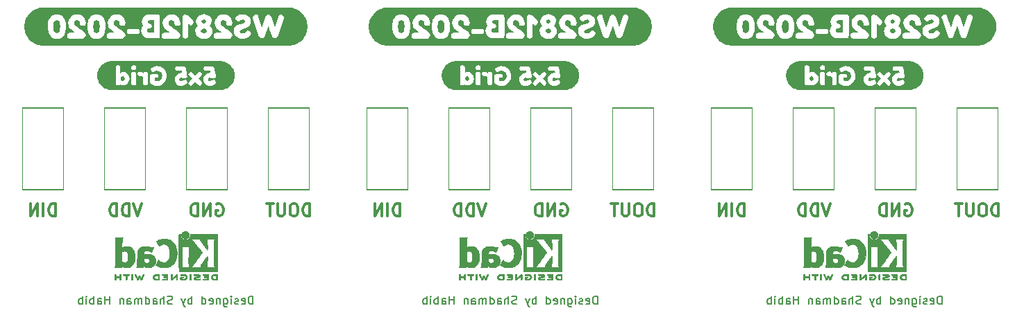
<source format=gbr>
%TF.GenerationSoftware,KiCad,Pcbnew,(6.0.0-0)*%
%TF.CreationDate,2022-10-21T10:58:34+11:00*%
%TF.ProjectId,cube_face_panel,63756265-5f66-4616-9365-5f70616e656c,rev?*%
%TF.SameCoordinates,Original*%
%TF.FileFunction,Legend,Bot*%
%TF.FilePolarity,Positive*%
%FSLAX46Y46*%
G04 Gerber Fmt 4.6, Leading zero omitted, Abs format (unit mm)*
G04 Created by KiCad (PCBNEW (6.0.0-0)) date 2022-10-21 10:58:34*
%MOMM*%
%LPD*%
G01*
G04 APERTURE LIST*
G04 Aperture macros list*
%AMRoundRect*
0 Rectangle with rounded corners*
0 $1 Rounding radius*
0 $2 $3 $4 $5 $6 $7 $8 $9 X,Y pos of 4 corners*
0 Add a 4 corners polygon primitive as box body*
4,1,4,$2,$3,$4,$5,$6,$7,$8,$9,$2,$3,0*
0 Add four circle primitives for the rounded corners*
1,1,$1+$1,$2,$3*
1,1,$1+$1,$4,$5*
1,1,$1+$1,$6,$7*
1,1,$1+$1,$8,$9*
0 Add four rect primitives between the rounded corners*
20,1,$1+$1,$2,$3,$4,$5,0*
20,1,$1+$1,$4,$5,$6,$7,0*
20,1,$1+$1,$6,$7,$8,$9,0*
20,1,$1+$1,$8,$9,$2,$3,0*%
G04 Aperture macros list end*
%ADD10C,0.300000*%
%ADD11C,0.153000*%
%ADD12C,0.150000*%
%ADD13C,0.010000*%
%ADD14C,0.600000*%
%ADD15RoundRect,0.050000X2.500000X5.000000X-2.500000X5.000000X-2.500000X-5.000000X2.500000X-5.000000X0*%
G04 APERTURE END LIST*
D10*
X111535714Y-83178571D02*
X111535714Y-81678571D01*
X111178571Y-81678571D01*
X110964285Y-81750000D01*
X110821428Y-81892857D01*
X110750000Y-82035714D01*
X110678571Y-82321428D01*
X110678571Y-82535714D01*
X110750000Y-82821428D01*
X110821428Y-82964285D01*
X110964285Y-83107142D01*
X111178571Y-83178571D01*
X111535714Y-83178571D01*
X110035714Y-83178571D02*
X110035714Y-81678571D01*
X109321428Y-83178571D02*
X109321428Y-81678571D01*
X108464285Y-83178571D01*
X108464285Y-81678571D01*
X206000000Y-81678571D02*
X205500000Y-83178571D01*
X205000000Y-81678571D01*
X204500000Y-83178571D02*
X204500000Y-81678571D01*
X204142857Y-81678571D01*
X203928571Y-81750000D01*
X203785714Y-81892857D01*
X203714285Y-82035714D01*
X203642857Y-82321428D01*
X203642857Y-82535714D01*
X203714285Y-82821428D01*
X203785714Y-82964285D01*
X203928571Y-83107142D01*
X204142857Y-83178571D01*
X204500000Y-83178571D01*
X203000000Y-83178571D02*
X203000000Y-81678571D01*
X202642857Y-81678571D01*
X202428571Y-81750000D01*
X202285714Y-81892857D01*
X202214285Y-82035714D01*
X202142857Y-82321428D01*
X202142857Y-82535714D01*
X202214285Y-82821428D01*
X202285714Y-82964285D01*
X202428571Y-83107142D01*
X202642857Y-83178571D01*
X203000000Y-83178571D01*
X215142857Y-81750000D02*
X215285714Y-81678571D01*
X215500000Y-81678571D01*
X215714285Y-81750000D01*
X215857142Y-81892857D01*
X215928571Y-82035714D01*
X216000000Y-82321428D01*
X216000000Y-82535714D01*
X215928571Y-82821428D01*
X215857142Y-82964285D01*
X215714285Y-83107142D01*
X215500000Y-83178571D01*
X215357142Y-83178571D01*
X215142857Y-83107142D01*
X215071428Y-83035714D01*
X215071428Y-82535714D01*
X215357142Y-82535714D01*
X214428571Y-83178571D02*
X214428571Y-81678571D01*
X213571428Y-83178571D01*
X213571428Y-81678571D01*
X212857142Y-83178571D02*
X212857142Y-81678571D01*
X212500000Y-81678571D01*
X212285714Y-81750000D01*
X212142857Y-81892857D01*
X212071428Y-82035714D01*
X212000000Y-82321428D01*
X212000000Y-82535714D01*
X212071428Y-82821428D01*
X212142857Y-82964285D01*
X212285714Y-83107142D01*
X212500000Y-83178571D01*
X212857142Y-83178571D01*
X173142857Y-81750000D02*
X173285714Y-81678571D01*
X173500000Y-81678571D01*
X173714285Y-81750000D01*
X173857142Y-81892857D01*
X173928571Y-82035714D01*
X174000000Y-82321428D01*
X174000000Y-82535714D01*
X173928571Y-82821428D01*
X173857142Y-82964285D01*
X173714285Y-83107142D01*
X173500000Y-83178571D01*
X173357142Y-83178571D01*
X173142857Y-83107142D01*
X173071428Y-83035714D01*
X173071428Y-82535714D01*
X173357142Y-82535714D01*
X172428571Y-83178571D02*
X172428571Y-81678571D01*
X171571428Y-83178571D01*
X171571428Y-81678571D01*
X170857142Y-83178571D02*
X170857142Y-81678571D01*
X170500000Y-81678571D01*
X170285714Y-81750000D01*
X170142857Y-81892857D01*
X170071428Y-82035714D01*
X170000000Y-82321428D01*
X170000000Y-82535714D01*
X170071428Y-82821428D01*
X170142857Y-82964285D01*
X170285714Y-83107142D01*
X170500000Y-83178571D01*
X170857142Y-83178571D01*
X184535714Y-83178571D02*
X184535714Y-81678571D01*
X184178571Y-81678571D01*
X183964285Y-81750000D01*
X183821428Y-81892857D01*
X183750000Y-82035714D01*
X183678571Y-82321428D01*
X183678571Y-82535714D01*
X183750000Y-82821428D01*
X183821428Y-82964285D01*
X183964285Y-83107142D01*
X184178571Y-83178571D01*
X184535714Y-83178571D01*
X182750000Y-81678571D02*
X182464285Y-81678571D01*
X182321428Y-81750000D01*
X182178571Y-81892857D01*
X182107142Y-82178571D01*
X182107142Y-82678571D01*
X182178571Y-82964285D01*
X182321428Y-83107142D01*
X182464285Y-83178571D01*
X182750000Y-83178571D01*
X182892857Y-83107142D01*
X183035714Y-82964285D01*
X183107142Y-82678571D01*
X183107142Y-82178571D01*
X183035714Y-81892857D01*
X182892857Y-81750000D01*
X182750000Y-81678571D01*
X181464285Y-81678571D02*
X181464285Y-82892857D01*
X181392857Y-83035714D01*
X181321428Y-83107142D01*
X181178571Y-83178571D01*
X180892857Y-83178571D01*
X180750000Y-83107142D01*
X180678571Y-83035714D01*
X180607142Y-82892857D01*
X180607142Y-81678571D01*
X180107142Y-81678571D02*
X179250000Y-81678571D01*
X179678571Y-83178571D02*
X179678571Y-81678571D01*
D11*
X219619047Y-93952380D02*
X219619047Y-92952380D01*
X219380952Y-92952380D01*
X219238095Y-93000000D01*
X219142857Y-93095238D01*
X219095238Y-93190476D01*
X219047619Y-93380952D01*
X219047619Y-93523809D01*
X219095238Y-93714285D01*
X219142857Y-93809523D01*
X219238095Y-93904761D01*
X219380952Y-93952380D01*
X219619047Y-93952380D01*
X218238095Y-93904761D02*
X218333333Y-93952380D01*
X218523809Y-93952380D01*
X218619047Y-93904761D01*
X218666666Y-93809523D01*
X218666666Y-93428571D01*
X218619047Y-93333333D01*
X218523809Y-93285714D01*
X218333333Y-93285714D01*
X218238095Y-93333333D01*
X218190476Y-93428571D01*
X218190476Y-93523809D01*
X218666666Y-93619047D01*
X217809523Y-93904761D02*
X217714285Y-93952380D01*
X217523809Y-93952380D01*
X217428571Y-93904761D01*
X217380952Y-93809523D01*
X217380952Y-93761904D01*
X217428571Y-93666666D01*
X217523809Y-93619047D01*
X217666666Y-93619047D01*
X217761904Y-93571428D01*
X217809523Y-93476190D01*
X217809523Y-93428571D01*
X217761904Y-93333333D01*
X217666666Y-93285714D01*
X217523809Y-93285714D01*
X217428571Y-93333333D01*
X216952380Y-93952380D02*
X216952380Y-93285714D01*
X216952380Y-92952380D02*
X217000000Y-93000000D01*
X216952380Y-93047619D01*
X216904761Y-93000000D01*
X216952380Y-92952380D01*
X216952380Y-93047619D01*
X216047619Y-93285714D02*
X216047619Y-94095238D01*
X216095238Y-94190476D01*
X216142857Y-94238095D01*
X216238095Y-94285714D01*
X216380952Y-94285714D01*
X216476190Y-94238095D01*
X216047619Y-93904761D02*
X216142857Y-93952380D01*
X216333333Y-93952380D01*
X216428571Y-93904761D01*
X216476190Y-93857142D01*
X216523809Y-93761904D01*
X216523809Y-93476190D01*
X216476190Y-93380952D01*
X216428571Y-93333333D01*
X216333333Y-93285714D01*
X216142857Y-93285714D01*
X216047619Y-93333333D01*
X215571428Y-93285714D02*
X215571428Y-93952380D01*
X215571428Y-93380952D02*
X215523809Y-93333333D01*
X215428571Y-93285714D01*
X215285714Y-93285714D01*
X215190476Y-93333333D01*
X215142857Y-93428571D01*
X215142857Y-93952380D01*
X214285714Y-93904761D02*
X214380952Y-93952380D01*
X214571428Y-93952380D01*
X214666666Y-93904761D01*
X214714285Y-93809523D01*
X214714285Y-93428571D01*
X214666666Y-93333333D01*
X214571428Y-93285714D01*
X214380952Y-93285714D01*
X214285714Y-93333333D01*
X214238095Y-93428571D01*
X214238095Y-93523809D01*
X214714285Y-93619047D01*
X213380952Y-93952380D02*
X213380952Y-92952380D01*
X213380952Y-93904761D02*
X213476190Y-93952380D01*
X213666666Y-93952380D01*
X213761904Y-93904761D01*
X213809523Y-93857142D01*
X213857142Y-93761904D01*
X213857142Y-93476190D01*
X213809523Y-93380952D01*
X213761904Y-93333333D01*
X213666666Y-93285714D01*
X213476190Y-93285714D01*
X213380952Y-93333333D01*
X212142857Y-93952380D02*
X212142857Y-92952380D01*
X212142857Y-93333333D02*
X212047619Y-93285714D01*
X211857142Y-93285714D01*
X211761904Y-93333333D01*
X211714285Y-93380952D01*
X211666666Y-93476190D01*
X211666666Y-93761904D01*
X211714285Y-93857142D01*
X211761904Y-93904761D01*
X211857142Y-93952380D01*
X212047619Y-93952380D01*
X212142857Y-93904761D01*
X211333333Y-93285714D02*
X211095238Y-93952380D01*
X210857142Y-93285714D02*
X211095238Y-93952380D01*
X211190476Y-94190476D01*
X211238095Y-94238095D01*
X211333333Y-94285714D01*
X209761904Y-93904761D02*
X209619047Y-93952380D01*
X209380952Y-93952380D01*
X209285714Y-93904761D01*
X209238095Y-93857142D01*
X209190476Y-93761904D01*
X209190476Y-93666666D01*
X209238095Y-93571428D01*
X209285714Y-93523809D01*
X209380952Y-93476190D01*
X209571428Y-93428571D01*
X209666666Y-93380952D01*
X209714285Y-93333333D01*
X209761904Y-93238095D01*
X209761904Y-93142857D01*
X209714285Y-93047619D01*
X209666666Y-93000000D01*
X209571428Y-92952380D01*
X209333333Y-92952380D01*
X209190476Y-93000000D01*
X208761904Y-93952380D02*
X208761904Y-92952380D01*
X208333333Y-93952380D02*
X208333333Y-93428571D01*
X208380952Y-93333333D01*
X208476190Y-93285714D01*
X208619047Y-93285714D01*
X208714285Y-93333333D01*
X208761904Y-93380952D01*
X207428571Y-93952380D02*
X207428571Y-93428571D01*
X207476190Y-93333333D01*
X207571428Y-93285714D01*
X207761904Y-93285714D01*
X207857142Y-93333333D01*
X207428571Y-93904761D02*
X207523809Y-93952380D01*
X207761904Y-93952380D01*
X207857142Y-93904761D01*
X207904761Y-93809523D01*
X207904761Y-93714285D01*
X207857142Y-93619047D01*
X207761904Y-93571428D01*
X207523809Y-93571428D01*
X207428571Y-93523809D01*
X206523809Y-93952380D02*
X206523809Y-92952380D01*
X206523809Y-93904761D02*
X206619047Y-93952380D01*
X206809523Y-93952380D01*
X206904761Y-93904761D01*
X206952380Y-93857142D01*
X207000000Y-93761904D01*
X207000000Y-93476190D01*
X206952380Y-93380952D01*
X206904761Y-93333333D01*
X206809523Y-93285714D01*
X206619047Y-93285714D01*
X206523809Y-93333333D01*
X206047619Y-93952380D02*
X206047619Y-93285714D01*
X206047619Y-93380952D02*
X206000000Y-93333333D01*
X205904761Y-93285714D01*
X205761904Y-93285714D01*
X205666666Y-93333333D01*
X205619047Y-93428571D01*
X205619047Y-93952380D01*
X205619047Y-93428571D02*
X205571428Y-93333333D01*
X205476190Y-93285714D01*
X205333333Y-93285714D01*
X205238095Y-93333333D01*
X205190476Y-93428571D01*
X205190476Y-93952380D01*
X204285714Y-93952380D02*
X204285714Y-93428571D01*
X204333333Y-93333333D01*
X204428571Y-93285714D01*
X204619047Y-93285714D01*
X204714285Y-93333333D01*
X204285714Y-93904761D02*
X204380952Y-93952380D01*
X204619047Y-93952380D01*
X204714285Y-93904761D01*
X204761904Y-93809523D01*
X204761904Y-93714285D01*
X204714285Y-93619047D01*
X204619047Y-93571428D01*
X204380952Y-93571428D01*
X204285714Y-93523809D01*
X203809523Y-93285714D02*
X203809523Y-93952380D01*
X203809523Y-93380952D02*
X203761904Y-93333333D01*
X203666666Y-93285714D01*
X203523809Y-93285714D01*
X203428571Y-93333333D01*
X203380952Y-93428571D01*
X203380952Y-93952380D01*
X202142857Y-93952380D02*
X202142857Y-92952380D01*
X202142857Y-93428571D02*
X201571428Y-93428571D01*
X201571428Y-93952380D02*
X201571428Y-92952380D01*
X200666666Y-93952380D02*
X200666666Y-93428571D01*
X200714285Y-93333333D01*
X200809523Y-93285714D01*
X201000000Y-93285714D01*
X201095238Y-93333333D01*
X200666666Y-93904761D02*
X200761904Y-93952380D01*
X201000000Y-93952380D01*
X201095238Y-93904761D01*
X201142857Y-93809523D01*
X201142857Y-93714285D01*
X201095238Y-93619047D01*
X201000000Y-93571428D01*
X200761904Y-93571428D01*
X200666666Y-93523809D01*
X200190476Y-93952380D02*
X200190476Y-92952380D01*
X200190476Y-93333333D02*
X200095238Y-93285714D01*
X199904761Y-93285714D01*
X199809523Y-93333333D01*
X199761904Y-93380952D01*
X199714285Y-93476190D01*
X199714285Y-93761904D01*
X199761904Y-93857142D01*
X199809523Y-93904761D01*
X199904761Y-93952380D01*
X200095238Y-93952380D01*
X200190476Y-93904761D01*
X199285714Y-93952380D02*
X199285714Y-93285714D01*
X199285714Y-92952380D02*
X199333333Y-93000000D01*
X199285714Y-93047619D01*
X199238095Y-93000000D01*
X199285714Y-92952380D01*
X199285714Y-93047619D01*
X198809523Y-93952380D02*
X198809523Y-92952380D01*
X198809523Y-93333333D02*
X198714285Y-93285714D01*
X198523809Y-93285714D01*
X198428571Y-93333333D01*
X198380952Y-93380952D01*
X198333333Y-93476190D01*
X198333333Y-93761904D01*
X198380952Y-93857142D01*
X198428571Y-93904761D01*
X198523809Y-93952380D01*
X198714285Y-93952380D01*
X198809523Y-93904761D01*
D10*
X142535714Y-83178571D02*
X142535714Y-81678571D01*
X142178571Y-81678571D01*
X141964285Y-81750000D01*
X141821428Y-81892857D01*
X141750000Y-82035714D01*
X141678571Y-82321428D01*
X141678571Y-82535714D01*
X141750000Y-82821428D01*
X141821428Y-82964285D01*
X141964285Y-83107142D01*
X142178571Y-83178571D01*
X142535714Y-83178571D01*
X140750000Y-81678571D02*
X140464285Y-81678571D01*
X140321428Y-81750000D01*
X140178571Y-81892857D01*
X140107142Y-82178571D01*
X140107142Y-82678571D01*
X140178571Y-82964285D01*
X140321428Y-83107142D01*
X140464285Y-83178571D01*
X140750000Y-83178571D01*
X140892857Y-83107142D01*
X141035714Y-82964285D01*
X141107142Y-82678571D01*
X141107142Y-82178571D01*
X141035714Y-81892857D01*
X140892857Y-81750000D01*
X140750000Y-81678571D01*
X139464285Y-81678571D02*
X139464285Y-82892857D01*
X139392857Y-83035714D01*
X139321428Y-83107142D01*
X139178571Y-83178571D01*
X138892857Y-83178571D01*
X138750000Y-83107142D01*
X138678571Y-83035714D01*
X138607142Y-82892857D01*
X138607142Y-81678571D01*
X138107142Y-81678571D02*
X137250000Y-81678571D01*
X137678571Y-83178571D02*
X137678571Y-81678571D01*
X226535714Y-83178571D02*
X226535714Y-81678571D01*
X226178571Y-81678571D01*
X225964285Y-81750000D01*
X225821428Y-81892857D01*
X225750000Y-82035714D01*
X225678571Y-82321428D01*
X225678571Y-82535714D01*
X225750000Y-82821428D01*
X225821428Y-82964285D01*
X225964285Y-83107142D01*
X226178571Y-83178571D01*
X226535714Y-83178571D01*
X224750000Y-81678571D02*
X224464285Y-81678571D01*
X224321428Y-81750000D01*
X224178571Y-81892857D01*
X224107142Y-82178571D01*
X224107142Y-82678571D01*
X224178571Y-82964285D01*
X224321428Y-83107142D01*
X224464285Y-83178571D01*
X224750000Y-83178571D01*
X224892857Y-83107142D01*
X225035714Y-82964285D01*
X225107142Y-82678571D01*
X225107142Y-82178571D01*
X225035714Y-81892857D01*
X224892857Y-81750000D01*
X224750000Y-81678571D01*
X223464285Y-81678571D02*
X223464285Y-82892857D01*
X223392857Y-83035714D01*
X223321428Y-83107142D01*
X223178571Y-83178571D01*
X222892857Y-83178571D01*
X222750000Y-83107142D01*
X222678571Y-83035714D01*
X222607142Y-82892857D01*
X222607142Y-81678571D01*
X222107142Y-81678571D02*
X221250000Y-81678571D01*
X221678571Y-83178571D02*
X221678571Y-81678571D01*
X122000000Y-81678571D02*
X121500000Y-83178571D01*
X121000000Y-81678571D01*
X120500000Y-83178571D02*
X120500000Y-81678571D01*
X120142857Y-81678571D01*
X119928571Y-81750000D01*
X119785714Y-81892857D01*
X119714285Y-82035714D01*
X119642857Y-82321428D01*
X119642857Y-82535714D01*
X119714285Y-82821428D01*
X119785714Y-82964285D01*
X119928571Y-83107142D01*
X120142857Y-83178571D01*
X120500000Y-83178571D01*
X119000000Y-83178571D02*
X119000000Y-81678571D01*
X118642857Y-81678571D01*
X118428571Y-81750000D01*
X118285714Y-81892857D01*
X118214285Y-82035714D01*
X118142857Y-82321428D01*
X118142857Y-82535714D01*
X118214285Y-82821428D01*
X118285714Y-82964285D01*
X118428571Y-83107142D01*
X118642857Y-83178571D01*
X119000000Y-83178571D01*
D11*
X177619047Y-93952380D02*
X177619047Y-92952380D01*
X177380952Y-92952380D01*
X177238095Y-93000000D01*
X177142857Y-93095238D01*
X177095238Y-93190476D01*
X177047619Y-93380952D01*
X177047619Y-93523809D01*
X177095238Y-93714285D01*
X177142857Y-93809523D01*
X177238095Y-93904761D01*
X177380952Y-93952380D01*
X177619047Y-93952380D01*
X176238095Y-93904761D02*
X176333333Y-93952380D01*
X176523809Y-93952380D01*
X176619047Y-93904761D01*
X176666666Y-93809523D01*
X176666666Y-93428571D01*
X176619047Y-93333333D01*
X176523809Y-93285714D01*
X176333333Y-93285714D01*
X176238095Y-93333333D01*
X176190476Y-93428571D01*
X176190476Y-93523809D01*
X176666666Y-93619047D01*
X175809523Y-93904761D02*
X175714285Y-93952380D01*
X175523809Y-93952380D01*
X175428571Y-93904761D01*
X175380952Y-93809523D01*
X175380952Y-93761904D01*
X175428571Y-93666666D01*
X175523809Y-93619047D01*
X175666666Y-93619047D01*
X175761904Y-93571428D01*
X175809523Y-93476190D01*
X175809523Y-93428571D01*
X175761904Y-93333333D01*
X175666666Y-93285714D01*
X175523809Y-93285714D01*
X175428571Y-93333333D01*
X174952380Y-93952380D02*
X174952380Y-93285714D01*
X174952380Y-92952380D02*
X175000000Y-93000000D01*
X174952380Y-93047619D01*
X174904761Y-93000000D01*
X174952380Y-92952380D01*
X174952380Y-93047619D01*
X174047619Y-93285714D02*
X174047619Y-94095238D01*
X174095238Y-94190476D01*
X174142857Y-94238095D01*
X174238095Y-94285714D01*
X174380952Y-94285714D01*
X174476190Y-94238095D01*
X174047619Y-93904761D02*
X174142857Y-93952380D01*
X174333333Y-93952380D01*
X174428571Y-93904761D01*
X174476190Y-93857142D01*
X174523809Y-93761904D01*
X174523809Y-93476190D01*
X174476190Y-93380952D01*
X174428571Y-93333333D01*
X174333333Y-93285714D01*
X174142857Y-93285714D01*
X174047619Y-93333333D01*
X173571428Y-93285714D02*
X173571428Y-93952380D01*
X173571428Y-93380952D02*
X173523809Y-93333333D01*
X173428571Y-93285714D01*
X173285714Y-93285714D01*
X173190476Y-93333333D01*
X173142857Y-93428571D01*
X173142857Y-93952380D01*
X172285714Y-93904761D02*
X172380952Y-93952380D01*
X172571428Y-93952380D01*
X172666666Y-93904761D01*
X172714285Y-93809523D01*
X172714285Y-93428571D01*
X172666666Y-93333333D01*
X172571428Y-93285714D01*
X172380952Y-93285714D01*
X172285714Y-93333333D01*
X172238095Y-93428571D01*
X172238095Y-93523809D01*
X172714285Y-93619047D01*
X171380952Y-93952380D02*
X171380952Y-92952380D01*
X171380952Y-93904761D02*
X171476190Y-93952380D01*
X171666666Y-93952380D01*
X171761904Y-93904761D01*
X171809523Y-93857142D01*
X171857142Y-93761904D01*
X171857142Y-93476190D01*
X171809523Y-93380952D01*
X171761904Y-93333333D01*
X171666666Y-93285714D01*
X171476190Y-93285714D01*
X171380952Y-93333333D01*
X170142857Y-93952380D02*
X170142857Y-92952380D01*
X170142857Y-93333333D02*
X170047619Y-93285714D01*
X169857142Y-93285714D01*
X169761904Y-93333333D01*
X169714285Y-93380952D01*
X169666666Y-93476190D01*
X169666666Y-93761904D01*
X169714285Y-93857142D01*
X169761904Y-93904761D01*
X169857142Y-93952380D01*
X170047619Y-93952380D01*
X170142857Y-93904761D01*
X169333333Y-93285714D02*
X169095238Y-93952380D01*
X168857142Y-93285714D02*
X169095238Y-93952380D01*
X169190476Y-94190476D01*
X169238095Y-94238095D01*
X169333333Y-94285714D01*
X167761904Y-93904761D02*
X167619047Y-93952380D01*
X167380952Y-93952380D01*
X167285714Y-93904761D01*
X167238095Y-93857142D01*
X167190476Y-93761904D01*
X167190476Y-93666666D01*
X167238095Y-93571428D01*
X167285714Y-93523809D01*
X167380952Y-93476190D01*
X167571428Y-93428571D01*
X167666666Y-93380952D01*
X167714285Y-93333333D01*
X167761904Y-93238095D01*
X167761904Y-93142857D01*
X167714285Y-93047619D01*
X167666666Y-93000000D01*
X167571428Y-92952380D01*
X167333333Y-92952380D01*
X167190476Y-93000000D01*
X166761904Y-93952380D02*
X166761904Y-92952380D01*
X166333333Y-93952380D02*
X166333333Y-93428571D01*
X166380952Y-93333333D01*
X166476190Y-93285714D01*
X166619047Y-93285714D01*
X166714285Y-93333333D01*
X166761904Y-93380952D01*
X165428571Y-93952380D02*
X165428571Y-93428571D01*
X165476190Y-93333333D01*
X165571428Y-93285714D01*
X165761904Y-93285714D01*
X165857142Y-93333333D01*
X165428571Y-93904761D02*
X165523809Y-93952380D01*
X165761904Y-93952380D01*
X165857142Y-93904761D01*
X165904761Y-93809523D01*
X165904761Y-93714285D01*
X165857142Y-93619047D01*
X165761904Y-93571428D01*
X165523809Y-93571428D01*
X165428571Y-93523809D01*
X164523809Y-93952380D02*
X164523809Y-92952380D01*
X164523809Y-93904761D02*
X164619047Y-93952380D01*
X164809523Y-93952380D01*
X164904761Y-93904761D01*
X164952380Y-93857142D01*
X165000000Y-93761904D01*
X165000000Y-93476190D01*
X164952380Y-93380952D01*
X164904761Y-93333333D01*
X164809523Y-93285714D01*
X164619047Y-93285714D01*
X164523809Y-93333333D01*
X164047619Y-93952380D02*
X164047619Y-93285714D01*
X164047619Y-93380952D02*
X164000000Y-93333333D01*
X163904761Y-93285714D01*
X163761904Y-93285714D01*
X163666666Y-93333333D01*
X163619047Y-93428571D01*
X163619047Y-93952380D01*
X163619047Y-93428571D02*
X163571428Y-93333333D01*
X163476190Y-93285714D01*
X163333333Y-93285714D01*
X163238095Y-93333333D01*
X163190476Y-93428571D01*
X163190476Y-93952380D01*
X162285714Y-93952380D02*
X162285714Y-93428571D01*
X162333333Y-93333333D01*
X162428571Y-93285714D01*
X162619047Y-93285714D01*
X162714285Y-93333333D01*
X162285714Y-93904761D02*
X162380952Y-93952380D01*
X162619047Y-93952380D01*
X162714285Y-93904761D01*
X162761904Y-93809523D01*
X162761904Y-93714285D01*
X162714285Y-93619047D01*
X162619047Y-93571428D01*
X162380952Y-93571428D01*
X162285714Y-93523809D01*
X161809523Y-93285714D02*
X161809523Y-93952380D01*
X161809523Y-93380952D02*
X161761904Y-93333333D01*
X161666666Y-93285714D01*
X161523809Y-93285714D01*
X161428571Y-93333333D01*
X161380952Y-93428571D01*
X161380952Y-93952380D01*
X160142857Y-93952380D02*
X160142857Y-92952380D01*
X160142857Y-93428571D02*
X159571428Y-93428571D01*
X159571428Y-93952380D02*
X159571428Y-92952380D01*
X158666666Y-93952380D02*
X158666666Y-93428571D01*
X158714285Y-93333333D01*
X158809523Y-93285714D01*
X159000000Y-93285714D01*
X159095238Y-93333333D01*
X158666666Y-93904761D02*
X158761904Y-93952380D01*
X159000000Y-93952380D01*
X159095238Y-93904761D01*
X159142857Y-93809523D01*
X159142857Y-93714285D01*
X159095238Y-93619047D01*
X159000000Y-93571428D01*
X158761904Y-93571428D01*
X158666666Y-93523809D01*
X158190476Y-93952380D02*
X158190476Y-92952380D01*
X158190476Y-93333333D02*
X158095238Y-93285714D01*
X157904761Y-93285714D01*
X157809523Y-93333333D01*
X157761904Y-93380952D01*
X157714285Y-93476190D01*
X157714285Y-93761904D01*
X157761904Y-93857142D01*
X157809523Y-93904761D01*
X157904761Y-93952380D01*
X158095238Y-93952380D01*
X158190476Y-93904761D01*
X157285714Y-93952380D02*
X157285714Y-93285714D01*
X157285714Y-92952380D02*
X157333333Y-93000000D01*
X157285714Y-93047619D01*
X157238095Y-93000000D01*
X157285714Y-92952380D01*
X157285714Y-93047619D01*
X156809523Y-93952380D02*
X156809523Y-92952380D01*
X156809523Y-93333333D02*
X156714285Y-93285714D01*
X156523809Y-93285714D01*
X156428571Y-93333333D01*
X156380952Y-93380952D01*
X156333333Y-93476190D01*
X156333333Y-93761904D01*
X156380952Y-93857142D01*
X156428571Y-93904761D01*
X156523809Y-93952380D01*
X156714285Y-93952380D01*
X156809523Y-93904761D01*
D10*
X131142857Y-81750000D02*
X131285714Y-81678571D01*
X131500000Y-81678571D01*
X131714285Y-81750000D01*
X131857142Y-81892857D01*
X131928571Y-82035714D01*
X132000000Y-82321428D01*
X132000000Y-82535714D01*
X131928571Y-82821428D01*
X131857142Y-82964285D01*
X131714285Y-83107142D01*
X131500000Y-83178571D01*
X131357142Y-83178571D01*
X131142857Y-83107142D01*
X131071428Y-83035714D01*
X131071428Y-82535714D01*
X131357142Y-82535714D01*
X130428571Y-83178571D02*
X130428571Y-81678571D01*
X129571428Y-83178571D01*
X129571428Y-81678571D01*
X128857142Y-83178571D02*
X128857142Y-81678571D01*
X128500000Y-81678571D01*
X128285714Y-81750000D01*
X128142857Y-81892857D01*
X128071428Y-82035714D01*
X128000000Y-82321428D01*
X128000000Y-82535714D01*
X128071428Y-82821428D01*
X128142857Y-82964285D01*
X128285714Y-83107142D01*
X128500000Y-83178571D01*
X128857142Y-83178571D01*
X164000000Y-81678571D02*
X163500000Y-83178571D01*
X163000000Y-81678571D01*
X162500000Y-83178571D02*
X162500000Y-81678571D01*
X162142857Y-81678571D01*
X161928571Y-81750000D01*
X161785714Y-81892857D01*
X161714285Y-82035714D01*
X161642857Y-82321428D01*
X161642857Y-82535714D01*
X161714285Y-82821428D01*
X161785714Y-82964285D01*
X161928571Y-83107142D01*
X162142857Y-83178571D01*
X162500000Y-83178571D01*
X161000000Y-83178571D02*
X161000000Y-81678571D01*
X160642857Y-81678571D01*
X160428571Y-81750000D01*
X160285714Y-81892857D01*
X160214285Y-82035714D01*
X160142857Y-82321428D01*
X160142857Y-82535714D01*
X160214285Y-82821428D01*
X160285714Y-82964285D01*
X160428571Y-83107142D01*
X160642857Y-83178571D01*
X161000000Y-83178571D01*
D11*
X135619047Y-93952380D02*
X135619047Y-92952380D01*
X135380952Y-92952380D01*
X135238095Y-93000000D01*
X135142857Y-93095238D01*
X135095238Y-93190476D01*
X135047619Y-93380952D01*
X135047619Y-93523809D01*
X135095238Y-93714285D01*
X135142857Y-93809523D01*
X135238095Y-93904761D01*
X135380952Y-93952380D01*
X135619047Y-93952380D01*
X134238095Y-93904761D02*
X134333333Y-93952380D01*
X134523809Y-93952380D01*
X134619047Y-93904761D01*
X134666666Y-93809523D01*
X134666666Y-93428571D01*
X134619047Y-93333333D01*
X134523809Y-93285714D01*
X134333333Y-93285714D01*
X134238095Y-93333333D01*
X134190476Y-93428571D01*
X134190476Y-93523809D01*
X134666666Y-93619047D01*
X133809523Y-93904761D02*
X133714285Y-93952380D01*
X133523809Y-93952380D01*
X133428571Y-93904761D01*
X133380952Y-93809523D01*
X133380952Y-93761904D01*
X133428571Y-93666666D01*
X133523809Y-93619047D01*
X133666666Y-93619047D01*
X133761904Y-93571428D01*
X133809523Y-93476190D01*
X133809523Y-93428571D01*
X133761904Y-93333333D01*
X133666666Y-93285714D01*
X133523809Y-93285714D01*
X133428571Y-93333333D01*
X132952380Y-93952380D02*
X132952380Y-93285714D01*
X132952380Y-92952380D02*
X133000000Y-93000000D01*
X132952380Y-93047619D01*
X132904761Y-93000000D01*
X132952380Y-92952380D01*
X132952380Y-93047619D01*
X132047619Y-93285714D02*
X132047619Y-94095238D01*
X132095238Y-94190476D01*
X132142857Y-94238095D01*
X132238095Y-94285714D01*
X132380952Y-94285714D01*
X132476190Y-94238095D01*
X132047619Y-93904761D02*
X132142857Y-93952380D01*
X132333333Y-93952380D01*
X132428571Y-93904761D01*
X132476190Y-93857142D01*
X132523809Y-93761904D01*
X132523809Y-93476190D01*
X132476190Y-93380952D01*
X132428571Y-93333333D01*
X132333333Y-93285714D01*
X132142857Y-93285714D01*
X132047619Y-93333333D01*
X131571428Y-93285714D02*
X131571428Y-93952380D01*
X131571428Y-93380952D02*
X131523809Y-93333333D01*
X131428571Y-93285714D01*
X131285714Y-93285714D01*
X131190476Y-93333333D01*
X131142857Y-93428571D01*
X131142857Y-93952380D01*
X130285714Y-93904761D02*
X130380952Y-93952380D01*
X130571428Y-93952380D01*
X130666666Y-93904761D01*
X130714285Y-93809523D01*
X130714285Y-93428571D01*
X130666666Y-93333333D01*
X130571428Y-93285714D01*
X130380952Y-93285714D01*
X130285714Y-93333333D01*
X130238095Y-93428571D01*
X130238095Y-93523809D01*
X130714285Y-93619047D01*
X129380952Y-93952380D02*
X129380952Y-92952380D01*
X129380952Y-93904761D02*
X129476190Y-93952380D01*
X129666666Y-93952380D01*
X129761904Y-93904761D01*
X129809523Y-93857142D01*
X129857142Y-93761904D01*
X129857142Y-93476190D01*
X129809523Y-93380952D01*
X129761904Y-93333333D01*
X129666666Y-93285714D01*
X129476190Y-93285714D01*
X129380952Y-93333333D01*
X128142857Y-93952380D02*
X128142857Y-92952380D01*
X128142857Y-93333333D02*
X128047619Y-93285714D01*
X127857142Y-93285714D01*
X127761904Y-93333333D01*
X127714285Y-93380952D01*
X127666666Y-93476190D01*
X127666666Y-93761904D01*
X127714285Y-93857142D01*
X127761904Y-93904761D01*
X127857142Y-93952380D01*
X128047619Y-93952380D01*
X128142857Y-93904761D01*
X127333333Y-93285714D02*
X127095238Y-93952380D01*
X126857142Y-93285714D02*
X127095238Y-93952380D01*
X127190476Y-94190476D01*
X127238095Y-94238095D01*
X127333333Y-94285714D01*
X125761904Y-93904761D02*
X125619047Y-93952380D01*
X125380952Y-93952380D01*
X125285714Y-93904761D01*
X125238095Y-93857142D01*
X125190476Y-93761904D01*
X125190476Y-93666666D01*
X125238095Y-93571428D01*
X125285714Y-93523809D01*
X125380952Y-93476190D01*
X125571428Y-93428571D01*
X125666666Y-93380952D01*
X125714285Y-93333333D01*
X125761904Y-93238095D01*
X125761904Y-93142857D01*
X125714285Y-93047619D01*
X125666666Y-93000000D01*
X125571428Y-92952380D01*
X125333333Y-92952380D01*
X125190476Y-93000000D01*
X124761904Y-93952380D02*
X124761904Y-92952380D01*
X124333333Y-93952380D02*
X124333333Y-93428571D01*
X124380952Y-93333333D01*
X124476190Y-93285714D01*
X124619047Y-93285714D01*
X124714285Y-93333333D01*
X124761904Y-93380952D01*
X123428571Y-93952380D02*
X123428571Y-93428571D01*
X123476190Y-93333333D01*
X123571428Y-93285714D01*
X123761904Y-93285714D01*
X123857142Y-93333333D01*
X123428571Y-93904761D02*
X123523809Y-93952380D01*
X123761904Y-93952380D01*
X123857142Y-93904761D01*
X123904761Y-93809523D01*
X123904761Y-93714285D01*
X123857142Y-93619047D01*
X123761904Y-93571428D01*
X123523809Y-93571428D01*
X123428571Y-93523809D01*
X122523809Y-93952380D02*
X122523809Y-92952380D01*
X122523809Y-93904761D02*
X122619047Y-93952380D01*
X122809523Y-93952380D01*
X122904761Y-93904761D01*
X122952380Y-93857142D01*
X123000000Y-93761904D01*
X123000000Y-93476190D01*
X122952380Y-93380952D01*
X122904761Y-93333333D01*
X122809523Y-93285714D01*
X122619047Y-93285714D01*
X122523809Y-93333333D01*
X122047619Y-93952380D02*
X122047619Y-93285714D01*
X122047619Y-93380952D02*
X122000000Y-93333333D01*
X121904761Y-93285714D01*
X121761904Y-93285714D01*
X121666666Y-93333333D01*
X121619047Y-93428571D01*
X121619047Y-93952380D01*
X121619047Y-93428571D02*
X121571428Y-93333333D01*
X121476190Y-93285714D01*
X121333333Y-93285714D01*
X121238095Y-93333333D01*
X121190476Y-93428571D01*
X121190476Y-93952380D01*
X120285714Y-93952380D02*
X120285714Y-93428571D01*
X120333333Y-93333333D01*
X120428571Y-93285714D01*
X120619047Y-93285714D01*
X120714285Y-93333333D01*
X120285714Y-93904761D02*
X120380952Y-93952380D01*
X120619047Y-93952380D01*
X120714285Y-93904761D01*
X120761904Y-93809523D01*
X120761904Y-93714285D01*
X120714285Y-93619047D01*
X120619047Y-93571428D01*
X120380952Y-93571428D01*
X120285714Y-93523809D01*
X119809523Y-93285714D02*
X119809523Y-93952380D01*
X119809523Y-93380952D02*
X119761904Y-93333333D01*
X119666666Y-93285714D01*
X119523809Y-93285714D01*
X119428571Y-93333333D01*
X119380952Y-93428571D01*
X119380952Y-93952380D01*
X118142857Y-93952380D02*
X118142857Y-92952380D01*
X118142857Y-93428571D02*
X117571428Y-93428571D01*
X117571428Y-93952380D02*
X117571428Y-92952380D01*
X116666666Y-93952380D02*
X116666666Y-93428571D01*
X116714285Y-93333333D01*
X116809523Y-93285714D01*
X117000000Y-93285714D01*
X117095238Y-93333333D01*
X116666666Y-93904761D02*
X116761904Y-93952380D01*
X117000000Y-93952380D01*
X117095238Y-93904761D01*
X117142857Y-93809523D01*
X117142857Y-93714285D01*
X117095238Y-93619047D01*
X117000000Y-93571428D01*
X116761904Y-93571428D01*
X116666666Y-93523809D01*
X116190476Y-93952380D02*
X116190476Y-92952380D01*
X116190476Y-93333333D02*
X116095238Y-93285714D01*
X115904761Y-93285714D01*
X115809523Y-93333333D01*
X115761904Y-93380952D01*
X115714285Y-93476190D01*
X115714285Y-93761904D01*
X115761904Y-93857142D01*
X115809523Y-93904761D01*
X115904761Y-93952380D01*
X116095238Y-93952380D01*
X116190476Y-93904761D01*
X115285714Y-93952380D02*
X115285714Y-93285714D01*
X115285714Y-92952380D02*
X115333333Y-93000000D01*
X115285714Y-93047619D01*
X115238095Y-93000000D01*
X115285714Y-92952380D01*
X115285714Y-93047619D01*
X114809523Y-93952380D02*
X114809523Y-92952380D01*
X114809523Y-93333333D02*
X114714285Y-93285714D01*
X114523809Y-93285714D01*
X114428571Y-93333333D01*
X114380952Y-93380952D01*
X114333333Y-93476190D01*
X114333333Y-93761904D01*
X114380952Y-93857142D01*
X114428571Y-93904761D01*
X114523809Y-93952380D01*
X114714285Y-93952380D01*
X114809523Y-93904761D01*
D10*
X195535714Y-83178571D02*
X195535714Y-81678571D01*
X195178571Y-81678571D01*
X194964285Y-81750000D01*
X194821428Y-81892857D01*
X194750000Y-82035714D01*
X194678571Y-82321428D01*
X194678571Y-82535714D01*
X194750000Y-82821428D01*
X194821428Y-82964285D01*
X194964285Y-83107142D01*
X195178571Y-83178571D01*
X195535714Y-83178571D01*
X194035714Y-83178571D02*
X194035714Y-81678571D01*
X193321428Y-83178571D02*
X193321428Y-81678571D01*
X192464285Y-83178571D01*
X192464285Y-81678571D01*
X153535714Y-83178571D02*
X153535714Y-81678571D01*
X153178571Y-81678571D01*
X152964285Y-81750000D01*
X152821428Y-81892857D01*
X152750000Y-82035714D01*
X152678571Y-82321428D01*
X152678571Y-82535714D01*
X152750000Y-82821428D01*
X152821428Y-82964285D01*
X152964285Y-83107142D01*
X153178571Y-83178571D01*
X153535714Y-83178571D01*
X152035714Y-83178571D02*
X152035714Y-81678571D01*
X151321428Y-83178571D02*
X151321428Y-81678571D01*
X150464285Y-83178571D01*
X150464285Y-81678571D01*
D12*
%TO.C,J8*%
X172333333Y-70642380D02*
X172333333Y-71356666D01*
X172380952Y-71499523D01*
X172476190Y-71594761D01*
X172619047Y-71642380D01*
X172714285Y-71642380D01*
X171714285Y-71070952D02*
X171809523Y-71023333D01*
X171857142Y-70975714D01*
X171904761Y-70880476D01*
X171904761Y-70832857D01*
X171857142Y-70737619D01*
X171809523Y-70690000D01*
X171714285Y-70642380D01*
X171523809Y-70642380D01*
X171428571Y-70690000D01*
X171380952Y-70737619D01*
X171333333Y-70832857D01*
X171333333Y-70880476D01*
X171380952Y-70975714D01*
X171428571Y-71023333D01*
X171523809Y-71070952D01*
X171714285Y-71070952D01*
X171809523Y-71118571D01*
X171857142Y-71166190D01*
X171904761Y-71261428D01*
X171904761Y-71451904D01*
X171857142Y-71547142D01*
X171809523Y-71594761D01*
X171714285Y-71642380D01*
X171523809Y-71642380D01*
X171428571Y-71594761D01*
X171380952Y-71547142D01*
X171333333Y-71451904D01*
X171333333Y-71261428D01*
X171380952Y-71166190D01*
X171428571Y-71118571D01*
X171523809Y-71070952D01*
%TO.C,J10*%
X194809523Y-70642380D02*
X194809523Y-71356666D01*
X194857142Y-71499523D01*
X194952380Y-71594761D01*
X195095238Y-71642380D01*
X195190476Y-71642380D01*
X193809523Y-71642380D02*
X194380952Y-71642380D01*
X194095238Y-71642380D02*
X194095238Y-70642380D01*
X194190476Y-70785238D01*
X194285714Y-70880476D01*
X194380952Y-70928095D01*
X193190476Y-70642380D02*
X193095238Y-70642380D01*
X193000000Y-70690000D01*
X192952380Y-70737619D01*
X192904761Y-70832857D01*
X192857142Y-71023333D01*
X192857142Y-71261428D01*
X192904761Y-71451904D01*
X192952380Y-71547142D01*
X193000000Y-71594761D01*
X193095238Y-71642380D01*
X193190476Y-71642380D01*
X193285714Y-71594761D01*
X193333333Y-71547142D01*
X193380952Y-71451904D01*
X193428571Y-71261428D01*
X193428571Y-71023333D01*
X193380952Y-70832857D01*
X193333333Y-70737619D01*
X193285714Y-70690000D01*
X193190476Y-70642380D01*
%TO.C,J5*%
X162333333Y-70642380D02*
X162333333Y-71356666D01*
X162380952Y-71499523D01*
X162476190Y-71594761D01*
X162619047Y-71642380D01*
X162714285Y-71642380D01*
X161380952Y-70642380D02*
X161857142Y-70642380D01*
X161904761Y-71118571D01*
X161857142Y-71070952D01*
X161761904Y-71023333D01*
X161523809Y-71023333D01*
X161428571Y-71070952D01*
X161380952Y-71118571D01*
X161333333Y-71213809D01*
X161333333Y-71451904D01*
X161380952Y-71547142D01*
X161428571Y-71594761D01*
X161523809Y-71642380D01*
X161761904Y-71642380D01*
X161857142Y-71594761D01*
X161904761Y-71547142D01*
%TO.C,J7*%
X182333333Y-70642380D02*
X182333333Y-71356666D01*
X182380952Y-71499523D01*
X182476190Y-71594761D01*
X182619047Y-71642380D01*
X182714285Y-71642380D01*
X181952380Y-70642380D02*
X181285714Y-70642380D01*
X181714285Y-71642380D01*
%TO.C,J2*%
X110333333Y-70642380D02*
X110333333Y-71356666D01*
X110380952Y-71499523D01*
X110476190Y-71594761D01*
X110619047Y-71642380D01*
X110714285Y-71642380D01*
X109904761Y-70737619D02*
X109857142Y-70690000D01*
X109761904Y-70642380D01*
X109523809Y-70642380D01*
X109428571Y-70690000D01*
X109380952Y-70737619D01*
X109333333Y-70832857D01*
X109333333Y-70928095D01*
X109380952Y-71070952D01*
X109952380Y-71642380D01*
X109333333Y-71642380D01*
%TO.C,J3*%
X140333333Y-70642380D02*
X140333333Y-71356666D01*
X140380952Y-71499523D01*
X140476190Y-71594761D01*
X140619047Y-71642380D01*
X140714285Y-71642380D01*
X139952380Y-70642380D02*
X139333333Y-70642380D01*
X139666666Y-71023333D01*
X139523809Y-71023333D01*
X139428571Y-71070952D01*
X139380952Y-71118571D01*
X139333333Y-71213809D01*
X139333333Y-71451904D01*
X139380952Y-71547142D01*
X139428571Y-71594761D01*
X139523809Y-71642380D01*
X139809523Y-71642380D01*
X139904761Y-71594761D01*
X139952380Y-71547142D01*
%TO.C,J4*%
X130333333Y-70642380D02*
X130333333Y-71356666D01*
X130380952Y-71499523D01*
X130476190Y-71594761D01*
X130619047Y-71642380D01*
X130714285Y-71642380D01*
X129428571Y-70975714D02*
X129428571Y-71642380D01*
X129666666Y-70594761D02*
X129904761Y-71309047D01*
X129285714Y-71309047D01*
%TO.C,J1*%
X120333333Y-70642380D02*
X120333333Y-71356666D01*
X120380952Y-71499523D01*
X120476190Y-71594761D01*
X120619047Y-71642380D01*
X120714285Y-71642380D01*
X119333333Y-71642380D02*
X119904761Y-71642380D01*
X119619047Y-71642380D02*
X119619047Y-70642380D01*
X119714285Y-70785238D01*
X119809523Y-70880476D01*
X119904761Y-70928095D01*
%TO.C,J6*%
X152333333Y-70642380D02*
X152333333Y-71356666D01*
X152380952Y-71499523D01*
X152476190Y-71594761D01*
X152619047Y-71642380D01*
X152714285Y-71642380D01*
X151428571Y-70642380D02*
X151619047Y-70642380D01*
X151714285Y-70690000D01*
X151761904Y-70737619D01*
X151857142Y-70880476D01*
X151904761Y-71070952D01*
X151904761Y-71451904D01*
X151857142Y-71547142D01*
X151809523Y-71594761D01*
X151714285Y-71642380D01*
X151523809Y-71642380D01*
X151428571Y-71594761D01*
X151380952Y-71547142D01*
X151333333Y-71451904D01*
X151333333Y-71213809D01*
X151380952Y-71118571D01*
X151428571Y-71070952D01*
X151523809Y-71023333D01*
X151714285Y-71023333D01*
X151809523Y-71070952D01*
X151857142Y-71118571D01*
X151904761Y-71213809D01*
%TO.C,J12*%
X214809523Y-70642380D02*
X214809523Y-71356666D01*
X214857142Y-71499523D01*
X214952380Y-71594761D01*
X215095238Y-71642380D01*
X215190476Y-71642380D01*
X213809523Y-71642380D02*
X214380952Y-71642380D01*
X214095238Y-71642380D02*
X214095238Y-70642380D01*
X214190476Y-70785238D01*
X214285714Y-70880476D01*
X214380952Y-70928095D01*
X213428571Y-70737619D02*
X213380952Y-70690000D01*
X213285714Y-70642380D01*
X213047619Y-70642380D01*
X212952380Y-70690000D01*
X212904761Y-70737619D01*
X212857142Y-70832857D01*
X212857142Y-70928095D01*
X212904761Y-71070952D01*
X213476190Y-71642380D01*
X212857142Y-71642380D01*
%TO.C,J9*%
X204333333Y-70642380D02*
X204333333Y-71356666D01*
X204380952Y-71499523D01*
X204476190Y-71594761D01*
X204619047Y-71642380D01*
X204714285Y-71642380D01*
X203809523Y-71642380D02*
X203619047Y-71642380D01*
X203523809Y-71594761D01*
X203476190Y-71547142D01*
X203380952Y-71404285D01*
X203333333Y-71213809D01*
X203333333Y-70832857D01*
X203380952Y-70737619D01*
X203428571Y-70690000D01*
X203523809Y-70642380D01*
X203714285Y-70642380D01*
X203809523Y-70690000D01*
X203857142Y-70737619D01*
X203904761Y-70832857D01*
X203904761Y-71070952D01*
X203857142Y-71166190D01*
X203809523Y-71213809D01*
X203714285Y-71261428D01*
X203523809Y-71261428D01*
X203428571Y-71213809D01*
X203380952Y-71166190D01*
X203333333Y-71070952D01*
%TO.C,J11*%
X224809523Y-70642380D02*
X224809523Y-71356666D01*
X224857142Y-71499523D01*
X224952380Y-71594761D01*
X225095238Y-71642380D01*
X225190476Y-71642380D01*
X223809523Y-71642380D02*
X224380952Y-71642380D01*
X224095238Y-71642380D02*
X224095238Y-70642380D01*
X224190476Y-70785238D01*
X224285714Y-70880476D01*
X224380952Y-70928095D01*
X222857142Y-71642380D02*
X223428571Y-71642380D01*
X223142857Y-71642380D02*
X223142857Y-70642380D01*
X223238095Y-70785238D01*
X223333333Y-70880476D01*
X223428571Y-70928095D01*
D13*
%TO.C,REF\u002A\u002A1*%
X164326426Y-86866552D02*
X164174508Y-86886567D01*
X164174508Y-86886567D02*
X164039244Y-86920202D01*
X164039244Y-86920202D02*
X163919761Y-86967725D01*
X163919761Y-86967725D02*
X163815185Y-87029405D01*
X163815185Y-87029405D02*
X163737576Y-87092965D01*
X163737576Y-87092965D02*
X163668735Y-87167099D01*
X163668735Y-87167099D02*
X163614994Y-87246871D01*
X163614994Y-87246871D02*
X163572090Y-87339091D01*
X163572090Y-87339091D02*
X163556616Y-87382161D01*
X163556616Y-87382161D02*
X163543756Y-87421142D01*
X163543756Y-87421142D02*
X163532554Y-87457289D01*
X163532554Y-87457289D02*
X163522880Y-87492434D01*
X163522880Y-87492434D02*
X163514604Y-87528410D01*
X163514604Y-87528410D02*
X163507597Y-87567050D01*
X163507597Y-87567050D02*
X163501728Y-87610185D01*
X163501728Y-87610185D02*
X163496869Y-87659649D01*
X163496869Y-87659649D02*
X163492890Y-87717273D01*
X163492890Y-87717273D02*
X163489660Y-87784891D01*
X163489660Y-87784891D02*
X163487051Y-87864334D01*
X163487051Y-87864334D02*
X163484933Y-87957436D01*
X163484933Y-87957436D02*
X163483176Y-88066027D01*
X163483176Y-88066027D02*
X163481651Y-88191942D01*
X163481651Y-88191942D02*
X163480228Y-88337012D01*
X163480228Y-88337012D02*
X163478975Y-88479778D01*
X163478975Y-88479778D02*
X163477649Y-88635968D01*
X163477649Y-88635968D02*
X163476444Y-88771239D01*
X163476444Y-88771239D02*
X163475234Y-88887246D01*
X163475234Y-88887246D02*
X163473894Y-88985645D01*
X163473894Y-88985645D02*
X163472300Y-89068093D01*
X163472300Y-89068093D02*
X163470325Y-89136246D01*
X163470325Y-89136246D02*
X163467844Y-89191760D01*
X163467844Y-89191760D02*
X163464731Y-89236292D01*
X163464731Y-89236292D02*
X163460862Y-89271498D01*
X163460862Y-89271498D02*
X163456111Y-89299034D01*
X163456111Y-89299034D02*
X163450352Y-89320556D01*
X163450352Y-89320556D02*
X163443461Y-89337722D01*
X163443461Y-89337722D02*
X163435311Y-89352186D01*
X163435311Y-89352186D02*
X163425777Y-89365606D01*
X163425777Y-89365606D02*
X163414734Y-89379638D01*
X163414734Y-89379638D02*
X163410434Y-89385071D01*
X163410434Y-89385071D02*
X163394614Y-89407910D01*
X163394614Y-89407910D02*
X163387578Y-89423463D01*
X163387578Y-89423463D02*
X163387556Y-89423922D01*
X163387556Y-89423922D02*
X163398433Y-89426121D01*
X163398433Y-89426121D02*
X163429418Y-89428147D01*
X163429418Y-89428147D02*
X163478043Y-89429942D01*
X163478043Y-89429942D02*
X163541837Y-89431451D01*
X163541837Y-89431451D02*
X163618331Y-89432616D01*
X163618331Y-89432616D02*
X163705056Y-89433380D01*
X163705056Y-89433380D02*
X163799543Y-89433686D01*
X163799543Y-89433686D02*
X163810450Y-89433689D01*
X163810450Y-89433689D02*
X164233343Y-89433689D01*
X164233343Y-89433689D02*
X164236605Y-89337622D01*
X164236605Y-89337622D02*
X164239867Y-89241556D01*
X164239867Y-89241556D02*
X164301956Y-89292543D01*
X164301956Y-89292543D02*
X164399286Y-89360057D01*
X164399286Y-89360057D02*
X164509187Y-89414749D01*
X164509187Y-89414749D02*
X164595651Y-89444978D01*
X164595651Y-89444978D02*
X164664722Y-89459666D01*
X164664722Y-89459666D02*
X164748075Y-89469659D01*
X164748075Y-89469659D02*
X164837841Y-89474646D01*
X164837841Y-89474646D02*
X164926155Y-89474313D01*
X164926155Y-89474313D02*
X165005149Y-89468351D01*
X165005149Y-89468351D02*
X165041378Y-89462638D01*
X165041378Y-89462638D02*
X165181397Y-89424776D01*
X165181397Y-89424776D02*
X165307822Y-89369932D01*
X165307822Y-89369932D02*
X165419740Y-89298924D01*
X165419740Y-89298924D02*
X165516238Y-89212568D01*
X165516238Y-89212568D02*
X165596400Y-89111679D01*
X165596400Y-89111679D02*
X165659313Y-88997076D01*
X165659313Y-88997076D02*
X165703688Y-88870984D01*
X165703688Y-88870984D02*
X165716022Y-88814401D01*
X165716022Y-88814401D02*
X165723632Y-88752202D01*
X165723632Y-88752202D02*
X165727261Y-88677363D01*
X165727261Y-88677363D02*
X165727755Y-88643467D01*
X165727755Y-88643467D02*
X165727690Y-88640282D01*
X165727690Y-88640282D02*
X164967752Y-88640282D01*
X164967752Y-88640282D02*
X164958459Y-88715333D01*
X164958459Y-88715333D02*
X164930272Y-88779160D01*
X164930272Y-88779160D02*
X164881803Y-88834798D01*
X164881803Y-88834798D02*
X164876746Y-88839211D01*
X164876746Y-88839211D02*
X164828452Y-88874037D01*
X164828452Y-88874037D02*
X164776743Y-88896620D01*
X164776743Y-88896620D02*
X164716011Y-88908540D01*
X164716011Y-88908540D02*
X164640648Y-88911383D01*
X164640648Y-88911383D02*
X164622541Y-88910978D01*
X164622541Y-88910978D02*
X164568722Y-88908325D01*
X164568722Y-88908325D02*
X164528692Y-88902909D01*
X164528692Y-88902909D02*
X164493676Y-88892745D01*
X164493676Y-88892745D02*
X164454897Y-88875850D01*
X164454897Y-88875850D02*
X164444255Y-88870672D01*
X164444255Y-88870672D02*
X164383604Y-88834844D01*
X164383604Y-88834844D02*
X164336785Y-88792212D01*
X164336785Y-88792212D02*
X164324048Y-88776973D01*
X164324048Y-88776973D02*
X164279378Y-88720462D01*
X164279378Y-88720462D02*
X164279378Y-88524586D01*
X164279378Y-88524586D02*
X164279914Y-88445939D01*
X164279914Y-88445939D02*
X164281604Y-88387988D01*
X164281604Y-88387988D02*
X164284572Y-88348875D01*
X164284572Y-88348875D02*
X164288943Y-88326741D01*
X164288943Y-88326741D02*
X164293028Y-88320274D01*
X164293028Y-88320274D02*
X164308953Y-88317111D01*
X164308953Y-88317111D02*
X164342736Y-88314488D01*
X164342736Y-88314488D02*
X164389660Y-88312655D01*
X164389660Y-88312655D02*
X164445007Y-88311857D01*
X164445007Y-88311857D02*
X164453894Y-88311842D01*
X164453894Y-88311842D02*
X164574670Y-88317096D01*
X164574670Y-88317096D02*
X164677340Y-88333263D01*
X164677340Y-88333263D02*
X164763894Y-88360961D01*
X164763894Y-88360961D02*
X164836319Y-88400808D01*
X164836319Y-88400808D02*
X164891249Y-88447758D01*
X164891249Y-88447758D02*
X164935796Y-88505645D01*
X164935796Y-88505645D02*
X164960520Y-88568693D01*
X164960520Y-88568693D02*
X164967752Y-88640282D01*
X164967752Y-88640282D02*
X165727690Y-88640282D01*
X165727690Y-88640282D02*
X165725822Y-88549712D01*
X165725822Y-88549712D02*
X165717478Y-88470812D01*
X165717478Y-88470812D02*
X165701232Y-88399590D01*
X165701232Y-88399590D02*
X165675595Y-88328864D01*
X165675595Y-88328864D02*
X165651599Y-88276493D01*
X165651599Y-88276493D02*
X165592980Y-88181196D01*
X165592980Y-88181196D02*
X165514883Y-88093170D01*
X165514883Y-88093170D02*
X165419685Y-88014017D01*
X165419685Y-88014017D02*
X165309762Y-87945340D01*
X165309762Y-87945340D02*
X165187490Y-87888741D01*
X165187490Y-87888741D02*
X165055245Y-87845821D01*
X165055245Y-87845821D02*
X164990578Y-87830882D01*
X164990578Y-87830882D02*
X164854396Y-87808777D01*
X164854396Y-87808777D02*
X164705951Y-87794194D01*
X164705951Y-87794194D02*
X164554495Y-87787813D01*
X164554495Y-87787813D02*
X164427936Y-87789445D01*
X164427936Y-87789445D02*
X164266050Y-87796224D01*
X164266050Y-87796224D02*
X164273470Y-87737245D01*
X164273470Y-87737245D02*
X164292762Y-87638092D01*
X164292762Y-87638092D02*
X164323896Y-87557372D01*
X164323896Y-87557372D02*
X164367731Y-87494466D01*
X164367731Y-87494466D02*
X164425129Y-87448756D01*
X164425129Y-87448756D02*
X164496952Y-87419622D01*
X164496952Y-87419622D02*
X164584059Y-87406447D01*
X164584059Y-87406447D02*
X164687314Y-87408611D01*
X164687314Y-87408611D02*
X164725289Y-87412612D01*
X164725289Y-87412612D02*
X164866480Y-87437780D01*
X164866480Y-87437780D02*
X165003293Y-87478814D01*
X165003293Y-87478814D02*
X165097822Y-87516815D01*
X165097822Y-87516815D02*
X165142982Y-87536190D01*
X165142982Y-87536190D02*
X165181415Y-87551760D01*
X165181415Y-87551760D02*
X165207766Y-87561405D01*
X165207766Y-87561405D02*
X165215454Y-87563452D01*
X165215454Y-87563452D02*
X165225198Y-87554374D01*
X165225198Y-87554374D02*
X165241917Y-87525405D01*
X165241917Y-87525405D02*
X165265768Y-87476217D01*
X165265768Y-87476217D02*
X165296907Y-87406484D01*
X165296907Y-87406484D02*
X165335493Y-87315879D01*
X165335493Y-87315879D02*
X165342090Y-87300089D01*
X165342090Y-87300089D02*
X165372147Y-87227772D01*
X165372147Y-87227772D02*
X165399126Y-87162425D01*
X165399126Y-87162425D02*
X165421864Y-87106906D01*
X165421864Y-87106906D02*
X165439194Y-87064072D01*
X165439194Y-87064072D02*
X165449952Y-87036781D01*
X165449952Y-87036781D02*
X165453059Y-87027942D01*
X165453059Y-87027942D02*
X165443060Y-87023187D01*
X165443060Y-87023187D02*
X165416783Y-87017910D01*
X165416783Y-87017910D02*
X165388511Y-87014231D01*
X165388511Y-87014231D02*
X165358354Y-87009474D01*
X165358354Y-87009474D02*
X165310567Y-87000028D01*
X165310567Y-87000028D02*
X165249388Y-86986820D01*
X165249388Y-86986820D02*
X165179054Y-86970776D01*
X165179054Y-86970776D02*
X165103806Y-86952820D01*
X165103806Y-86952820D02*
X165075245Y-86945797D01*
X165075245Y-86945797D02*
X164970184Y-86920209D01*
X164970184Y-86920209D02*
X164882520Y-86900147D01*
X164882520Y-86900147D02*
X164807932Y-86884969D01*
X164807932Y-86884969D02*
X164742097Y-86874035D01*
X164742097Y-86874035D02*
X164680693Y-86866704D01*
X164680693Y-86866704D02*
X164619398Y-86862335D01*
X164619398Y-86862335D02*
X164553890Y-86860287D01*
X164553890Y-86860287D02*
X164495872Y-86859889D01*
X164495872Y-86859889D02*
X164326426Y-86866552D01*
X164326426Y-86866552D02*
X164326426Y-86866552D01*
G36*
X165727261Y-88677363D02*
G01*
X165723632Y-88752202D01*
X165716022Y-88814401D01*
X165703688Y-88870984D01*
X165659313Y-88997076D01*
X165596400Y-89111679D01*
X165516238Y-89212568D01*
X165419740Y-89298924D01*
X165307822Y-89369932D01*
X165181397Y-89424776D01*
X165041378Y-89462638D01*
X165005149Y-89468351D01*
X164926155Y-89474313D01*
X164837841Y-89474646D01*
X164748075Y-89469659D01*
X164664722Y-89459666D01*
X164595651Y-89444978D01*
X164509187Y-89414749D01*
X164399286Y-89360057D01*
X164301956Y-89292543D01*
X164239867Y-89241556D01*
X164236605Y-89337622D01*
X164233343Y-89433689D01*
X163810450Y-89433689D01*
X163799543Y-89433686D01*
X163705056Y-89433380D01*
X163618331Y-89432616D01*
X163541837Y-89431451D01*
X163478043Y-89429942D01*
X163429418Y-89428147D01*
X163398433Y-89426121D01*
X163387556Y-89423922D01*
X163387578Y-89423463D01*
X163394614Y-89407910D01*
X163410434Y-89385071D01*
X163414734Y-89379638D01*
X163425777Y-89365606D01*
X163435311Y-89352186D01*
X163443461Y-89337722D01*
X163450352Y-89320556D01*
X163456111Y-89299034D01*
X163460862Y-89271498D01*
X163464731Y-89236292D01*
X163467844Y-89191760D01*
X163470325Y-89136246D01*
X163472300Y-89068093D01*
X163473894Y-88985645D01*
X163475234Y-88887246D01*
X163476444Y-88771239D01*
X163476896Y-88720462D01*
X164279378Y-88720462D01*
X164324048Y-88776973D01*
X164336785Y-88792212D01*
X164383604Y-88834844D01*
X164444255Y-88870672D01*
X164454897Y-88875850D01*
X164493676Y-88892745D01*
X164528692Y-88902909D01*
X164568722Y-88908325D01*
X164622541Y-88910978D01*
X164640648Y-88911383D01*
X164716011Y-88908540D01*
X164776743Y-88896620D01*
X164828452Y-88874037D01*
X164876746Y-88839211D01*
X164881803Y-88834798D01*
X164930272Y-88779160D01*
X164958459Y-88715333D01*
X164967752Y-88640282D01*
X164960520Y-88568693D01*
X164935796Y-88505645D01*
X164891249Y-88447758D01*
X164836319Y-88400808D01*
X164763894Y-88360961D01*
X164677340Y-88333263D01*
X164574670Y-88317096D01*
X164453894Y-88311842D01*
X164445007Y-88311857D01*
X164389660Y-88312655D01*
X164342736Y-88314488D01*
X164308953Y-88317111D01*
X164293028Y-88320274D01*
X164288943Y-88326741D01*
X164284572Y-88348875D01*
X164281604Y-88387988D01*
X164279914Y-88445939D01*
X164279378Y-88524586D01*
X164279378Y-88720462D01*
X163476896Y-88720462D01*
X163477649Y-88635968D01*
X163478975Y-88479778D01*
X163480228Y-88337012D01*
X163481651Y-88191942D01*
X163483176Y-88066027D01*
X163484933Y-87957436D01*
X163487051Y-87864334D01*
X163489660Y-87784891D01*
X163492890Y-87717273D01*
X163496869Y-87659649D01*
X163501728Y-87610185D01*
X163507597Y-87567050D01*
X163514604Y-87528410D01*
X163522880Y-87492434D01*
X163532554Y-87457289D01*
X163543756Y-87421142D01*
X163556616Y-87382161D01*
X163572090Y-87339091D01*
X163614994Y-87246871D01*
X163668735Y-87167099D01*
X163737576Y-87092965D01*
X163815185Y-87029405D01*
X163919761Y-86967725D01*
X164039244Y-86920202D01*
X164174508Y-86886567D01*
X164326426Y-86866552D01*
X164495872Y-86859889D01*
X164553890Y-86860287D01*
X164619398Y-86862335D01*
X164680693Y-86866704D01*
X164742097Y-86874035D01*
X164807932Y-86884969D01*
X164882520Y-86900147D01*
X164970184Y-86920209D01*
X165075245Y-86945797D01*
X165103806Y-86952820D01*
X165179054Y-86970776D01*
X165249388Y-86986820D01*
X165310567Y-87000028D01*
X165358354Y-87009474D01*
X165388511Y-87014231D01*
X165416783Y-87017910D01*
X165443060Y-87023187D01*
X165453059Y-87027942D01*
X165449952Y-87036781D01*
X165439194Y-87064072D01*
X165421864Y-87106906D01*
X165399126Y-87162425D01*
X165372147Y-87227772D01*
X165342090Y-87300089D01*
X165335493Y-87315879D01*
X165296907Y-87406484D01*
X165265768Y-87476217D01*
X165241917Y-87525405D01*
X165225198Y-87554374D01*
X165215454Y-87563452D01*
X165207766Y-87561405D01*
X165181415Y-87551760D01*
X165142982Y-87536190D01*
X165097822Y-87516815D01*
X165003293Y-87478814D01*
X164866480Y-87437780D01*
X164725289Y-87412612D01*
X164687314Y-87408611D01*
X164584059Y-87406447D01*
X164496952Y-87419622D01*
X164425129Y-87448756D01*
X164367731Y-87494466D01*
X164323896Y-87557372D01*
X164292762Y-87638092D01*
X164273470Y-87737245D01*
X164266050Y-87796224D01*
X164427936Y-87789445D01*
X164554495Y-87787813D01*
X164705951Y-87794194D01*
X164854396Y-87808777D01*
X164990578Y-87830882D01*
X165055245Y-87845821D01*
X165187490Y-87888741D01*
X165309762Y-87945340D01*
X165419685Y-88014017D01*
X165514883Y-88093170D01*
X165592980Y-88181196D01*
X165651599Y-88276493D01*
X165675595Y-88328864D01*
X165701232Y-88399590D01*
X165717478Y-88470812D01*
X165725822Y-88549712D01*
X165727690Y-88640282D01*
X165727755Y-88643467D01*
X165727261Y-88677363D01*
G37*
X165727261Y-88677363D02*
X165723632Y-88752202D01*
X165716022Y-88814401D01*
X165703688Y-88870984D01*
X165659313Y-88997076D01*
X165596400Y-89111679D01*
X165516238Y-89212568D01*
X165419740Y-89298924D01*
X165307822Y-89369932D01*
X165181397Y-89424776D01*
X165041378Y-89462638D01*
X165005149Y-89468351D01*
X164926155Y-89474313D01*
X164837841Y-89474646D01*
X164748075Y-89469659D01*
X164664722Y-89459666D01*
X164595651Y-89444978D01*
X164509187Y-89414749D01*
X164399286Y-89360057D01*
X164301956Y-89292543D01*
X164239867Y-89241556D01*
X164236605Y-89337622D01*
X164233343Y-89433689D01*
X163810450Y-89433689D01*
X163799543Y-89433686D01*
X163705056Y-89433380D01*
X163618331Y-89432616D01*
X163541837Y-89431451D01*
X163478043Y-89429942D01*
X163429418Y-89428147D01*
X163398433Y-89426121D01*
X163387556Y-89423922D01*
X163387578Y-89423463D01*
X163394614Y-89407910D01*
X163410434Y-89385071D01*
X163414734Y-89379638D01*
X163425777Y-89365606D01*
X163435311Y-89352186D01*
X163443461Y-89337722D01*
X163450352Y-89320556D01*
X163456111Y-89299034D01*
X163460862Y-89271498D01*
X163464731Y-89236292D01*
X163467844Y-89191760D01*
X163470325Y-89136246D01*
X163472300Y-89068093D01*
X163473894Y-88985645D01*
X163475234Y-88887246D01*
X163476444Y-88771239D01*
X163476896Y-88720462D01*
X164279378Y-88720462D01*
X164324048Y-88776973D01*
X164336785Y-88792212D01*
X164383604Y-88834844D01*
X164444255Y-88870672D01*
X164454897Y-88875850D01*
X164493676Y-88892745D01*
X164528692Y-88902909D01*
X164568722Y-88908325D01*
X164622541Y-88910978D01*
X164640648Y-88911383D01*
X164716011Y-88908540D01*
X164776743Y-88896620D01*
X164828452Y-88874037D01*
X164876746Y-88839211D01*
X164881803Y-88834798D01*
X164930272Y-88779160D01*
X164958459Y-88715333D01*
X164967752Y-88640282D01*
X164960520Y-88568693D01*
X164935796Y-88505645D01*
X164891249Y-88447758D01*
X164836319Y-88400808D01*
X164763894Y-88360961D01*
X164677340Y-88333263D01*
X164574670Y-88317096D01*
X164453894Y-88311842D01*
X164445007Y-88311857D01*
X164389660Y-88312655D01*
X164342736Y-88314488D01*
X164308953Y-88317111D01*
X164293028Y-88320274D01*
X164288943Y-88326741D01*
X164284572Y-88348875D01*
X164281604Y-88387988D01*
X164279914Y-88445939D01*
X164279378Y-88524586D01*
X164279378Y-88720462D01*
X163476896Y-88720462D01*
X163477649Y-88635968D01*
X163478975Y-88479778D01*
X163480228Y-88337012D01*
X163481651Y-88191942D01*
X163483176Y-88066027D01*
X163484933Y-87957436D01*
X163487051Y-87864334D01*
X163489660Y-87784891D01*
X163492890Y-87717273D01*
X163496869Y-87659649D01*
X163501728Y-87610185D01*
X163507597Y-87567050D01*
X163514604Y-87528410D01*
X163522880Y-87492434D01*
X163532554Y-87457289D01*
X163543756Y-87421142D01*
X163556616Y-87382161D01*
X163572090Y-87339091D01*
X163614994Y-87246871D01*
X163668735Y-87167099D01*
X163737576Y-87092965D01*
X163815185Y-87029405D01*
X163919761Y-86967725D01*
X164039244Y-86920202D01*
X164174508Y-86886567D01*
X164326426Y-86866552D01*
X164495872Y-86859889D01*
X164553890Y-86860287D01*
X164619398Y-86862335D01*
X164680693Y-86866704D01*
X164742097Y-86874035D01*
X164807932Y-86884969D01*
X164882520Y-86900147D01*
X164970184Y-86920209D01*
X165075245Y-86945797D01*
X165103806Y-86952820D01*
X165179054Y-86970776D01*
X165249388Y-86986820D01*
X165310567Y-87000028D01*
X165358354Y-87009474D01*
X165388511Y-87014231D01*
X165416783Y-87017910D01*
X165443060Y-87023187D01*
X165453059Y-87027942D01*
X165449952Y-87036781D01*
X165439194Y-87064072D01*
X165421864Y-87106906D01*
X165399126Y-87162425D01*
X165372147Y-87227772D01*
X165342090Y-87300089D01*
X165335493Y-87315879D01*
X165296907Y-87406484D01*
X165265768Y-87476217D01*
X165241917Y-87525405D01*
X165225198Y-87554374D01*
X165215454Y-87563452D01*
X165207766Y-87561405D01*
X165181415Y-87551760D01*
X165142982Y-87536190D01*
X165097822Y-87516815D01*
X165003293Y-87478814D01*
X164866480Y-87437780D01*
X164725289Y-87412612D01*
X164687314Y-87408611D01*
X164584059Y-87406447D01*
X164496952Y-87419622D01*
X164425129Y-87448756D01*
X164367731Y-87494466D01*
X164323896Y-87557372D01*
X164292762Y-87638092D01*
X164273470Y-87737245D01*
X164266050Y-87796224D01*
X164427936Y-87789445D01*
X164554495Y-87787813D01*
X164705951Y-87794194D01*
X164854396Y-87808777D01*
X164990578Y-87830882D01*
X165055245Y-87845821D01*
X165187490Y-87888741D01*
X165309762Y-87945340D01*
X165419685Y-88014017D01*
X165514883Y-88093170D01*
X165592980Y-88181196D01*
X165651599Y-88276493D01*
X165675595Y-88328864D01*
X165701232Y-88399590D01*
X165717478Y-88470812D01*
X165725822Y-88549712D01*
X165727690Y-88640282D01*
X165727755Y-88643467D01*
X165727261Y-88677363D01*
X166769657Y-90269260D02*
X166693299Y-90270174D01*
X166693299Y-90270174D02*
X166634783Y-90272311D01*
X166634783Y-90272311D02*
X166591745Y-90276175D01*
X166591745Y-90276175D02*
X166561817Y-90282267D01*
X166561817Y-90282267D02*
X166542632Y-90291090D01*
X166542632Y-90291090D02*
X166531824Y-90303146D01*
X166531824Y-90303146D02*
X166527027Y-90318939D01*
X166527027Y-90318939D02*
X166525873Y-90338970D01*
X166525873Y-90338970D02*
X166525867Y-90341335D01*
X166525867Y-90341335D02*
X166526869Y-90363992D01*
X166526869Y-90363992D02*
X166531604Y-90381503D01*
X166531604Y-90381503D02*
X166542667Y-90394574D01*
X166542667Y-90394574D02*
X166562652Y-90403913D01*
X166562652Y-90403913D02*
X166594154Y-90410227D01*
X166594154Y-90410227D02*
X166639768Y-90414222D01*
X166639768Y-90414222D02*
X166702087Y-90416606D01*
X166702087Y-90416606D02*
X166783707Y-90418086D01*
X166783707Y-90418086D02*
X166808723Y-90418414D01*
X166808723Y-90418414D02*
X167050800Y-90421467D01*
X167050800Y-90421467D02*
X167054186Y-90486378D01*
X167054186Y-90486378D02*
X167057571Y-90551289D01*
X167057571Y-90551289D02*
X166889424Y-90551289D01*
X166889424Y-90551289D02*
X166823734Y-90551531D01*
X166823734Y-90551531D02*
X166776828Y-90552556D01*
X166776828Y-90552556D02*
X166744917Y-90554811D01*
X166744917Y-90554811D02*
X166724209Y-90558742D01*
X166724209Y-90558742D02*
X166710916Y-90564798D01*
X166710916Y-90564798D02*
X166701245Y-90573424D01*
X166701245Y-90573424D02*
X166701183Y-90573493D01*
X166701183Y-90573493D02*
X166683644Y-90607112D01*
X166683644Y-90607112D02*
X166684278Y-90643448D01*
X166684278Y-90643448D02*
X166702686Y-90674423D01*
X166702686Y-90674423D02*
X166706329Y-90677607D01*
X166706329Y-90677607D02*
X166719259Y-90685812D01*
X166719259Y-90685812D02*
X166736976Y-90691521D01*
X166736976Y-90691521D02*
X166763430Y-90695162D01*
X166763430Y-90695162D02*
X166802568Y-90697167D01*
X166802568Y-90697167D02*
X166858338Y-90697964D01*
X166858338Y-90697964D02*
X166894006Y-90698045D01*
X166894006Y-90698045D02*
X167056445Y-90698045D01*
X167056445Y-90698045D02*
X167056445Y-90856089D01*
X167056445Y-90856089D02*
X166809839Y-90856089D01*
X166809839Y-90856089D02*
X166728420Y-90856231D01*
X166728420Y-90856231D02*
X166666590Y-90856814D01*
X166666590Y-90856814D02*
X166621363Y-90858068D01*
X166621363Y-90858068D02*
X166589752Y-90860227D01*
X166589752Y-90860227D02*
X166568769Y-90863523D01*
X166568769Y-90863523D02*
X166555427Y-90868189D01*
X166555427Y-90868189D02*
X166546739Y-90874457D01*
X166546739Y-90874457D02*
X166544550Y-90876733D01*
X166544550Y-90876733D02*
X166528386Y-90908280D01*
X166528386Y-90908280D02*
X166527203Y-90944168D01*
X166527203Y-90944168D02*
X166540464Y-90975285D01*
X166540464Y-90975285D02*
X166550957Y-90985271D01*
X166550957Y-90985271D02*
X166561871Y-90990769D01*
X166561871Y-90990769D02*
X166578783Y-90995022D01*
X166578783Y-90995022D02*
X166604367Y-90998180D01*
X166604367Y-90998180D02*
X166641299Y-91000392D01*
X166641299Y-91000392D02*
X166692254Y-91001806D01*
X166692254Y-91001806D02*
X166759906Y-91002572D01*
X166759906Y-91002572D02*
X166846931Y-91002838D01*
X166846931Y-91002838D02*
X166866606Y-91002845D01*
X166866606Y-91002845D02*
X166955089Y-91002787D01*
X166955089Y-91002787D02*
X167023773Y-91002467D01*
X167023773Y-91002467D02*
X167075436Y-91001667D01*
X167075436Y-91001667D02*
X167112855Y-91000167D01*
X167112855Y-91000167D02*
X167138810Y-90997749D01*
X167138810Y-90997749D02*
X167156078Y-90994194D01*
X167156078Y-90994194D02*
X167167438Y-90989282D01*
X167167438Y-90989282D02*
X167175668Y-90982795D01*
X167175668Y-90982795D02*
X167180183Y-90978138D01*
X167180183Y-90978138D02*
X167186979Y-90969889D01*
X167186979Y-90969889D02*
X167192288Y-90959669D01*
X167192288Y-90959669D02*
X167196294Y-90944800D01*
X167196294Y-90944800D02*
X167199179Y-90922602D01*
X167199179Y-90922602D02*
X167201126Y-90890393D01*
X167201126Y-90890393D02*
X167202319Y-90845496D01*
X167202319Y-90845496D02*
X167202939Y-90785228D01*
X167202939Y-90785228D02*
X167203171Y-90706911D01*
X167203171Y-90706911D02*
X167203200Y-90640994D01*
X167203200Y-90640994D02*
X167203129Y-90548628D01*
X167203129Y-90548628D02*
X167202792Y-90476117D01*
X167202792Y-90476117D02*
X167202002Y-90420737D01*
X167202002Y-90420737D02*
X167200574Y-90379765D01*
X167200574Y-90379765D02*
X167198321Y-90350478D01*
X167198321Y-90350478D02*
X167195057Y-90330153D01*
X167195057Y-90330153D02*
X167190596Y-90316066D01*
X167190596Y-90316066D02*
X167184752Y-90305495D01*
X167184752Y-90305495D02*
X167179803Y-90298811D01*
X167179803Y-90298811D02*
X167156406Y-90269067D01*
X167156406Y-90269067D02*
X166866226Y-90269067D01*
X166866226Y-90269067D02*
X166769657Y-90269260D01*
X166769657Y-90269260D02*
X166769657Y-90269260D01*
G36*
X167179803Y-90298811D02*
G01*
X167184752Y-90305495D01*
X167190596Y-90316066D01*
X167195057Y-90330153D01*
X167198321Y-90350478D01*
X167200574Y-90379765D01*
X167202002Y-90420737D01*
X167202792Y-90476117D01*
X167203129Y-90548628D01*
X167203200Y-90640994D01*
X167203171Y-90706911D01*
X167202939Y-90785228D01*
X167202319Y-90845496D01*
X167201126Y-90890393D01*
X167199179Y-90922602D01*
X167196294Y-90944800D01*
X167192288Y-90959669D01*
X167186979Y-90969889D01*
X167180183Y-90978138D01*
X167175668Y-90982795D01*
X167167438Y-90989282D01*
X167156078Y-90994194D01*
X167138810Y-90997749D01*
X167112855Y-91000167D01*
X167075436Y-91001667D01*
X167023773Y-91002467D01*
X166955089Y-91002787D01*
X166866606Y-91002845D01*
X166846931Y-91002838D01*
X166759906Y-91002572D01*
X166692254Y-91001806D01*
X166641299Y-91000392D01*
X166604367Y-90998180D01*
X166578783Y-90995022D01*
X166561871Y-90990769D01*
X166550957Y-90985271D01*
X166540464Y-90975285D01*
X166527203Y-90944168D01*
X166528386Y-90908280D01*
X166544550Y-90876733D01*
X166546739Y-90874457D01*
X166555427Y-90868189D01*
X166568769Y-90863523D01*
X166589752Y-90860227D01*
X166621363Y-90858068D01*
X166666590Y-90856814D01*
X166728420Y-90856231D01*
X166809839Y-90856089D01*
X167056445Y-90856089D01*
X167056445Y-90698045D01*
X166894006Y-90698045D01*
X166858338Y-90697964D01*
X166802568Y-90697167D01*
X166763430Y-90695162D01*
X166736976Y-90691521D01*
X166719259Y-90685812D01*
X166706329Y-90677607D01*
X166702686Y-90674423D01*
X166684278Y-90643448D01*
X166683644Y-90607112D01*
X166701183Y-90573493D01*
X166701245Y-90573424D01*
X166710916Y-90564798D01*
X166724209Y-90558742D01*
X166744917Y-90554811D01*
X166776828Y-90552556D01*
X166823734Y-90551531D01*
X166889424Y-90551289D01*
X167057571Y-90551289D01*
X167054186Y-90486378D01*
X167050800Y-90421467D01*
X166808723Y-90418414D01*
X166783707Y-90418086D01*
X166702087Y-90416606D01*
X166639768Y-90414222D01*
X166594154Y-90410227D01*
X166562652Y-90403913D01*
X166542667Y-90394574D01*
X166531604Y-90381503D01*
X166526869Y-90363992D01*
X166525867Y-90341335D01*
X166525873Y-90338970D01*
X166527027Y-90318939D01*
X166531824Y-90303146D01*
X166542632Y-90291090D01*
X166561817Y-90282267D01*
X166591745Y-90276175D01*
X166634783Y-90272311D01*
X166693299Y-90270174D01*
X166769657Y-90269260D01*
X166866226Y-90269067D01*
X167156406Y-90269067D01*
X167179803Y-90298811D01*
G37*
X167179803Y-90298811D02*
X167184752Y-90305495D01*
X167190596Y-90316066D01*
X167195057Y-90330153D01*
X167198321Y-90350478D01*
X167200574Y-90379765D01*
X167202002Y-90420737D01*
X167202792Y-90476117D01*
X167203129Y-90548628D01*
X167203200Y-90640994D01*
X167203171Y-90706911D01*
X167202939Y-90785228D01*
X167202319Y-90845496D01*
X167201126Y-90890393D01*
X167199179Y-90922602D01*
X167196294Y-90944800D01*
X167192288Y-90959669D01*
X167186979Y-90969889D01*
X167180183Y-90978138D01*
X167175668Y-90982795D01*
X167167438Y-90989282D01*
X167156078Y-90994194D01*
X167138810Y-90997749D01*
X167112855Y-91000167D01*
X167075436Y-91001667D01*
X167023773Y-91002467D01*
X166955089Y-91002787D01*
X166866606Y-91002845D01*
X166846931Y-91002838D01*
X166759906Y-91002572D01*
X166692254Y-91001806D01*
X166641299Y-91000392D01*
X166604367Y-90998180D01*
X166578783Y-90995022D01*
X166561871Y-90990769D01*
X166550957Y-90985271D01*
X166540464Y-90975285D01*
X166527203Y-90944168D01*
X166528386Y-90908280D01*
X166544550Y-90876733D01*
X166546739Y-90874457D01*
X166555427Y-90868189D01*
X166568769Y-90863523D01*
X166589752Y-90860227D01*
X166621363Y-90858068D01*
X166666590Y-90856814D01*
X166728420Y-90856231D01*
X166809839Y-90856089D01*
X167056445Y-90856089D01*
X167056445Y-90698045D01*
X166894006Y-90698045D01*
X166858338Y-90697964D01*
X166802568Y-90697167D01*
X166763430Y-90695162D01*
X166736976Y-90691521D01*
X166719259Y-90685812D01*
X166706329Y-90677607D01*
X166702686Y-90674423D01*
X166684278Y-90643448D01*
X166683644Y-90607112D01*
X166701183Y-90573493D01*
X166701245Y-90573424D01*
X166710916Y-90564798D01*
X166724209Y-90558742D01*
X166744917Y-90554811D01*
X166776828Y-90552556D01*
X166823734Y-90551531D01*
X166889424Y-90551289D01*
X167057571Y-90551289D01*
X167054186Y-90486378D01*
X167050800Y-90421467D01*
X166808723Y-90418414D01*
X166783707Y-90418086D01*
X166702087Y-90416606D01*
X166639768Y-90414222D01*
X166594154Y-90410227D01*
X166562652Y-90403913D01*
X166542667Y-90394574D01*
X166531604Y-90381503D01*
X166526869Y-90363992D01*
X166525867Y-90341335D01*
X166525873Y-90338970D01*
X166527027Y-90318939D01*
X166531824Y-90303146D01*
X166542632Y-90291090D01*
X166561817Y-90282267D01*
X166591745Y-90276175D01*
X166634783Y-90272311D01*
X166693299Y-90270174D01*
X166769657Y-90269260D01*
X166866226Y-90269067D01*
X167156406Y-90269067D01*
X167179803Y-90298811D01*
X162036935Y-90269163D02*
X161958228Y-90269542D01*
X161958228Y-90269542D02*
X161897137Y-90270333D01*
X161897137Y-90270333D02*
X161851183Y-90271670D01*
X161851183Y-90271670D02*
X161817886Y-90273683D01*
X161817886Y-90273683D02*
X161794764Y-90276506D01*
X161794764Y-90276506D02*
X161779338Y-90280269D01*
X161779338Y-90280269D02*
X161769129Y-90285105D01*
X161769129Y-90285105D02*
X161764187Y-90288822D01*
X161764187Y-90288822D02*
X161738543Y-90321358D01*
X161738543Y-90321358D02*
X161735441Y-90355138D01*
X161735441Y-90355138D02*
X161751289Y-90385826D01*
X161751289Y-90385826D02*
X161761652Y-90398089D01*
X161761652Y-90398089D02*
X161772804Y-90406450D01*
X161772804Y-90406450D02*
X161788965Y-90411657D01*
X161788965Y-90411657D02*
X161814358Y-90414457D01*
X161814358Y-90414457D02*
X161853202Y-90415596D01*
X161853202Y-90415596D02*
X161909720Y-90415821D01*
X161909720Y-90415821D02*
X161920820Y-90415822D01*
X161920820Y-90415822D02*
X162066756Y-90415822D01*
X162066756Y-90415822D02*
X162066756Y-90686756D01*
X162066756Y-90686756D02*
X162066852Y-90772154D01*
X162066852Y-90772154D02*
X162067289Y-90837864D01*
X162067289Y-90837864D02*
X162068288Y-90886774D01*
X162068288Y-90886774D02*
X162070072Y-90921773D01*
X162070072Y-90921773D02*
X162072863Y-90945749D01*
X162072863Y-90945749D02*
X162076883Y-90961593D01*
X162076883Y-90961593D02*
X162082355Y-90972191D01*
X162082355Y-90972191D02*
X162089334Y-90980267D01*
X162089334Y-90980267D02*
X162122266Y-91000112D01*
X162122266Y-91000112D02*
X162156646Y-90998548D01*
X162156646Y-90998548D02*
X162187824Y-90975906D01*
X162187824Y-90975906D02*
X162190114Y-90973100D01*
X162190114Y-90973100D02*
X162197571Y-90962492D01*
X162197571Y-90962492D02*
X162203253Y-90950081D01*
X162203253Y-90950081D02*
X162207399Y-90932850D01*
X162207399Y-90932850D02*
X162210250Y-90907784D01*
X162210250Y-90907784D02*
X162212046Y-90871867D01*
X162212046Y-90871867D02*
X162213028Y-90822083D01*
X162213028Y-90822083D02*
X162213436Y-90755417D01*
X162213436Y-90755417D02*
X162213511Y-90679589D01*
X162213511Y-90679589D02*
X162213511Y-90415822D01*
X162213511Y-90415822D02*
X162352873Y-90415822D01*
X162352873Y-90415822D02*
X162412678Y-90415418D01*
X162412678Y-90415418D02*
X162454082Y-90413840D01*
X162454082Y-90413840D02*
X162481252Y-90410547D01*
X162481252Y-90410547D02*
X162498354Y-90404992D01*
X162498354Y-90404992D02*
X162509557Y-90396631D01*
X162509557Y-90396631D02*
X162510917Y-90395178D01*
X162510917Y-90395178D02*
X162527275Y-90361939D01*
X162527275Y-90361939D02*
X162525828Y-90324362D01*
X162525828Y-90324362D02*
X162507022Y-90291645D01*
X162507022Y-90291645D02*
X162499750Y-90285298D01*
X162499750Y-90285298D02*
X162490373Y-90280266D01*
X162490373Y-90280266D02*
X162476391Y-90276396D01*
X162476391Y-90276396D02*
X162455304Y-90273537D01*
X162455304Y-90273537D02*
X162424611Y-90271535D01*
X162424611Y-90271535D02*
X162381811Y-90270239D01*
X162381811Y-90270239D02*
X162324405Y-90269498D01*
X162324405Y-90269498D02*
X162249890Y-90269158D01*
X162249890Y-90269158D02*
X162155767Y-90269068D01*
X162155767Y-90269068D02*
X162135740Y-90269067D01*
X162135740Y-90269067D02*
X162036935Y-90269163D01*
X162036935Y-90269163D02*
X162036935Y-90269163D01*
G36*
X162155767Y-90269068D02*
G01*
X162249890Y-90269158D01*
X162324405Y-90269498D01*
X162381811Y-90270239D01*
X162424611Y-90271535D01*
X162455304Y-90273537D01*
X162476391Y-90276396D01*
X162490373Y-90280266D01*
X162499750Y-90285298D01*
X162507022Y-90291645D01*
X162525828Y-90324362D01*
X162527275Y-90361939D01*
X162510917Y-90395178D01*
X162509557Y-90396631D01*
X162498354Y-90404992D01*
X162481252Y-90410547D01*
X162454082Y-90413840D01*
X162412678Y-90415418D01*
X162352873Y-90415822D01*
X162213511Y-90415822D01*
X162213511Y-90679589D01*
X162213436Y-90755417D01*
X162213028Y-90822083D01*
X162212046Y-90871867D01*
X162210250Y-90907784D01*
X162207399Y-90932850D01*
X162203253Y-90950081D01*
X162197571Y-90962492D01*
X162190114Y-90973100D01*
X162187824Y-90975906D01*
X162156646Y-90998548D01*
X162122266Y-91000112D01*
X162089334Y-90980267D01*
X162082355Y-90972191D01*
X162076883Y-90961593D01*
X162072863Y-90945749D01*
X162070072Y-90921773D01*
X162068288Y-90886774D01*
X162067289Y-90837864D01*
X162066852Y-90772154D01*
X162066756Y-90686756D01*
X162066756Y-90415822D01*
X161920820Y-90415822D01*
X161909720Y-90415821D01*
X161853202Y-90415596D01*
X161814358Y-90414457D01*
X161788965Y-90411657D01*
X161772804Y-90406450D01*
X161761652Y-90398089D01*
X161751289Y-90385826D01*
X161735441Y-90355138D01*
X161738543Y-90321358D01*
X161764187Y-90288822D01*
X161769129Y-90285105D01*
X161779338Y-90280269D01*
X161794764Y-90276506D01*
X161817886Y-90273683D01*
X161851183Y-90271670D01*
X161897137Y-90270333D01*
X161958228Y-90269542D01*
X162036935Y-90269163D01*
X162135740Y-90269067D01*
X162155767Y-90269068D01*
G37*
X162155767Y-90269068D02*
X162249890Y-90269158D01*
X162324405Y-90269498D01*
X162381811Y-90270239D01*
X162424611Y-90271535D01*
X162455304Y-90273537D01*
X162476391Y-90276396D01*
X162490373Y-90280266D01*
X162499750Y-90285298D01*
X162507022Y-90291645D01*
X162525828Y-90324362D01*
X162527275Y-90361939D01*
X162510917Y-90395178D01*
X162509557Y-90396631D01*
X162498354Y-90404992D01*
X162481252Y-90410547D01*
X162454082Y-90413840D01*
X162412678Y-90415418D01*
X162352873Y-90415822D01*
X162213511Y-90415822D01*
X162213511Y-90679589D01*
X162213436Y-90755417D01*
X162213028Y-90822083D01*
X162212046Y-90871867D01*
X162210250Y-90907784D01*
X162207399Y-90932850D01*
X162203253Y-90950081D01*
X162197571Y-90962492D01*
X162190114Y-90973100D01*
X162187824Y-90975906D01*
X162156646Y-90998548D01*
X162122266Y-91000112D01*
X162089334Y-90980267D01*
X162082355Y-90972191D01*
X162076883Y-90961593D01*
X162072863Y-90945749D01*
X162070072Y-90921773D01*
X162068288Y-90886774D01*
X162067289Y-90837864D01*
X162066852Y-90772154D01*
X162066756Y-90686756D01*
X162066756Y-90415822D01*
X161920820Y-90415822D01*
X161909720Y-90415821D01*
X161853202Y-90415596D01*
X161814358Y-90414457D01*
X161788965Y-90411657D01*
X161772804Y-90406450D01*
X161761652Y-90398089D01*
X161751289Y-90385826D01*
X161735441Y-90355138D01*
X161738543Y-90321358D01*
X161764187Y-90288822D01*
X161769129Y-90285105D01*
X161779338Y-90280269D01*
X161794764Y-90276506D01*
X161817886Y-90273683D01*
X161851183Y-90271670D01*
X161897137Y-90270333D01*
X161958228Y-90269542D01*
X162036935Y-90269163D01*
X162135740Y-90269067D01*
X162155767Y-90269068D01*
X165981691Y-90269275D02*
X165852712Y-90273636D01*
X165852712Y-90273636D02*
X165743009Y-90286861D01*
X165743009Y-90286861D02*
X165650774Y-90309741D01*
X165650774Y-90309741D02*
X165574198Y-90343070D01*
X165574198Y-90343070D02*
X165511473Y-90387638D01*
X165511473Y-90387638D02*
X165460788Y-90444236D01*
X165460788Y-90444236D02*
X165420337Y-90513658D01*
X165420337Y-90513658D02*
X165419541Y-90515351D01*
X165419541Y-90515351D02*
X165395399Y-90577483D01*
X165395399Y-90577483D02*
X165386797Y-90632509D01*
X165386797Y-90632509D02*
X165393769Y-90687887D01*
X165393769Y-90687887D02*
X165416346Y-90751073D01*
X165416346Y-90751073D02*
X165420628Y-90760689D01*
X165420628Y-90760689D02*
X165449828Y-90816966D01*
X165449828Y-90816966D02*
X165482644Y-90860451D01*
X165482644Y-90860451D02*
X165524998Y-90897417D01*
X165524998Y-90897417D02*
X165582810Y-90934135D01*
X165582810Y-90934135D02*
X165586169Y-90936052D01*
X165586169Y-90936052D02*
X165636496Y-90960227D01*
X165636496Y-90960227D02*
X165693379Y-90978282D01*
X165693379Y-90978282D02*
X165760473Y-90990839D01*
X165760473Y-90990839D02*
X165841435Y-90998522D01*
X165841435Y-90998522D02*
X165939918Y-91001953D01*
X165939918Y-91001953D02*
X165974714Y-91002251D01*
X165974714Y-91002251D02*
X166140406Y-91002845D01*
X166140406Y-91002845D02*
X166163803Y-90973100D01*
X166163803Y-90973100D02*
X166170743Y-90963319D01*
X166170743Y-90963319D02*
X166176158Y-90951897D01*
X166176158Y-90951897D02*
X166180235Y-90936095D01*
X166180235Y-90936095D02*
X166183163Y-90913175D01*
X166183163Y-90913175D02*
X166185133Y-90880396D01*
X166185133Y-90880396D02*
X166185775Y-90856089D01*
X166185775Y-90856089D02*
X166029156Y-90856089D01*
X166029156Y-90856089D02*
X165935274Y-90856089D01*
X165935274Y-90856089D02*
X165880336Y-90854483D01*
X165880336Y-90854483D02*
X165823940Y-90850255D01*
X165823940Y-90850255D02*
X165777655Y-90844292D01*
X165777655Y-90844292D02*
X165774861Y-90843790D01*
X165774861Y-90843790D02*
X165692652Y-90821736D01*
X165692652Y-90821736D02*
X165628886Y-90788600D01*
X165628886Y-90788600D02*
X165581548Y-90742847D01*
X165581548Y-90742847D02*
X165548618Y-90682939D01*
X165548618Y-90682939D02*
X165542892Y-90667061D01*
X165542892Y-90667061D02*
X165537279Y-90642333D01*
X165537279Y-90642333D02*
X165539709Y-90617902D01*
X165539709Y-90617902D02*
X165551533Y-90585400D01*
X165551533Y-90585400D02*
X165558660Y-90569434D01*
X165558660Y-90569434D02*
X165582000Y-90527006D01*
X165582000Y-90527006D02*
X165610120Y-90497240D01*
X165610120Y-90497240D02*
X165641060Y-90476511D01*
X165641060Y-90476511D02*
X165703034Y-90449537D01*
X165703034Y-90449537D02*
X165782349Y-90429998D01*
X165782349Y-90429998D02*
X165874747Y-90418746D01*
X165874747Y-90418746D02*
X165941667Y-90416270D01*
X165941667Y-90416270D02*
X166029156Y-90415822D01*
X166029156Y-90415822D02*
X166029156Y-90856089D01*
X166029156Y-90856089D02*
X166185775Y-90856089D01*
X166185775Y-90856089D02*
X166186332Y-90835021D01*
X166186332Y-90835021D02*
X166186950Y-90774311D01*
X166186950Y-90774311D02*
X166187175Y-90695526D01*
X166187175Y-90695526D02*
X166187200Y-90633920D01*
X166187200Y-90633920D02*
X166187200Y-90324485D01*
X166187200Y-90324485D02*
X166159491Y-90296776D01*
X166159491Y-90296776D02*
X166147194Y-90285544D01*
X166147194Y-90285544D02*
X166133897Y-90277853D01*
X166133897Y-90277853D02*
X166115328Y-90273040D01*
X166115328Y-90273040D02*
X166087214Y-90270446D01*
X166087214Y-90270446D02*
X166045283Y-90269410D01*
X166045283Y-90269410D02*
X165985263Y-90269270D01*
X165985263Y-90269270D02*
X165981691Y-90269275D01*
X165981691Y-90269275D02*
X165981691Y-90269275D01*
G36*
X166183163Y-90913175D02*
G01*
X166180235Y-90936095D01*
X166176158Y-90951897D01*
X166170743Y-90963319D01*
X166163803Y-90973100D01*
X166140406Y-91002845D01*
X165974714Y-91002251D01*
X165939918Y-91001953D01*
X165841435Y-90998522D01*
X165760473Y-90990839D01*
X165693379Y-90978282D01*
X165636496Y-90960227D01*
X165586169Y-90936052D01*
X165582810Y-90934135D01*
X165524998Y-90897417D01*
X165482644Y-90860451D01*
X165449828Y-90816966D01*
X165420628Y-90760689D01*
X165416346Y-90751073D01*
X165393769Y-90687887D01*
X165388034Y-90642333D01*
X165537279Y-90642333D01*
X165542892Y-90667061D01*
X165548618Y-90682939D01*
X165581548Y-90742847D01*
X165628886Y-90788600D01*
X165692652Y-90821736D01*
X165774861Y-90843790D01*
X165777655Y-90844292D01*
X165823940Y-90850255D01*
X165880336Y-90854483D01*
X165935274Y-90856089D01*
X166029156Y-90856089D01*
X166029156Y-90415822D01*
X165941667Y-90416270D01*
X165874747Y-90418746D01*
X165782349Y-90429998D01*
X165703034Y-90449537D01*
X165641060Y-90476511D01*
X165610120Y-90497240D01*
X165582000Y-90527006D01*
X165558660Y-90569434D01*
X165551533Y-90585400D01*
X165539709Y-90617902D01*
X165537279Y-90642333D01*
X165388034Y-90642333D01*
X165386797Y-90632509D01*
X165395399Y-90577483D01*
X165419541Y-90515351D01*
X165420337Y-90513658D01*
X165460788Y-90444236D01*
X165511473Y-90387638D01*
X165574198Y-90343070D01*
X165650774Y-90309741D01*
X165743009Y-90286861D01*
X165852712Y-90273636D01*
X165981691Y-90269275D01*
X165985263Y-90269270D01*
X166045283Y-90269410D01*
X166087214Y-90270446D01*
X166115328Y-90273040D01*
X166133897Y-90277853D01*
X166147194Y-90285544D01*
X166159491Y-90296776D01*
X166187200Y-90324485D01*
X166187200Y-90633920D01*
X166187175Y-90695526D01*
X166186950Y-90774311D01*
X166186332Y-90835021D01*
X166185775Y-90856089D01*
X166185133Y-90880396D01*
X166183163Y-90913175D01*
G37*
X166183163Y-90913175D02*
X166180235Y-90936095D01*
X166176158Y-90951897D01*
X166170743Y-90963319D01*
X166163803Y-90973100D01*
X166140406Y-91002845D01*
X165974714Y-91002251D01*
X165939918Y-91001953D01*
X165841435Y-90998522D01*
X165760473Y-90990839D01*
X165693379Y-90978282D01*
X165636496Y-90960227D01*
X165586169Y-90936052D01*
X165582810Y-90934135D01*
X165524998Y-90897417D01*
X165482644Y-90860451D01*
X165449828Y-90816966D01*
X165420628Y-90760689D01*
X165416346Y-90751073D01*
X165393769Y-90687887D01*
X165388034Y-90642333D01*
X165537279Y-90642333D01*
X165542892Y-90667061D01*
X165548618Y-90682939D01*
X165581548Y-90742847D01*
X165628886Y-90788600D01*
X165692652Y-90821736D01*
X165774861Y-90843790D01*
X165777655Y-90844292D01*
X165823940Y-90850255D01*
X165880336Y-90854483D01*
X165935274Y-90856089D01*
X166029156Y-90856089D01*
X166029156Y-90415822D01*
X165941667Y-90416270D01*
X165874747Y-90418746D01*
X165782349Y-90429998D01*
X165703034Y-90449537D01*
X165641060Y-90476511D01*
X165610120Y-90497240D01*
X165582000Y-90527006D01*
X165558660Y-90569434D01*
X165551533Y-90585400D01*
X165539709Y-90617902D01*
X165537279Y-90642333D01*
X165388034Y-90642333D01*
X165386797Y-90632509D01*
X165395399Y-90577483D01*
X165419541Y-90515351D01*
X165420337Y-90513658D01*
X165460788Y-90444236D01*
X165511473Y-90387638D01*
X165574198Y-90343070D01*
X165650774Y-90309741D01*
X165743009Y-90286861D01*
X165852712Y-90273636D01*
X165981691Y-90269275D01*
X165985263Y-90269270D01*
X166045283Y-90269410D01*
X166087214Y-90270446D01*
X166115328Y-90273040D01*
X166133897Y-90277853D01*
X166147194Y-90285544D01*
X166159491Y-90296776D01*
X166187200Y-90324485D01*
X166187200Y-90633920D01*
X166187175Y-90695526D01*
X166186950Y-90774311D01*
X166186332Y-90835021D01*
X166185775Y-90856089D01*
X166185133Y-90880396D01*
X166183163Y-90913175D01*
X169946400Y-85489054D02*
X169935535Y-85602993D01*
X169935535Y-85602993D02*
X169903918Y-85710616D01*
X169903918Y-85710616D02*
X169853015Y-85809615D01*
X169853015Y-85809615D02*
X169784293Y-85897684D01*
X169784293Y-85897684D02*
X169699219Y-85972516D01*
X169699219Y-85972516D02*
X169602232Y-86030384D01*
X169602232Y-86030384D02*
X169495964Y-86070005D01*
X169495964Y-86070005D02*
X169388950Y-86088573D01*
X169388950Y-86088573D02*
X169283300Y-86087434D01*
X169283300Y-86087434D02*
X169181125Y-86067930D01*
X169181125Y-86067930D02*
X169084534Y-86031406D01*
X169084534Y-86031406D02*
X168995638Y-85979205D01*
X168995638Y-85979205D02*
X168916546Y-85912673D01*
X168916546Y-85912673D02*
X168849369Y-85833152D01*
X168849369Y-85833152D02*
X168796217Y-85741987D01*
X168796217Y-85741987D02*
X168759199Y-85640523D01*
X168759199Y-85640523D02*
X168740427Y-85530102D01*
X168740427Y-85530102D02*
X168738489Y-85480206D01*
X168738489Y-85480206D02*
X168738489Y-85392267D01*
X168738489Y-85392267D02*
X168686560Y-85392267D01*
X168686560Y-85392267D02*
X168650253Y-85395111D01*
X168650253Y-85395111D02*
X168623355Y-85406911D01*
X168623355Y-85406911D02*
X168596249Y-85430649D01*
X168596249Y-85430649D02*
X168557867Y-85469031D01*
X168557867Y-85469031D02*
X168557867Y-87660602D01*
X168557867Y-87660602D02*
X168557876Y-87922739D01*
X168557876Y-87922739D02*
X168557908Y-88163241D01*
X168557908Y-88163241D02*
X168557972Y-88383048D01*
X168557972Y-88383048D02*
X168558076Y-88583101D01*
X168558076Y-88583101D02*
X168558227Y-88764344D01*
X168558227Y-88764344D02*
X168558434Y-88927716D01*
X168558434Y-88927716D02*
X168558706Y-89074160D01*
X168558706Y-89074160D02*
X168559050Y-89204617D01*
X168559050Y-89204617D02*
X168559474Y-89320029D01*
X168559474Y-89320029D02*
X168559987Y-89421338D01*
X168559987Y-89421338D02*
X168560597Y-89509484D01*
X168560597Y-89509484D02*
X168561312Y-89585410D01*
X168561312Y-89585410D02*
X168562140Y-89650057D01*
X168562140Y-89650057D02*
X168563089Y-89704367D01*
X168563089Y-89704367D02*
X168564167Y-89749280D01*
X168564167Y-89749280D02*
X168565383Y-89785740D01*
X168565383Y-89785740D02*
X168566745Y-89814687D01*
X168566745Y-89814687D02*
X168568261Y-89837063D01*
X168568261Y-89837063D02*
X168569938Y-89853809D01*
X168569938Y-89853809D02*
X168571786Y-89865868D01*
X168571786Y-89865868D02*
X168573813Y-89874180D01*
X168573813Y-89874180D02*
X168576025Y-89879687D01*
X168576025Y-89879687D02*
X168577108Y-89881537D01*
X168577108Y-89881537D02*
X168581271Y-89888549D01*
X168581271Y-89888549D02*
X168584805Y-89894996D01*
X168584805Y-89894996D02*
X168588635Y-89900900D01*
X168588635Y-89900900D02*
X168593682Y-89906286D01*
X168593682Y-89906286D02*
X168600871Y-89911178D01*
X168600871Y-89911178D02*
X168611123Y-89915598D01*
X168611123Y-89915598D02*
X168625364Y-89919572D01*
X168625364Y-89919572D02*
X168644514Y-89923121D01*
X168644514Y-89923121D02*
X168669499Y-89926270D01*
X168669499Y-89926270D02*
X168701240Y-89929042D01*
X168701240Y-89929042D02*
X168740662Y-89931461D01*
X168740662Y-89931461D02*
X168788686Y-89933551D01*
X168788686Y-89933551D02*
X168846237Y-89935335D01*
X168846237Y-89935335D02*
X168914237Y-89936837D01*
X168914237Y-89936837D02*
X168993610Y-89938080D01*
X168993610Y-89938080D02*
X169085279Y-89939089D01*
X169085279Y-89939089D02*
X169190166Y-89939885D01*
X169190166Y-89939885D02*
X169309196Y-89940494D01*
X169309196Y-89940494D02*
X169443290Y-89940939D01*
X169443290Y-89940939D02*
X169593373Y-89941243D01*
X169593373Y-89941243D02*
X169760367Y-89941430D01*
X169760367Y-89941430D02*
X169945196Y-89941524D01*
X169945196Y-89941524D02*
X170148783Y-89941548D01*
X170148783Y-89941548D02*
X170372050Y-89941525D01*
X170372050Y-89941525D02*
X170615922Y-89941480D01*
X170615922Y-89941480D02*
X170881321Y-89941437D01*
X170881321Y-89941437D02*
X170919704Y-89941432D01*
X170919704Y-89941432D02*
X171186682Y-89941389D01*
X171186682Y-89941389D02*
X171432002Y-89941318D01*
X171432002Y-89941318D02*
X171656583Y-89941213D01*
X171656583Y-89941213D02*
X171861345Y-89941066D01*
X171861345Y-89941066D02*
X172047206Y-89940869D01*
X172047206Y-89940869D02*
X172215088Y-89940616D01*
X172215088Y-89940616D02*
X172365908Y-89940300D01*
X172365908Y-89940300D02*
X172500587Y-89939913D01*
X172500587Y-89939913D02*
X172620044Y-89939447D01*
X172620044Y-89939447D02*
X172725199Y-89938897D01*
X172725199Y-89938897D02*
X172816971Y-89938253D01*
X172816971Y-89938253D02*
X172896279Y-89937511D01*
X172896279Y-89937511D02*
X172964043Y-89936661D01*
X172964043Y-89936661D02*
X173021182Y-89935697D01*
X173021182Y-89935697D02*
X173068617Y-89934611D01*
X173068617Y-89934611D02*
X173107266Y-89933397D01*
X173107266Y-89933397D02*
X173138049Y-89932047D01*
X173138049Y-89932047D02*
X173161885Y-89930555D01*
X173161885Y-89930555D02*
X173179694Y-89928911D01*
X173179694Y-89928911D02*
X173192395Y-89927111D01*
X173192395Y-89927111D02*
X173200908Y-89925145D01*
X173200908Y-89925145D02*
X173205266Y-89923477D01*
X173205266Y-89923477D02*
X173213728Y-89919906D01*
X173213728Y-89919906D02*
X173221497Y-89917270D01*
X173221497Y-89917270D02*
X173228602Y-89914634D01*
X173228602Y-89914634D02*
X173235073Y-89911062D01*
X173235073Y-89911062D02*
X173240939Y-89905621D01*
X173240939Y-89905621D02*
X173246229Y-89897375D01*
X173246229Y-89897375D02*
X173250974Y-89885390D01*
X173250974Y-89885390D02*
X173255202Y-89868731D01*
X173255202Y-89868731D02*
X173258943Y-89846463D01*
X173258943Y-89846463D02*
X173262227Y-89817652D01*
X173262227Y-89817652D02*
X173265083Y-89781363D01*
X173265083Y-89781363D02*
X173267540Y-89736661D01*
X173267540Y-89736661D02*
X173269629Y-89682611D01*
X173269629Y-89682611D02*
X173271378Y-89618279D01*
X173271378Y-89618279D02*
X173272817Y-89542730D01*
X173272817Y-89542730D02*
X173273976Y-89455030D01*
X173273976Y-89455030D02*
X173274883Y-89354243D01*
X173274883Y-89354243D02*
X173275569Y-89239434D01*
X173275569Y-89239434D02*
X173276063Y-89109670D01*
X173276063Y-89109670D02*
X173276395Y-88964015D01*
X173276395Y-88964015D02*
X173276593Y-88801535D01*
X173276593Y-88801535D02*
X173276687Y-88621295D01*
X173276687Y-88621295D02*
X173276708Y-88422360D01*
X173276708Y-88422360D02*
X173276685Y-88203796D01*
X173276685Y-88203796D02*
X173276646Y-87964668D01*
X173276646Y-87964668D02*
X173276622Y-87704040D01*
X173276622Y-87704040D02*
X173276622Y-87661889D01*
X173276622Y-87661889D02*
X173276636Y-87398992D01*
X173276636Y-87398992D02*
X173276661Y-87157732D01*
X173276661Y-87157732D02*
X173276671Y-86937165D01*
X173276671Y-86937165D02*
X173276642Y-86736352D01*
X173276642Y-86736352D02*
X173276548Y-86554349D01*
X173276548Y-86554349D02*
X173276362Y-86390216D01*
X173276362Y-86390216D02*
X173276059Y-86243011D01*
X173276059Y-86243011D02*
X173275614Y-86111792D01*
X173275614Y-86111792D02*
X173275034Y-86001867D01*
X173275034Y-86001867D02*
X172972197Y-86001867D01*
X172972197Y-86001867D02*
X172932407Y-86059711D01*
X172932407Y-86059711D02*
X172921236Y-86075479D01*
X172921236Y-86075479D02*
X172911166Y-86089441D01*
X172911166Y-86089441D02*
X172902138Y-86102784D01*
X172902138Y-86102784D02*
X172894097Y-86116693D01*
X172894097Y-86116693D02*
X172886986Y-86132356D01*
X172886986Y-86132356D02*
X172880747Y-86150958D01*
X172880747Y-86150958D02*
X172875325Y-86173686D01*
X172875325Y-86173686D02*
X172870662Y-86201727D01*
X172870662Y-86201727D02*
X172866701Y-86236267D01*
X172866701Y-86236267D02*
X172863385Y-86278492D01*
X172863385Y-86278492D02*
X172860659Y-86329589D01*
X172860659Y-86329589D02*
X172858464Y-86390744D01*
X172858464Y-86390744D02*
X172856745Y-86463144D01*
X172856745Y-86463144D02*
X172855444Y-86547975D01*
X172855444Y-86547975D02*
X172854505Y-86646422D01*
X172854505Y-86646422D02*
X172853870Y-86759674D01*
X172853870Y-86759674D02*
X172853484Y-86888916D01*
X172853484Y-86888916D02*
X172853288Y-87035334D01*
X172853288Y-87035334D02*
X172853227Y-87200116D01*
X172853227Y-87200116D02*
X172853243Y-87384447D01*
X172853243Y-87384447D02*
X172853280Y-87589513D01*
X172853280Y-87589513D02*
X172853289Y-87712133D01*
X172853289Y-87712133D02*
X172853265Y-87929082D01*
X172853265Y-87929082D02*
X172853231Y-88124642D01*
X172853231Y-88124642D02*
X172853243Y-88299999D01*
X172853243Y-88299999D02*
X172853358Y-88456341D01*
X172853358Y-88456341D02*
X172853630Y-88594857D01*
X172853630Y-88594857D02*
X172854118Y-88716734D01*
X172854118Y-88716734D02*
X172854876Y-88823160D01*
X172854876Y-88823160D02*
X172855962Y-88915322D01*
X172855962Y-88915322D02*
X172857431Y-88994409D01*
X172857431Y-88994409D02*
X172859340Y-89061608D01*
X172859340Y-89061608D02*
X172861744Y-89118107D01*
X172861744Y-89118107D02*
X172864701Y-89165093D01*
X172864701Y-89165093D02*
X172868266Y-89203755D01*
X172868266Y-89203755D02*
X172872495Y-89235280D01*
X172872495Y-89235280D02*
X172877446Y-89260855D01*
X172877446Y-89260855D02*
X172883173Y-89281670D01*
X172883173Y-89281670D02*
X172889733Y-89298911D01*
X172889733Y-89298911D02*
X172897183Y-89313765D01*
X172897183Y-89313765D02*
X172905579Y-89327422D01*
X172905579Y-89327422D02*
X172914976Y-89341069D01*
X172914976Y-89341069D02*
X172925432Y-89355893D01*
X172925432Y-89355893D02*
X172931523Y-89364783D01*
X172931523Y-89364783D02*
X172970296Y-89422400D01*
X172970296Y-89422400D02*
X172438732Y-89422400D01*
X172438732Y-89422400D02*
X172315483Y-89422365D01*
X172315483Y-89422365D02*
X172212987Y-89422215D01*
X172212987Y-89422215D02*
X172129420Y-89421878D01*
X172129420Y-89421878D02*
X172062956Y-89421286D01*
X172062956Y-89421286D02*
X172011771Y-89420367D01*
X172011771Y-89420367D02*
X171974041Y-89419051D01*
X171974041Y-89419051D02*
X171947940Y-89417269D01*
X171947940Y-89417269D02*
X171931644Y-89414951D01*
X171931644Y-89414951D02*
X171923328Y-89412026D01*
X171923328Y-89412026D02*
X171921168Y-89408424D01*
X171921168Y-89408424D02*
X171923339Y-89404075D01*
X171923339Y-89404075D02*
X171924535Y-89402645D01*
X171924535Y-89402645D02*
X171949685Y-89365573D01*
X171949685Y-89365573D02*
X171975583Y-89312772D01*
X171975583Y-89312772D02*
X171999192Y-89250770D01*
X171999192Y-89250770D02*
X172007461Y-89224357D01*
X172007461Y-89224357D02*
X172012078Y-89206416D01*
X172012078Y-89206416D02*
X172015979Y-89185355D01*
X172015979Y-89185355D02*
X172019248Y-89159089D01*
X172019248Y-89159089D02*
X172021966Y-89125532D01*
X172021966Y-89125532D02*
X172024215Y-89082599D01*
X172024215Y-89082599D02*
X172026077Y-89028204D01*
X172026077Y-89028204D02*
X172027636Y-88960262D01*
X172027636Y-88960262D02*
X172028972Y-88876688D01*
X172028972Y-88876688D02*
X172030169Y-88775395D01*
X172030169Y-88775395D02*
X172031308Y-88654300D01*
X172031308Y-88654300D02*
X172031685Y-88609600D01*
X172031685Y-88609600D02*
X172032702Y-88484449D01*
X172032702Y-88484449D02*
X172033460Y-88380082D01*
X172033460Y-88380082D02*
X172033903Y-88294707D01*
X172033903Y-88294707D02*
X172033970Y-88226533D01*
X172033970Y-88226533D02*
X172033605Y-88173765D01*
X172033605Y-88173765D02*
X172032748Y-88134614D01*
X172032748Y-88134614D02*
X172031341Y-88107285D01*
X172031341Y-88107285D02*
X172029325Y-88089986D01*
X172029325Y-88089986D02*
X172026643Y-88080926D01*
X172026643Y-88080926D02*
X172023236Y-88078312D01*
X172023236Y-88078312D02*
X172019044Y-88080351D01*
X172019044Y-88080351D02*
X172014571Y-88084667D01*
X172014571Y-88084667D02*
X172004216Y-88097602D01*
X172004216Y-88097602D02*
X171982158Y-88126676D01*
X171982158Y-88126676D02*
X171949957Y-88169759D01*
X171949957Y-88169759D02*
X171909174Y-88224718D01*
X171909174Y-88224718D02*
X171861370Y-88289423D01*
X171861370Y-88289423D02*
X171808105Y-88361742D01*
X171808105Y-88361742D02*
X171750940Y-88439544D01*
X171750940Y-88439544D02*
X171691437Y-88520698D01*
X171691437Y-88520698D02*
X171631155Y-88603072D01*
X171631155Y-88603072D02*
X171571655Y-88684536D01*
X171571655Y-88684536D02*
X171514498Y-88762957D01*
X171514498Y-88762957D02*
X171461245Y-88836204D01*
X171461245Y-88836204D02*
X171413457Y-88902147D01*
X171413457Y-88902147D02*
X171372693Y-88958654D01*
X171372693Y-88958654D02*
X171340516Y-89003593D01*
X171340516Y-89003593D02*
X171318485Y-89034834D01*
X171318485Y-89034834D02*
X171313917Y-89041466D01*
X171313917Y-89041466D02*
X171290996Y-89078369D01*
X171290996Y-89078369D02*
X171264188Y-89126359D01*
X171264188Y-89126359D02*
X171238789Y-89175897D01*
X171238789Y-89175897D02*
X171235568Y-89182577D01*
X171235568Y-89182577D02*
X171213890Y-89230772D01*
X171213890Y-89230772D02*
X171201304Y-89268334D01*
X171201304Y-89268334D02*
X171195574Y-89304160D01*
X171195574Y-89304160D02*
X171194456Y-89346200D01*
X171194456Y-89346200D02*
X171195090Y-89422400D01*
X171195090Y-89422400D02*
X170040651Y-89422400D01*
X170040651Y-89422400D02*
X170131815Y-89328669D01*
X170131815Y-89328669D02*
X170178612Y-89278775D01*
X170178612Y-89278775D02*
X170228899Y-89222295D01*
X170228899Y-89222295D02*
X170274944Y-89168026D01*
X170274944Y-89168026D02*
X170295369Y-89142673D01*
X170295369Y-89142673D02*
X170325807Y-89103128D01*
X170325807Y-89103128D02*
X170365862Y-89049916D01*
X170365862Y-89049916D02*
X170414361Y-88984667D01*
X170414361Y-88984667D02*
X170470135Y-88909011D01*
X170470135Y-88909011D02*
X170532011Y-88824577D01*
X170532011Y-88824577D02*
X170598819Y-88732994D01*
X170598819Y-88732994D02*
X170669387Y-88635892D01*
X170669387Y-88635892D02*
X170742545Y-88534901D01*
X170742545Y-88534901D02*
X170817121Y-88431650D01*
X170817121Y-88431650D02*
X170891944Y-88327768D01*
X170891944Y-88327768D02*
X170965843Y-88224885D01*
X170965843Y-88224885D02*
X171037646Y-88124631D01*
X171037646Y-88124631D02*
X171106184Y-88028636D01*
X171106184Y-88028636D02*
X171170284Y-87938527D01*
X171170284Y-87938527D02*
X171228775Y-87855936D01*
X171228775Y-87855936D02*
X171280486Y-87782492D01*
X171280486Y-87782492D02*
X171324247Y-87719824D01*
X171324247Y-87719824D02*
X171358885Y-87669561D01*
X171358885Y-87669561D02*
X171383230Y-87633334D01*
X171383230Y-87633334D02*
X171396111Y-87612771D01*
X171396111Y-87612771D02*
X171397869Y-87608668D01*
X171397869Y-87608668D02*
X171389910Y-87597342D01*
X171389910Y-87597342D02*
X171369115Y-87570162D01*
X171369115Y-87570162D02*
X171336847Y-87528829D01*
X171336847Y-87528829D02*
X171294470Y-87475044D01*
X171294470Y-87475044D02*
X171243347Y-87410506D01*
X171243347Y-87410506D02*
X171184841Y-87336918D01*
X171184841Y-87336918D02*
X171120314Y-87255978D01*
X171120314Y-87255978D02*
X171051131Y-87169388D01*
X171051131Y-87169388D02*
X170978653Y-87078848D01*
X170978653Y-87078848D02*
X170904246Y-86986060D01*
X170904246Y-86986060D02*
X170844517Y-86911702D01*
X170844517Y-86911702D02*
X169833511Y-86911702D01*
X169833511Y-86911702D02*
X169827602Y-86924659D01*
X169827602Y-86924659D02*
X169813272Y-86946908D01*
X169813272Y-86946908D02*
X169812225Y-86948391D01*
X169812225Y-86948391D02*
X169793438Y-86978544D01*
X169793438Y-86978544D02*
X169773791Y-87015375D01*
X169773791Y-87015375D02*
X169769892Y-87023511D01*
X169769892Y-87023511D02*
X169766356Y-87031940D01*
X169766356Y-87031940D02*
X169763230Y-87042059D01*
X169763230Y-87042059D02*
X169760486Y-87055260D01*
X169760486Y-87055260D02*
X169758092Y-87072938D01*
X169758092Y-87072938D02*
X169756019Y-87096484D01*
X169756019Y-87096484D02*
X169754235Y-87127293D01*
X169754235Y-87127293D02*
X169752712Y-87166757D01*
X169752712Y-87166757D02*
X169751419Y-87216269D01*
X169751419Y-87216269D02*
X169750326Y-87277223D01*
X169750326Y-87277223D02*
X169749403Y-87351011D01*
X169749403Y-87351011D02*
X169748619Y-87439028D01*
X169748619Y-87439028D02*
X169747945Y-87542665D01*
X169747945Y-87542665D02*
X169747350Y-87663316D01*
X169747350Y-87663316D02*
X169746805Y-87802374D01*
X169746805Y-87802374D02*
X169746279Y-87961232D01*
X169746279Y-87961232D02*
X169745745Y-88140089D01*
X169745745Y-88140089D02*
X169745206Y-88325207D01*
X169745206Y-88325207D02*
X169744772Y-88489145D01*
X169744772Y-88489145D02*
X169744509Y-88633303D01*
X169744509Y-88633303D02*
X169744484Y-88759079D01*
X169744484Y-88759079D02*
X169744765Y-88867871D01*
X169744765Y-88867871D02*
X169745419Y-88961077D01*
X169745419Y-88961077D02*
X169746514Y-89040097D01*
X169746514Y-89040097D02*
X169748118Y-89106328D01*
X169748118Y-89106328D02*
X169750297Y-89161170D01*
X169750297Y-89161170D02*
X169753119Y-89206021D01*
X169753119Y-89206021D02*
X169756651Y-89242278D01*
X169756651Y-89242278D02*
X169760961Y-89271341D01*
X169760961Y-89271341D02*
X169766117Y-89294609D01*
X169766117Y-89294609D02*
X169772185Y-89313479D01*
X169772185Y-89313479D02*
X169779233Y-89329351D01*
X169779233Y-89329351D02*
X169787329Y-89343622D01*
X169787329Y-89343622D02*
X169796540Y-89357691D01*
X169796540Y-89357691D02*
X169805040Y-89370158D01*
X169805040Y-89370158D02*
X169822176Y-89396452D01*
X169822176Y-89396452D02*
X169832322Y-89414037D01*
X169832322Y-89414037D02*
X169833511Y-89417257D01*
X169833511Y-89417257D02*
X169822604Y-89418334D01*
X169822604Y-89418334D02*
X169791411Y-89419335D01*
X169791411Y-89419335D02*
X169742223Y-89420235D01*
X169742223Y-89420235D02*
X169677333Y-89421010D01*
X169677333Y-89421010D02*
X169599030Y-89421637D01*
X169599030Y-89421637D02*
X169509607Y-89422091D01*
X169509607Y-89422091D02*
X169411356Y-89422349D01*
X169411356Y-89422349D02*
X169342445Y-89422400D01*
X169342445Y-89422400D02*
X169237452Y-89422180D01*
X169237452Y-89422180D02*
X169140610Y-89421548D01*
X169140610Y-89421548D02*
X169054107Y-89420549D01*
X169054107Y-89420549D02*
X168980132Y-89419227D01*
X168980132Y-89419227D02*
X168920874Y-89417626D01*
X168920874Y-89417626D02*
X168878520Y-89415791D01*
X168878520Y-89415791D02*
X168855260Y-89413765D01*
X168855260Y-89413765D02*
X168851378Y-89412493D01*
X168851378Y-89412493D02*
X168859076Y-89397591D01*
X168859076Y-89397591D02*
X168867074Y-89389560D01*
X168867074Y-89389560D02*
X168880246Y-89372434D01*
X168880246Y-89372434D02*
X168897485Y-89342183D01*
X168897485Y-89342183D02*
X168909407Y-89317622D01*
X168909407Y-89317622D02*
X168936045Y-89258711D01*
X168936045Y-89258711D02*
X168939120Y-88081845D01*
X168939120Y-88081845D02*
X168942195Y-86904978D01*
X168942195Y-86904978D02*
X169387853Y-86904978D01*
X169387853Y-86904978D02*
X169485670Y-86905142D01*
X169485670Y-86905142D02*
X169576064Y-86905611D01*
X169576064Y-86905611D02*
X169656630Y-86906347D01*
X169656630Y-86906347D02*
X169724962Y-86907316D01*
X169724962Y-86907316D02*
X169778656Y-86908480D01*
X169778656Y-86908480D02*
X169815305Y-86909803D01*
X169815305Y-86909803D02*
X169832504Y-86911249D01*
X169832504Y-86911249D02*
X169833511Y-86911702D01*
X169833511Y-86911702D02*
X170844517Y-86911702D01*
X170844517Y-86911702D02*
X170829270Y-86892722D01*
X170829270Y-86892722D02*
X170755090Y-86800537D01*
X170755090Y-86800537D02*
X170683069Y-86711204D01*
X170683069Y-86711204D02*
X170614569Y-86626424D01*
X170614569Y-86626424D02*
X170550955Y-86547898D01*
X170550955Y-86547898D02*
X170493588Y-86477326D01*
X170493588Y-86477326D02*
X170443833Y-86416409D01*
X170443833Y-86416409D02*
X170403052Y-86366847D01*
X170403052Y-86366847D02*
X170385888Y-86346178D01*
X170385888Y-86346178D02*
X170299596Y-86245516D01*
X170299596Y-86245516D02*
X170222997Y-86162259D01*
X170222997Y-86162259D02*
X170154183Y-86094438D01*
X170154183Y-86094438D02*
X170091248Y-86040089D01*
X170091248Y-86040089D02*
X170081867Y-86032722D01*
X170081867Y-86032722D02*
X170042356Y-86002117D01*
X170042356Y-86002117D02*
X171174116Y-86001867D01*
X171174116Y-86001867D02*
X171168827Y-86049844D01*
X171168827Y-86049844D02*
X171172130Y-86107188D01*
X171172130Y-86107188D02*
X171193661Y-86175463D01*
X171193661Y-86175463D02*
X171233635Y-86255212D01*
X171233635Y-86255212D02*
X171278943Y-86327495D01*
X171278943Y-86327495D02*
X171295161Y-86350140D01*
X171295161Y-86350140D02*
X171323214Y-86387696D01*
X171323214Y-86387696D02*
X171361430Y-86438021D01*
X171361430Y-86438021D02*
X171408137Y-86498973D01*
X171408137Y-86498973D02*
X171461661Y-86568411D01*
X171461661Y-86568411D02*
X171520331Y-86644194D01*
X171520331Y-86644194D02*
X171582475Y-86724180D01*
X171582475Y-86724180D02*
X171646421Y-86806228D01*
X171646421Y-86806228D02*
X171710495Y-86888196D01*
X171710495Y-86888196D02*
X171773027Y-86967943D01*
X171773027Y-86967943D02*
X171832343Y-87043327D01*
X171832343Y-87043327D02*
X171886771Y-87112207D01*
X171886771Y-87112207D02*
X171934639Y-87172442D01*
X171934639Y-87172442D02*
X171974275Y-87221889D01*
X171974275Y-87221889D02*
X172004006Y-87258408D01*
X172004006Y-87258408D02*
X172022161Y-87279858D01*
X172022161Y-87279858D02*
X172025220Y-87283156D01*
X172025220Y-87283156D02*
X172028079Y-87275149D01*
X172028079Y-87275149D02*
X172030293Y-87244855D01*
X172030293Y-87244855D02*
X172031857Y-87192556D01*
X172031857Y-87192556D02*
X172032767Y-87118531D01*
X172032767Y-87118531D02*
X172033020Y-87023063D01*
X172033020Y-87023063D02*
X172032613Y-86906434D01*
X172032613Y-86906434D02*
X172031704Y-86786445D01*
X172031704Y-86786445D02*
X172030382Y-86654333D01*
X172030382Y-86654333D02*
X172028857Y-86542594D01*
X172028857Y-86542594D02*
X172026881Y-86449025D01*
X172026881Y-86449025D02*
X172024206Y-86371419D01*
X172024206Y-86371419D02*
X172020582Y-86307574D01*
X172020582Y-86307574D02*
X172015761Y-86255283D01*
X172015761Y-86255283D02*
X172009494Y-86212344D01*
X172009494Y-86212344D02*
X172001532Y-86176551D01*
X172001532Y-86176551D02*
X171991627Y-86145700D01*
X171991627Y-86145700D02*
X171979531Y-86117586D01*
X171979531Y-86117586D02*
X171964993Y-86090005D01*
X171964993Y-86090005D02*
X171950311Y-86064966D01*
X171950311Y-86064966D02*
X171912314Y-86001867D01*
X171912314Y-86001867D02*
X172972197Y-86001867D01*
X172972197Y-86001867D02*
X173275034Y-86001867D01*
X173275034Y-86001867D02*
X173275001Y-85995617D01*
X173275001Y-85995617D02*
X173274195Y-85893544D01*
X173274195Y-85893544D02*
X173273170Y-85804633D01*
X173273170Y-85804633D02*
X173271900Y-85727941D01*
X173271900Y-85727941D02*
X173270360Y-85662527D01*
X173270360Y-85662527D02*
X173268524Y-85607449D01*
X173268524Y-85607449D02*
X173266367Y-85561765D01*
X173266367Y-85561765D02*
X173263863Y-85524534D01*
X173263863Y-85524534D02*
X173260987Y-85494813D01*
X173260987Y-85494813D02*
X173257713Y-85471662D01*
X173257713Y-85471662D02*
X173254015Y-85454139D01*
X173254015Y-85454139D02*
X173249869Y-85441301D01*
X173249869Y-85441301D02*
X173245247Y-85432208D01*
X173245247Y-85432208D02*
X173240126Y-85425918D01*
X173240126Y-85425918D02*
X173234478Y-85421488D01*
X173234478Y-85421488D02*
X173228279Y-85417978D01*
X173228279Y-85417978D02*
X173221504Y-85414445D01*
X173221504Y-85414445D02*
X173215508Y-85410876D01*
X173215508Y-85410876D02*
X173210275Y-85408300D01*
X173210275Y-85408300D02*
X173202099Y-85405972D01*
X173202099Y-85405972D02*
X173189886Y-85403878D01*
X173189886Y-85403878D02*
X173172541Y-85402007D01*
X173172541Y-85402007D02*
X173148969Y-85400347D01*
X173148969Y-85400347D02*
X173118077Y-85398884D01*
X173118077Y-85398884D02*
X173078768Y-85397608D01*
X173078768Y-85397608D02*
X173029950Y-85396504D01*
X173029950Y-85396504D02*
X172970527Y-85395561D01*
X172970527Y-85395561D02*
X172899404Y-85394767D01*
X172899404Y-85394767D02*
X172815488Y-85394109D01*
X172815488Y-85394109D02*
X172717683Y-85393575D01*
X172717683Y-85393575D02*
X172604894Y-85393153D01*
X172604894Y-85393153D02*
X172476029Y-85392829D01*
X172476029Y-85392829D02*
X172329991Y-85392592D01*
X172329991Y-85392592D02*
X172165686Y-85392430D01*
X172165686Y-85392430D02*
X171982020Y-85392330D01*
X171982020Y-85392330D02*
X171777897Y-85392280D01*
X171777897Y-85392280D02*
X171566753Y-85392267D01*
X171566753Y-85392267D02*
X169946400Y-85392267D01*
X169946400Y-85392267D02*
X169946400Y-85489054D01*
X169946400Y-85489054D02*
X169946400Y-85489054D01*
G36*
X173276059Y-86243011D02*
G01*
X173276362Y-86390216D01*
X173276548Y-86554349D01*
X173276642Y-86736352D01*
X173276671Y-86937165D01*
X173276661Y-87157732D01*
X173276636Y-87398992D01*
X173276622Y-87661889D01*
X173276622Y-87704040D01*
X173276646Y-87964668D01*
X173276685Y-88203796D01*
X173276708Y-88422360D01*
X173276687Y-88621295D01*
X173276593Y-88801535D01*
X173276395Y-88964015D01*
X173276063Y-89109670D01*
X173275569Y-89239434D01*
X173274883Y-89354243D01*
X173273976Y-89455030D01*
X173272817Y-89542730D01*
X173271378Y-89618279D01*
X173269629Y-89682611D01*
X173267540Y-89736661D01*
X173265083Y-89781363D01*
X173262227Y-89817652D01*
X173258943Y-89846463D01*
X173255202Y-89868731D01*
X173250974Y-89885390D01*
X173246229Y-89897375D01*
X173240939Y-89905621D01*
X173235073Y-89911062D01*
X173228602Y-89914634D01*
X173221497Y-89917270D01*
X173213728Y-89919906D01*
X173205266Y-89923477D01*
X173200908Y-89925145D01*
X173192395Y-89927111D01*
X173179694Y-89928911D01*
X173161885Y-89930555D01*
X173138049Y-89932047D01*
X173107266Y-89933397D01*
X173068617Y-89934611D01*
X173021182Y-89935697D01*
X172964043Y-89936661D01*
X172896279Y-89937511D01*
X172816971Y-89938253D01*
X172725199Y-89938897D01*
X172620044Y-89939447D01*
X172500587Y-89939913D01*
X172365908Y-89940300D01*
X172215088Y-89940616D01*
X172047206Y-89940869D01*
X171861345Y-89941066D01*
X171656583Y-89941213D01*
X171432002Y-89941318D01*
X171186682Y-89941389D01*
X170919704Y-89941432D01*
X170881321Y-89941437D01*
X170615922Y-89941480D01*
X170372050Y-89941525D01*
X170148783Y-89941548D01*
X169945196Y-89941524D01*
X169760367Y-89941430D01*
X169593373Y-89941243D01*
X169443290Y-89940939D01*
X169309196Y-89940494D01*
X169190166Y-89939885D01*
X169085279Y-89939089D01*
X168993610Y-89938080D01*
X168914237Y-89936837D01*
X168846237Y-89935335D01*
X168788686Y-89933551D01*
X168740662Y-89931461D01*
X168701240Y-89929042D01*
X168669499Y-89926270D01*
X168644514Y-89923121D01*
X168625364Y-89919572D01*
X168611123Y-89915598D01*
X168600871Y-89911178D01*
X168593682Y-89906286D01*
X168588635Y-89900900D01*
X168584805Y-89894996D01*
X168581271Y-89888549D01*
X168577108Y-89881537D01*
X168576025Y-89879687D01*
X168573813Y-89874180D01*
X168571786Y-89865868D01*
X168569938Y-89853809D01*
X168568261Y-89837063D01*
X168566745Y-89814687D01*
X168565383Y-89785740D01*
X168564167Y-89749280D01*
X168563089Y-89704367D01*
X168562140Y-89650057D01*
X168561312Y-89585410D01*
X168560597Y-89509484D01*
X168559987Y-89421338D01*
X168559942Y-89412493D01*
X168851378Y-89412493D01*
X168855260Y-89413765D01*
X168878520Y-89415791D01*
X168920874Y-89417626D01*
X168980132Y-89419227D01*
X169054107Y-89420549D01*
X169140610Y-89421548D01*
X169237452Y-89422180D01*
X169342445Y-89422400D01*
X170040651Y-89422400D01*
X171195090Y-89422400D01*
X171194456Y-89346200D01*
X171195574Y-89304160D01*
X171201304Y-89268334D01*
X171213890Y-89230772D01*
X171235568Y-89182577D01*
X171238789Y-89175897D01*
X171264188Y-89126359D01*
X171290996Y-89078369D01*
X171313917Y-89041466D01*
X171318485Y-89034834D01*
X171340516Y-89003593D01*
X171372693Y-88958654D01*
X171413457Y-88902147D01*
X171461245Y-88836204D01*
X171514498Y-88762957D01*
X171571655Y-88684536D01*
X171631155Y-88603072D01*
X171691437Y-88520698D01*
X171750940Y-88439544D01*
X171808105Y-88361742D01*
X171861370Y-88289423D01*
X171909174Y-88224718D01*
X171949957Y-88169759D01*
X171982158Y-88126676D01*
X172004216Y-88097602D01*
X172014571Y-88084667D01*
X172019044Y-88080351D01*
X172023236Y-88078312D01*
X172026643Y-88080926D01*
X172029325Y-88089986D01*
X172031341Y-88107285D01*
X172032748Y-88134614D01*
X172033605Y-88173765D01*
X172033970Y-88226533D01*
X172033903Y-88294707D01*
X172033460Y-88380082D01*
X172032702Y-88484449D01*
X172031685Y-88609600D01*
X172031308Y-88654300D01*
X172030169Y-88775395D01*
X172028972Y-88876688D01*
X172027636Y-88960262D01*
X172026077Y-89028204D01*
X172024215Y-89082599D01*
X172021966Y-89125532D01*
X172019248Y-89159089D01*
X172015979Y-89185355D01*
X172012078Y-89206416D01*
X172007461Y-89224357D01*
X171999192Y-89250770D01*
X171975583Y-89312772D01*
X171949685Y-89365573D01*
X171924535Y-89402645D01*
X171923339Y-89404075D01*
X171921168Y-89408424D01*
X171923328Y-89412026D01*
X171931644Y-89414951D01*
X171947940Y-89417269D01*
X171974041Y-89419051D01*
X172011771Y-89420367D01*
X172062956Y-89421286D01*
X172129420Y-89421878D01*
X172212987Y-89422215D01*
X172315483Y-89422365D01*
X172438732Y-89422400D01*
X172970296Y-89422400D01*
X172931523Y-89364783D01*
X172925432Y-89355893D01*
X172914976Y-89341069D01*
X172905579Y-89327422D01*
X172897183Y-89313765D01*
X172889733Y-89298911D01*
X172883173Y-89281670D01*
X172877446Y-89260855D01*
X172872495Y-89235280D01*
X172868266Y-89203755D01*
X172864701Y-89165093D01*
X172861744Y-89118107D01*
X172859340Y-89061608D01*
X172857431Y-88994409D01*
X172855962Y-88915322D01*
X172854876Y-88823160D01*
X172854118Y-88716734D01*
X172853630Y-88594857D01*
X172853358Y-88456341D01*
X172853243Y-88299999D01*
X172853231Y-88124642D01*
X172853265Y-87929082D01*
X172853289Y-87712133D01*
X172853280Y-87589513D01*
X172853243Y-87384447D01*
X172853227Y-87200116D01*
X172853288Y-87035334D01*
X172853484Y-86888916D01*
X172853870Y-86759674D01*
X172854505Y-86646422D01*
X172855444Y-86547975D01*
X172856745Y-86463144D01*
X172858464Y-86390744D01*
X172860659Y-86329589D01*
X172863385Y-86278492D01*
X172866701Y-86236267D01*
X172870662Y-86201727D01*
X172875325Y-86173686D01*
X172880747Y-86150958D01*
X172886986Y-86132356D01*
X172894097Y-86116693D01*
X172902138Y-86102784D01*
X172911166Y-86089441D01*
X172921236Y-86075479D01*
X172932407Y-86059711D01*
X172972197Y-86001867D01*
X171912314Y-86001867D01*
X171950311Y-86064966D01*
X171964993Y-86090005D01*
X171979531Y-86117586D01*
X171991627Y-86145700D01*
X172001532Y-86176551D01*
X172009494Y-86212344D01*
X172015761Y-86255283D01*
X172020582Y-86307574D01*
X172024206Y-86371419D01*
X172026881Y-86449025D01*
X172028857Y-86542594D01*
X172030382Y-86654333D01*
X172031704Y-86786445D01*
X172032613Y-86906434D01*
X172033020Y-87023063D01*
X172032767Y-87118531D01*
X172031857Y-87192556D01*
X172030293Y-87244855D01*
X172028079Y-87275149D01*
X172025220Y-87283156D01*
X172022161Y-87279858D01*
X172004006Y-87258408D01*
X171974275Y-87221889D01*
X171934639Y-87172442D01*
X171886771Y-87112207D01*
X171832343Y-87043327D01*
X171773027Y-86967943D01*
X171710495Y-86888196D01*
X171646421Y-86806228D01*
X171582475Y-86724180D01*
X171520331Y-86644194D01*
X171461661Y-86568411D01*
X171408137Y-86498973D01*
X171361430Y-86438021D01*
X171323214Y-86387696D01*
X171295161Y-86350140D01*
X171278943Y-86327495D01*
X171233635Y-86255212D01*
X171193661Y-86175463D01*
X171172130Y-86107188D01*
X171168827Y-86049844D01*
X171174116Y-86001867D01*
X170042356Y-86002117D01*
X170081867Y-86032722D01*
X170091248Y-86040089D01*
X170154183Y-86094438D01*
X170222997Y-86162259D01*
X170299596Y-86245516D01*
X170385888Y-86346178D01*
X170403052Y-86366847D01*
X170443833Y-86416409D01*
X170493588Y-86477326D01*
X170550955Y-86547898D01*
X170614569Y-86626424D01*
X170683069Y-86711204D01*
X170755090Y-86800537D01*
X170829270Y-86892722D01*
X170844517Y-86911702D01*
X170904246Y-86986060D01*
X170978653Y-87078848D01*
X171051131Y-87169388D01*
X171120314Y-87255978D01*
X171184841Y-87336918D01*
X171243347Y-87410506D01*
X171294470Y-87475044D01*
X171336847Y-87528829D01*
X171369115Y-87570162D01*
X171389910Y-87597342D01*
X171397869Y-87608668D01*
X171396111Y-87612771D01*
X171383230Y-87633334D01*
X171358885Y-87669561D01*
X171324247Y-87719824D01*
X171280486Y-87782492D01*
X171228775Y-87855936D01*
X171170284Y-87938527D01*
X171106184Y-88028636D01*
X171037646Y-88124631D01*
X170965843Y-88224885D01*
X170891944Y-88327768D01*
X170817121Y-88431650D01*
X170742545Y-88534901D01*
X170669387Y-88635892D01*
X170598819Y-88732994D01*
X170532011Y-88824577D01*
X170470135Y-88909011D01*
X170414361Y-88984667D01*
X170365862Y-89049916D01*
X170325807Y-89103128D01*
X170295369Y-89142673D01*
X170274944Y-89168026D01*
X170228899Y-89222295D01*
X170178612Y-89278775D01*
X170131815Y-89328669D01*
X170040651Y-89422400D01*
X169342445Y-89422400D01*
X169411356Y-89422349D01*
X169509607Y-89422091D01*
X169599030Y-89421637D01*
X169677333Y-89421010D01*
X169742223Y-89420235D01*
X169791411Y-89419335D01*
X169822604Y-89418334D01*
X169833511Y-89417257D01*
X169832322Y-89414037D01*
X169822176Y-89396452D01*
X169805040Y-89370158D01*
X169796540Y-89357691D01*
X169787329Y-89343622D01*
X169779233Y-89329351D01*
X169772185Y-89313479D01*
X169766117Y-89294609D01*
X169760961Y-89271341D01*
X169756651Y-89242278D01*
X169753119Y-89206021D01*
X169750297Y-89161170D01*
X169748118Y-89106328D01*
X169746514Y-89040097D01*
X169745419Y-88961077D01*
X169744765Y-88867871D01*
X169744484Y-88759079D01*
X169744509Y-88633303D01*
X169744772Y-88489145D01*
X169745206Y-88325207D01*
X169745745Y-88140089D01*
X169746279Y-87961232D01*
X169746805Y-87802374D01*
X169747350Y-87663316D01*
X169747945Y-87542665D01*
X169748619Y-87439028D01*
X169749403Y-87351011D01*
X169750326Y-87277223D01*
X169751419Y-87216269D01*
X169752712Y-87166757D01*
X169754235Y-87127293D01*
X169756019Y-87096484D01*
X169758092Y-87072938D01*
X169760486Y-87055260D01*
X169763230Y-87042059D01*
X169766356Y-87031940D01*
X169769892Y-87023511D01*
X169773791Y-87015375D01*
X169793438Y-86978544D01*
X169812225Y-86948391D01*
X169813272Y-86946908D01*
X169827602Y-86924659D01*
X169833511Y-86911702D01*
X169832504Y-86911249D01*
X169815305Y-86909803D01*
X169778656Y-86908480D01*
X169724962Y-86907316D01*
X169656630Y-86906347D01*
X169576064Y-86905611D01*
X169485670Y-86905142D01*
X169387853Y-86904978D01*
X168942195Y-86904978D01*
X168939120Y-88081845D01*
X168936045Y-89258711D01*
X168909407Y-89317622D01*
X168897485Y-89342183D01*
X168880246Y-89372434D01*
X168867074Y-89389560D01*
X168859076Y-89397591D01*
X168851378Y-89412493D01*
X168559942Y-89412493D01*
X168559474Y-89320029D01*
X168559050Y-89204617D01*
X168558706Y-89074160D01*
X168558434Y-88927716D01*
X168558227Y-88764344D01*
X168558076Y-88583101D01*
X168557972Y-88383048D01*
X168557908Y-88163241D01*
X168557876Y-87922739D01*
X168557867Y-87660602D01*
X168557867Y-85469031D01*
X168596249Y-85430649D01*
X168623355Y-85406911D01*
X168650253Y-85395111D01*
X168686560Y-85392267D01*
X168738489Y-85392267D01*
X168738489Y-85480206D01*
X168740427Y-85530102D01*
X168759199Y-85640523D01*
X168796217Y-85741987D01*
X168849369Y-85833152D01*
X168916546Y-85912673D01*
X168995638Y-85979205D01*
X169084534Y-86031406D01*
X169181125Y-86067930D01*
X169283300Y-86087434D01*
X169388950Y-86088573D01*
X169495964Y-86070005D01*
X169602232Y-86030384D01*
X169699219Y-85972516D01*
X169784293Y-85897684D01*
X169853015Y-85809615D01*
X169903918Y-85710616D01*
X169935535Y-85602993D01*
X169946400Y-85489054D01*
X169946400Y-85392267D01*
X171566753Y-85392267D01*
X171777897Y-85392280D01*
X171982020Y-85392330D01*
X172165686Y-85392430D01*
X172329991Y-85392592D01*
X172476029Y-85392829D01*
X172604894Y-85393153D01*
X172717683Y-85393575D01*
X172815488Y-85394109D01*
X172899404Y-85394767D01*
X172970527Y-85395561D01*
X173029950Y-85396504D01*
X173078768Y-85397608D01*
X173118077Y-85398884D01*
X173148969Y-85400347D01*
X173172541Y-85402007D01*
X173189886Y-85403878D01*
X173202099Y-85405972D01*
X173210275Y-85408300D01*
X173215508Y-85410876D01*
X173221504Y-85414445D01*
X173228279Y-85417978D01*
X173234478Y-85421488D01*
X173240126Y-85425918D01*
X173245247Y-85432208D01*
X173249869Y-85441301D01*
X173254015Y-85454139D01*
X173257713Y-85471662D01*
X173260987Y-85494813D01*
X173263863Y-85524534D01*
X173266367Y-85561765D01*
X173268524Y-85607449D01*
X173270360Y-85662527D01*
X173271900Y-85727941D01*
X173273170Y-85804633D01*
X173274195Y-85893544D01*
X173275001Y-85995617D01*
X173275034Y-86001867D01*
X173275614Y-86111792D01*
X173276059Y-86243011D01*
G37*
X173276059Y-86243011D02*
X173276362Y-86390216D01*
X173276548Y-86554349D01*
X173276642Y-86736352D01*
X173276671Y-86937165D01*
X173276661Y-87157732D01*
X173276636Y-87398992D01*
X173276622Y-87661889D01*
X173276622Y-87704040D01*
X173276646Y-87964668D01*
X173276685Y-88203796D01*
X173276708Y-88422360D01*
X173276687Y-88621295D01*
X173276593Y-88801535D01*
X173276395Y-88964015D01*
X173276063Y-89109670D01*
X173275569Y-89239434D01*
X173274883Y-89354243D01*
X173273976Y-89455030D01*
X173272817Y-89542730D01*
X173271378Y-89618279D01*
X173269629Y-89682611D01*
X173267540Y-89736661D01*
X173265083Y-89781363D01*
X173262227Y-89817652D01*
X173258943Y-89846463D01*
X173255202Y-89868731D01*
X173250974Y-89885390D01*
X173246229Y-89897375D01*
X173240939Y-89905621D01*
X173235073Y-89911062D01*
X173228602Y-89914634D01*
X173221497Y-89917270D01*
X173213728Y-89919906D01*
X173205266Y-89923477D01*
X173200908Y-89925145D01*
X173192395Y-89927111D01*
X173179694Y-89928911D01*
X173161885Y-89930555D01*
X173138049Y-89932047D01*
X173107266Y-89933397D01*
X173068617Y-89934611D01*
X173021182Y-89935697D01*
X172964043Y-89936661D01*
X172896279Y-89937511D01*
X172816971Y-89938253D01*
X172725199Y-89938897D01*
X172620044Y-89939447D01*
X172500587Y-89939913D01*
X172365908Y-89940300D01*
X172215088Y-89940616D01*
X172047206Y-89940869D01*
X171861345Y-89941066D01*
X171656583Y-89941213D01*
X171432002Y-89941318D01*
X171186682Y-89941389D01*
X170919704Y-89941432D01*
X170881321Y-89941437D01*
X170615922Y-89941480D01*
X170372050Y-89941525D01*
X170148783Y-89941548D01*
X169945196Y-89941524D01*
X169760367Y-89941430D01*
X169593373Y-89941243D01*
X169443290Y-89940939D01*
X169309196Y-89940494D01*
X169190166Y-89939885D01*
X169085279Y-89939089D01*
X168993610Y-89938080D01*
X168914237Y-89936837D01*
X168846237Y-89935335D01*
X168788686Y-89933551D01*
X168740662Y-89931461D01*
X168701240Y-89929042D01*
X168669499Y-89926270D01*
X168644514Y-89923121D01*
X168625364Y-89919572D01*
X168611123Y-89915598D01*
X168600871Y-89911178D01*
X168593682Y-89906286D01*
X168588635Y-89900900D01*
X168584805Y-89894996D01*
X168581271Y-89888549D01*
X168577108Y-89881537D01*
X168576025Y-89879687D01*
X168573813Y-89874180D01*
X168571786Y-89865868D01*
X168569938Y-89853809D01*
X168568261Y-89837063D01*
X168566745Y-89814687D01*
X168565383Y-89785740D01*
X168564167Y-89749280D01*
X168563089Y-89704367D01*
X168562140Y-89650057D01*
X168561312Y-89585410D01*
X168560597Y-89509484D01*
X168559987Y-89421338D01*
X168559942Y-89412493D01*
X168851378Y-89412493D01*
X168855260Y-89413765D01*
X168878520Y-89415791D01*
X168920874Y-89417626D01*
X168980132Y-89419227D01*
X169054107Y-89420549D01*
X169140610Y-89421548D01*
X169237452Y-89422180D01*
X169342445Y-89422400D01*
X170040651Y-89422400D01*
X171195090Y-89422400D01*
X171194456Y-89346200D01*
X171195574Y-89304160D01*
X171201304Y-89268334D01*
X171213890Y-89230772D01*
X171235568Y-89182577D01*
X171238789Y-89175897D01*
X171264188Y-89126359D01*
X171290996Y-89078369D01*
X171313917Y-89041466D01*
X171318485Y-89034834D01*
X171340516Y-89003593D01*
X171372693Y-88958654D01*
X171413457Y-88902147D01*
X171461245Y-88836204D01*
X171514498Y-88762957D01*
X171571655Y-88684536D01*
X171631155Y-88603072D01*
X171691437Y-88520698D01*
X171750940Y-88439544D01*
X171808105Y-88361742D01*
X171861370Y-88289423D01*
X171909174Y-88224718D01*
X171949957Y-88169759D01*
X171982158Y-88126676D01*
X172004216Y-88097602D01*
X172014571Y-88084667D01*
X172019044Y-88080351D01*
X172023236Y-88078312D01*
X172026643Y-88080926D01*
X172029325Y-88089986D01*
X172031341Y-88107285D01*
X172032748Y-88134614D01*
X172033605Y-88173765D01*
X172033970Y-88226533D01*
X172033903Y-88294707D01*
X172033460Y-88380082D01*
X172032702Y-88484449D01*
X172031685Y-88609600D01*
X172031308Y-88654300D01*
X172030169Y-88775395D01*
X172028972Y-88876688D01*
X172027636Y-88960262D01*
X172026077Y-89028204D01*
X172024215Y-89082599D01*
X172021966Y-89125532D01*
X172019248Y-89159089D01*
X172015979Y-89185355D01*
X172012078Y-89206416D01*
X172007461Y-89224357D01*
X171999192Y-89250770D01*
X171975583Y-89312772D01*
X171949685Y-89365573D01*
X171924535Y-89402645D01*
X171923339Y-89404075D01*
X171921168Y-89408424D01*
X171923328Y-89412026D01*
X171931644Y-89414951D01*
X171947940Y-89417269D01*
X171974041Y-89419051D01*
X172011771Y-89420367D01*
X172062956Y-89421286D01*
X172129420Y-89421878D01*
X172212987Y-89422215D01*
X172315483Y-89422365D01*
X172438732Y-89422400D01*
X172970296Y-89422400D01*
X172931523Y-89364783D01*
X172925432Y-89355893D01*
X172914976Y-89341069D01*
X172905579Y-89327422D01*
X172897183Y-89313765D01*
X172889733Y-89298911D01*
X172883173Y-89281670D01*
X172877446Y-89260855D01*
X172872495Y-89235280D01*
X172868266Y-89203755D01*
X172864701Y-89165093D01*
X172861744Y-89118107D01*
X172859340Y-89061608D01*
X172857431Y-88994409D01*
X172855962Y-88915322D01*
X172854876Y-88823160D01*
X172854118Y-88716734D01*
X172853630Y-88594857D01*
X172853358Y-88456341D01*
X172853243Y-88299999D01*
X172853231Y-88124642D01*
X172853265Y-87929082D01*
X172853289Y-87712133D01*
X172853280Y-87589513D01*
X172853243Y-87384447D01*
X172853227Y-87200116D01*
X172853288Y-87035334D01*
X172853484Y-86888916D01*
X172853870Y-86759674D01*
X172854505Y-86646422D01*
X172855444Y-86547975D01*
X172856745Y-86463144D01*
X172858464Y-86390744D01*
X172860659Y-86329589D01*
X172863385Y-86278492D01*
X172866701Y-86236267D01*
X172870662Y-86201727D01*
X172875325Y-86173686D01*
X172880747Y-86150958D01*
X172886986Y-86132356D01*
X172894097Y-86116693D01*
X172902138Y-86102784D01*
X172911166Y-86089441D01*
X172921236Y-86075479D01*
X172932407Y-86059711D01*
X172972197Y-86001867D01*
X171912314Y-86001867D01*
X171950311Y-86064966D01*
X171964993Y-86090005D01*
X171979531Y-86117586D01*
X171991627Y-86145700D01*
X172001532Y-86176551D01*
X172009494Y-86212344D01*
X172015761Y-86255283D01*
X172020582Y-86307574D01*
X172024206Y-86371419D01*
X172026881Y-86449025D01*
X172028857Y-86542594D01*
X172030382Y-86654333D01*
X172031704Y-86786445D01*
X172032613Y-86906434D01*
X172033020Y-87023063D01*
X172032767Y-87118531D01*
X172031857Y-87192556D01*
X172030293Y-87244855D01*
X172028079Y-87275149D01*
X172025220Y-87283156D01*
X172022161Y-87279858D01*
X172004006Y-87258408D01*
X171974275Y-87221889D01*
X171934639Y-87172442D01*
X171886771Y-87112207D01*
X171832343Y-87043327D01*
X171773027Y-86967943D01*
X171710495Y-86888196D01*
X171646421Y-86806228D01*
X171582475Y-86724180D01*
X171520331Y-86644194D01*
X171461661Y-86568411D01*
X171408137Y-86498973D01*
X171361430Y-86438021D01*
X171323214Y-86387696D01*
X171295161Y-86350140D01*
X171278943Y-86327495D01*
X171233635Y-86255212D01*
X171193661Y-86175463D01*
X171172130Y-86107188D01*
X171168827Y-86049844D01*
X171174116Y-86001867D01*
X170042356Y-86002117D01*
X170081867Y-86032722D01*
X170091248Y-86040089D01*
X170154183Y-86094438D01*
X170222997Y-86162259D01*
X170299596Y-86245516D01*
X170385888Y-86346178D01*
X170403052Y-86366847D01*
X170443833Y-86416409D01*
X170493588Y-86477326D01*
X170550955Y-86547898D01*
X170614569Y-86626424D01*
X170683069Y-86711204D01*
X170755090Y-86800537D01*
X170829270Y-86892722D01*
X170844517Y-86911702D01*
X170904246Y-86986060D01*
X170978653Y-87078848D01*
X171051131Y-87169388D01*
X171120314Y-87255978D01*
X171184841Y-87336918D01*
X171243347Y-87410506D01*
X171294470Y-87475044D01*
X171336847Y-87528829D01*
X171369115Y-87570162D01*
X171389910Y-87597342D01*
X171397869Y-87608668D01*
X171396111Y-87612771D01*
X171383230Y-87633334D01*
X171358885Y-87669561D01*
X171324247Y-87719824D01*
X171280486Y-87782492D01*
X171228775Y-87855936D01*
X171170284Y-87938527D01*
X171106184Y-88028636D01*
X171037646Y-88124631D01*
X170965843Y-88224885D01*
X170891944Y-88327768D01*
X170817121Y-88431650D01*
X170742545Y-88534901D01*
X170669387Y-88635892D01*
X170598819Y-88732994D01*
X170532011Y-88824577D01*
X170470135Y-88909011D01*
X170414361Y-88984667D01*
X170365862Y-89049916D01*
X170325807Y-89103128D01*
X170295369Y-89142673D01*
X170274944Y-89168026D01*
X170228899Y-89222295D01*
X170178612Y-89278775D01*
X170131815Y-89328669D01*
X170040651Y-89422400D01*
X169342445Y-89422400D01*
X169411356Y-89422349D01*
X169509607Y-89422091D01*
X169599030Y-89421637D01*
X169677333Y-89421010D01*
X169742223Y-89420235D01*
X169791411Y-89419335D01*
X169822604Y-89418334D01*
X169833511Y-89417257D01*
X169832322Y-89414037D01*
X169822176Y-89396452D01*
X169805040Y-89370158D01*
X169796540Y-89357691D01*
X169787329Y-89343622D01*
X169779233Y-89329351D01*
X169772185Y-89313479D01*
X169766117Y-89294609D01*
X169760961Y-89271341D01*
X169756651Y-89242278D01*
X169753119Y-89206021D01*
X169750297Y-89161170D01*
X169748118Y-89106328D01*
X169746514Y-89040097D01*
X169745419Y-88961077D01*
X169744765Y-88867871D01*
X169744484Y-88759079D01*
X169744509Y-88633303D01*
X169744772Y-88489145D01*
X169745206Y-88325207D01*
X169745745Y-88140089D01*
X169746279Y-87961232D01*
X169746805Y-87802374D01*
X169747350Y-87663316D01*
X169747945Y-87542665D01*
X169748619Y-87439028D01*
X169749403Y-87351011D01*
X169750326Y-87277223D01*
X169751419Y-87216269D01*
X169752712Y-87166757D01*
X169754235Y-87127293D01*
X169756019Y-87096484D01*
X169758092Y-87072938D01*
X169760486Y-87055260D01*
X169763230Y-87042059D01*
X169766356Y-87031940D01*
X169769892Y-87023511D01*
X169773791Y-87015375D01*
X169793438Y-86978544D01*
X169812225Y-86948391D01*
X169813272Y-86946908D01*
X169827602Y-86924659D01*
X169833511Y-86911702D01*
X169832504Y-86911249D01*
X169815305Y-86909803D01*
X169778656Y-86908480D01*
X169724962Y-86907316D01*
X169656630Y-86906347D01*
X169576064Y-86905611D01*
X169485670Y-86905142D01*
X169387853Y-86904978D01*
X168942195Y-86904978D01*
X168939120Y-88081845D01*
X168936045Y-89258711D01*
X168909407Y-89317622D01*
X168897485Y-89342183D01*
X168880246Y-89372434D01*
X168867074Y-89389560D01*
X168859076Y-89397591D01*
X168851378Y-89412493D01*
X168559942Y-89412493D01*
X168559474Y-89320029D01*
X168559050Y-89204617D01*
X168558706Y-89074160D01*
X168558434Y-88927716D01*
X168558227Y-88764344D01*
X168558076Y-88583101D01*
X168557972Y-88383048D01*
X168557908Y-88163241D01*
X168557876Y-87922739D01*
X168557867Y-87660602D01*
X168557867Y-85469031D01*
X168596249Y-85430649D01*
X168623355Y-85406911D01*
X168650253Y-85395111D01*
X168686560Y-85392267D01*
X168738489Y-85392267D01*
X168738489Y-85480206D01*
X168740427Y-85530102D01*
X168759199Y-85640523D01*
X168796217Y-85741987D01*
X168849369Y-85833152D01*
X168916546Y-85912673D01*
X168995638Y-85979205D01*
X169084534Y-86031406D01*
X169181125Y-86067930D01*
X169283300Y-86087434D01*
X169388950Y-86088573D01*
X169495964Y-86070005D01*
X169602232Y-86030384D01*
X169699219Y-85972516D01*
X169784293Y-85897684D01*
X169853015Y-85809615D01*
X169903918Y-85710616D01*
X169935535Y-85602993D01*
X169946400Y-85489054D01*
X169946400Y-85392267D01*
X171566753Y-85392267D01*
X171777897Y-85392280D01*
X171982020Y-85392330D01*
X172165686Y-85392430D01*
X172329991Y-85392592D01*
X172476029Y-85392829D01*
X172604894Y-85393153D01*
X172717683Y-85393575D01*
X172815488Y-85394109D01*
X172899404Y-85394767D01*
X172970527Y-85395561D01*
X173029950Y-85396504D01*
X173078768Y-85397608D01*
X173118077Y-85398884D01*
X173148969Y-85400347D01*
X173172541Y-85402007D01*
X173189886Y-85403878D01*
X173202099Y-85405972D01*
X173210275Y-85408300D01*
X173215508Y-85410876D01*
X173221504Y-85414445D01*
X173228279Y-85417978D01*
X173234478Y-85421488D01*
X173240126Y-85425918D01*
X173245247Y-85432208D01*
X173249869Y-85441301D01*
X173254015Y-85454139D01*
X173257713Y-85471662D01*
X173260987Y-85494813D01*
X173263863Y-85524534D01*
X173266367Y-85561765D01*
X173268524Y-85607449D01*
X173270360Y-85662527D01*
X173271900Y-85727941D01*
X173273170Y-85804633D01*
X173274195Y-85893544D01*
X173275001Y-85995617D01*
X173275034Y-86001867D01*
X173275614Y-86111792D01*
X173276059Y-86243011D01*
X162811386Y-90275877D02*
X162787673Y-90290647D01*
X162787673Y-90290647D02*
X162761022Y-90312227D01*
X162761022Y-90312227D02*
X162761022Y-90633773D01*
X162761022Y-90633773D02*
X162761107Y-90727830D01*
X162761107Y-90727830D02*
X162761471Y-90801932D01*
X162761471Y-90801932D02*
X162762276Y-90858704D01*
X162762276Y-90858704D02*
X162763687Y-90900768D01*
X162763687Y-90900768D02*
X162765867Y-90930748D01*
X162765867Y-90930748D02*
X162768979Y-90951267D01*
X162768979Y-90951267D02*
X162773186Y-90964949D01*
X162773186Y-90964949D02*
X162778652Y-90974416D01*
X162778652Y-90974416D02*
X162782528Y-90979082D01*
X162782528Y-90979082D02*
X162813966Y-90999575D01*
X162813966Y-90999575D02*
X162849767Y-90998739D01*
X162849767Y-90998739D02*
X162881127Y-90981264D01*
X162881127Y-90981264D02*
X162907778Y-90959684D01*
X162907778Y-90959684D02*
X162907778Y-90312227D01*
X162907778Y-90312227D02*
X162881127Y-90290647D01*
X162881127Y-90290647D02*
X162855406Y-90274949D01*
X162855406Y-90274949D02*
X162834400Y-90269067D01*
X162834400Y-90269067D02*
X162811386Y-90275877D01*
X162811386Y-90275877D02*
X162811386Y-90275877D01*
G36*
X162855406Y-90274949D02*
G01*
X162881127Y-90290647D01*
X162907778Y-90312227D01*
X162907778Y-90959684D01*
X162881127Y-90981264D01*
X162849767Y-90998739D01*
X162813966Y-90999575D01*
X162782528Y-90979082D01*
X162778652Y-90974416D01*
X162773186Y-90964949D01*
X162768979Y-90951267D01*
X162765867Y-90930748D01*
X162763687Y-90900768D01*
X162762276Y-90858704D01*
X162761471Y-90801932D01*
X162761107Y-90727830D01*
X162761022Y-90633773D01*
X162761022Y-90312227D01*
X162787673Y-90290647D01*
X162811386Y-90275877D01*
X162834400Y-90269067D01*
X162855406Y-90274949D01*
G37*
X162855406Y-90274949D02*
X162881127Y-90290647D01*
X162907778Y-90312227D01*
X162907778Y-90959684D01*
X162881127Y-90981264D01*
X162849767Y-90998739D01*
X162813966Y-90999575D01*
X162782528Y-90979082D01*
X162778652Y-90974416D01*
X162773186Y-90964949D01*
X162768979Y-90951267D01*
X162765867Y-90930748D01*
X162763687Y-90900768D01*
X162762276Y-90858704D01*
X162761471Y-90801932D01*
X162761107Y-90727830D01*
X162761022Y-90633773D01*
X162761022Y-90312227D01*
X162787673Y-90290647D01*
X162811386Y-90275877D01*
X162834400Y-90269067D01*
X162855406Y-90274949D01*
X166671571Y-85949071D02*
X166511430Y-85970245D01*
X166511430Y-85970245D02*
X166347490Y-86010385D01*
X166347490Y-86010385D02*
X166177687Y-86069889D01*
X166177687Y-86069889D02*
X165999957Y-86149154D01*
X165999957Y-86149154D02*
X165988690Y-86154699D01*
X165988690Y-86154699D02*
X165930995Y-86182725D01*
X165930995Y-86182725D02*
X165879448Y-86206802D01*
X165879448Y-86206802D02*
X165837809Y-86225249D01*
X165837809Y-86225249D02*
X165809838Y-86236386D01*
X165809838Y-86236386D02*
X165800267Y-86238933D01*
X165800267Y-86238933D02*
X165781050Y-86243941D01*
X165781050Y-86243941D02*
X165776439Y-86248147D01*
X165776439Y-86248147D02*
X165781542Y-86258580D01*
X165781542Y-86258580D02*
X165797582Y-86284868D01*
X165797582Y-86284868D02*
X165822712Y-86324257D01*
X165822712Y-86324257D02*
X165855086Y-86373991D01*
X165855086Y-86373991D02*
X165892857Y-86431315D01*
X165892857Y-86431315D02*
X165934178Y-86493476D01*
X165934178Y-86493476D02*
X165977202Y-86557718D01*
X165977202Y-86557718D02*
X166020083Y-86621285D01*
X166020083Y-86621285D02*
X166060974Y-86681425D01*
X166060974Y-86681425D02*
X166098029Y-86735380D01*
X166098029Y-86735380D02*
X166129400Y-86780397D01*
X166129400Y-86780397D02*
X166153241Y-86813721D01*
X166153241Y-86813721D02*
X166167706Y-86832597D01*
X166167706Y-86832597D02*
X166169691Y-86834787D01*
X166169691Y-86834787D02*
X166179809Y-86830138D01*
X166179809Y-86830138D02*
X166202150Y-86812962D01*
X166202150Y-86812962D02*
X166232720Y-86786440D01*
X166232720Y-86786440D02*
X166248464Y-86771964D01*
X166248464Y-86771964D02*
X166344953Y-86696682D01*
X166344953Y-86696682D02*
X166451664Y-86641241D01*
X166451664Y-86641241D02*
X166567168Y-86606141D01*
X166567168Y-86606141D02*
X166690038Y-86591880D01*
X166690038Y-86591880D02*
X166759439Y-86593051D01*
X166759439Y-86593051D02*
X166880577Y-86610212D01*
X166880577Y-86610212D02*
X166989795Y-86646094D01*
X166989795Y-86646094D02*
X167087418Y-86700959D01*
X167087418Y-86700959D02*
X167173772Y-86775070D01*
X167173772Y-86775070D02*
X167249185Y-86868688D01*
X167249185Y-86868688D02*
X167313982Y-86982076D01*
X167313982Y-86982076D02*
X167351399Y-87068667D01*
X167351399Y-87068667D02*
X167395252Y-87204366D01*
X167395252Y-87204366D02*
X167427572Y-87351850D01*
X167427572Y-87351850D02*
X167448443Y-87507314D01*
X167448443Y-87507314D02*
X167457949Y-87666956D01*
X167457949Y-87666956D02*
X167456173Y-87826973D01*
X167456173Y-87826973D02*
X167443197Y-87983561D01*
X167443197Y-87983561D02*
X167419106Y-88132918D01*
X167419106Y-88132918D02*
X167383982Y-88271240D01*
X167383982Y-88271240D02*
X167337908Y-88394724D01*
X167337908Y-88394724D02*
X167321627Y-88428978D01*
X167321627Y-88428978D02*
X167253380Y-88543064D01*
X167253380Y-88543064D02*
X167172921Y-88639557D01*
X167172921Y-88639557D02*
X167081430Y-88717670D01*
X167081430Y-88717670D02*
X166980089Y-88776617D01*
X166980089Y-88776617D02*
X166870080Y-88815612D01*
X166870080Y-88815612D02*
X166752585Y-88833868D01*
X166752585Y-88833868D02*
X166711117Y-88835211D01*
X166711117Y-88835211D02*
X166589559Y-88824290D01*
X166589559Y-88824290D02*
X166469122Y-88791474D01*
X166469122Y-88791474D02*
X166351334Y-88737439D01*
X166351334Y-88737439D02*
X166237723Y-88662865D01*
X166237723Y-88662865D02*
X166146315Y-88584539D01*
X166146315Y-88584539D02*
X166099785Y-88540008D01*
X166099785Y-88540008D02*
X165918517Y-88837271D01*
X165918517Y-88837271D02*
X165873420Y-88911433D01*
X165873420Y-88911433D02*
X165832181Y-88979646D01*
X165832181Y-88979646D02*
X165796265Y-89039459D01*
X165796265Y-89039459D02*
X165767134Y-89088420D01*
X165767134Y-89088420D02*
X165746250Y-89124079D01*
X165746250Y-89124079D02*
X165735076Y-89143984D01*
X165735076Y-89143984D02*
X165733625Y-89147079D01*
X165733625Y-89147079D02*
X165741854Y-89156718D01*
X165741854Y-89156718D02*
X165767433Y-89173999D01*
X165767433Y-89173999D02*
X165807127Y-89197283D01*
X165807127Y-89197283D02*
X165857703Y-89224934D01*
X165857703Y-89224934D02*
X165915926Y-89255315D01*
X165915926Y-89255315D02*
X165978563Y-89286790D01*
X165978563Y-89286790D02*
X166042379Y-89317722D01*
X166042379Y-89317722D02*
X166104140Y-89346473D01*
X166104140Y-89346473D02*
X166160612Y-89371408D01*
X166160612Y-89371408D02*
X166208562Y-89390889D01*
X166208562Y-89390889D02*
X166232014Y-89399318D01*
X166232014Y-89399318D02*
X166365779Y-89437133D01*
X166365779Y-89437133D02*
X166503673Y-89462136D01*
X166503673Y-89462136D02*
X166651378Y-89475140D01*
X166651378Y-89475140D02*
X166778167Y-89477468D01*
X166778167Y-89477468D02*
X166846122Y-89476373D01*
X166846122Y-89476373D02*
X166911723Y-89474275D01*
X166911723Y-89474275D02*
X166969153Y-89471434D01*
X166969153Y-89471434D02*
X167012597Y-89468106D01*
X167012597Y-89468106D02*
X167026702Y-89466422D01*
X167026702Y-89466422D02*
X167165716Y-89437587D01*
X167165716Y-89437587D02*
X167307243Y-89392468D01*
X167307243Y-89392468D02*
X167444725Y-89333750D01*
X167444725Y-89333750D02*
X167571606Y-89264120D01*
X167571606Y-89264120D02*
X167649111Y-89211441D01*
X167649111Y-89211441D02*
X167776519Y-89103239D01*
X167776519Y-89103239D02*
X167894822Y-88976671D01*
X167894822Y-88976671D02*
X168001828Y-88834866D01*
X168001828Y-88834866D02*
X168095348Y-88680951D01*
X168095348Y-88680951D02*
X168173190Y-88518053D01*
X168173190Y-88518053D02*
X168217044Y-88400756D01*
X168217044Y-88400756D02*
X168267292Y-88217128D01*
X168267292Y-88217128D02*
X168300791Y-88022581D01*
X168300791Y-88022581D02*
X168317551Y-87821325D01*
X168317551Y-87821325D02*
X168317584Y-87617568D01*
X168317584Y-87617568D02*
X168300899Y-87415521D01*
X168300899Y-87415521D02*
X168267507Y-87219392D01*
X168267507Y-87219392D02*
X168217420Y-87033391D01*
X168217420Y-87033391D02*
X168213603Y-87021803D01*
X168213603Y-87021803D02*
X168150719Y-86859750D01*
X168150719Y-86859750D02*
X168073972Y-86711832D01*
X168073972Y-86711832D02*
X167980758Y-86573865D01*
X167980758Y-86573865D02*
X167868473Y-86441661D01*
X167868473Y-86441661D02*
X167824608Y-86396399D01*
X167824608Y-86396399D02*
X167688466Y-86272457D01*
X167688466Y-86272457D02*
X167548509Y-86169915D01*
X167548509Y-86169915D02*
X167402589Y-86087656D01*
X167402589Y-86087656D02*
X167248558Y-86024564D01*
X167248558Y-86024564D02*
X167084268Y-85979523D01*
X167084268Y-85979523D02*
X166988711Y-85962033D01*
X166988711Y-85962033D02*
X166829977Y-85946466D01*
X166829977Y-85946466D02*
X166671571Y-85949071D01*
X166671571Y-85949071D02*
X166671571Y-85949071D01*
G36*
X166988711Y-85962033D02*
G01*
X167084268Y-85979523D01*
X167248558Y-86024564D01*
X167402589Y-86087656D01*
X167548509Y-86169915D01*
X167688466Y-86272457D01*
X167824608Y-86396399D01*
X167868473Y-86441661D01*
X167980758Y-86573865D01*
X168073972Y-86711832D01*
X168150719Y-86859750D01*
X168213603Y-87021803D01*
X168217420Y-87033391D01*
X168267507Y-87219392D01*
X168300899Y-87415521D01*
X168317584Y-87617568D01*
X168317551Y-87821325D01*
X168300791Y-88022581D01*
X168267292Y-88217128D01*
X168217044Y-88400756D01*
X168173190Y-88518053D01*
X168095348Y-88680951D01*
X168001828Y-88834866D01*
X167894822Y-88976671D01*
X167776519Y-89103239D01*
X167649111Y-89211441D01*
X167571606Y-89264120D01*
X167444725Y-89333750D01*
X167307243Y-89392468D01*
X167165716Y-89437587D01*
X167026702Y-89466422D01*
X167012597Y-89468106D01*
X166969153Y-89471434D01*
X166911723Y-89474275D01*
X166846122Y-89476373D01*
X166778167Y-89477468D01*
X166651378Y-89475140D01*
X166503673Y-89462136D01*
X166365779Y-89437133D01*
X166232014Y-89399318D01*
X166208562Y-89390889D01*
X166160612Y-89371408D01*
X166104140Y-89346473D01*
X166042379Y-89317722D01*
X165978563Y-89286790D01*
X165915926Y-89255315D01*
X165857703Y-89224934D01*
X165807127Y-89197283D01*
X165767433Y-89173999D01*
X165741854Y-89156718D01*
X165733625Y-89147079D01*
X165735076Y-89143984D01*
X165746250Y-89124079D01*
X165767134Y-89088420D01*
X165796265Y-89039459D01*
X165832181Y-88979646D01*
X165873420Y-88911433D01*
X165918517Y-88837271D01*
X166099785Y-88540008D01*
X166146315Y-88584539D01*
X166237723Y-88662865D01*
X166351334Y-88737439D01*
X166469122Y-88791474D01*
X166589559Y-88824290D01*
X166711117Y-88835211D01*
X166752585Y-88833868D01*
X166870080Y-88815612D01*
X166980089Y-88776617D01*
X167081430Y-88717670D01*
X167172921Y-88639557D01*
X167253380Y-88543064D01*
X167321627Y-88428978D01*
X167337908Y-88394724D01*
X167383982Y-88271240D01*
X167419106Y-88132918D01*
X167443197Y-87983561D01*
X167456173Y-87826973D01*
X167457949Y-87666956D01*
X167448443Y-87507314D01*
X167427572Y-87351850D01*
X167395252Y-87204366D01*
X167351399Y-87068667D01*
X167313982Y-86982076D01*
X167249185Y-86868688D01*
X167173772Y-86775070D01*
X167087418Y-86700959D01*
X166989795Y-86646094D01*
X166880577Y-86610212D01*
X166759439Y-86593051D01*
X166690038Y-86591880D01*
X166567168Y-86606141D01*
X166451664Y-86641241D01*
X166344953Y-86696682D01*
X166248464Y-86771964D01*
X166232720Y-86786440D01*
X166202150Y-86812962D01*
X166179809Y-86830138D01*
X166169691Y-86834787D01*
X166167706Y-86832597D01*
X166153241Y-86813721D01*
X166129400Y-86780397D01*
X166098029Y-86735380D01*
X166060974Y-86681425D01*
X166020083Y-86621285D01*
X165977202Y-86557718D01*
X165934178Y-86493476D01*
X165892857Y-86431315D01*
X165855086Y-86373991D01*
X165822712Y-86324257D01*
X165797582Y-86284868D01*
X165781542Y-86258580D01*
X165776439Y-86248147D01*
X165781050Y-86243941D01*
X165800267Y-86238933D01*
X165809838Y-86236386D01*
X165837809Y-86225249D01*
X165879448Y-86206802D01*
X165930995Y-86182725D01*
X165988690Y-86154699D01*
X165999957Y-86149154D01*
X166177687Y-86069889D01*
X166347490Y-86010385D01*
X166511430Y-85970245D01*
X166671571Y-85949071D01*
X166829977Y-85946466D01*
X166988711Y-85962033D01*
G37*
X166988711Y-85962033D02*
X167084268Y-85979523D01*
X167248558Y-86024564D01*
X167402589Y-86087656D01*
X167548509Y-86169915D01*
X167688466Y-86272457D01*
X167824608Y-86396399D01*
X167868473Y-86441661D01*
X167980758Y-86573865D01*
X168073972Y-86711832D01*
X168150719Y-86859750D01*
X168213603Y-87021803D01*
X168217420Y-87033391D01*
X168267507Y-87219392D01*
X168300899Y-87415521D01*
X168317584Y-87617568D01*
X168317551Y-87821325D01*
X168300791Y-88022581D01*
X168267292Y-88217128D01*
X168217044Y-88400756D01*
X168173190Y-88518053D01*
X168095348Y-88680951D01*
X168001828Y-88834866D01*
X167894822Y-88976671D01*
X167776519Y-89103239D01*
X167649111Y-89211441D01*
X167571606Y-89264120D01*
X167444725Y-89333750D01*
X167307243Y-89392468D01*
X167165716Y-89437587D01*
X167026702Y-89466422D01*
X167012597Y-89468106D01*
X166969153Y-89471434D01*
X166911723Y-89474275D01*
X166846122Y-89476373D01*
X166778167Y-89477468D01*
X166651378Y-89475140D01*
X166503673Y-89462136D01*
X166365779Y-89437133D01*
X166232014Y-89399318D01*
X166208562Y-89390889D01*
X166160612Y-89371408D01*
X166104140Y-89346473D01*
X166042379Y-89317722D01*
X165978563Y-89286790D01*
X165915926Y-89255315D01*
X165857703Y-89224934D01*
X165807127Y-89197283D01*
X165767433Y-89173999D01*
X165741854Y-89156718D01*
X165733625Y-89147079D01*
X165735076Y-89143984D01*
X165746250Y-89124079D01*
X165767134Y-89088420D01*
X165796265Y-89039459D01*
X165832181Y-88979646D01*
X165873420Y-88911433D01*
X165918517Y-88837271D01*
X166099785Y-88540008D01*
X166146315Y-88584539D01*
X166237723Y-88662865D01*
X166351334Y-88737439D01*
X166469122Y-88791474D01*
X166589559Y-88824290D01*
X166711117Y-88835211D01*
X166752585Y-88833868D01*
X166870080Y-88815612D01*
X166980089Y-88776617D01*
X167081430Y-88717670D01*
X167172921Y-88639557D01*
X167253380Y-88543064D01*
X167321627Y-88428978D01*
X167337908Y-88394724D01*
X167383982Y-88271240D01*
X167419106Y-88132918D01*
X167443197Y-87983561D01*
X167456173Y-87826973D01*
X167457949Y-87666956D01*
X167448443Y-87507314D01*
X167427572Y-87351850D01*
X167395252Y-87204366D01*
X167351399Y-87068667D01*
X167313982Y-86982076D01*
X167249185Y-86868688D01*
X167173772Y-86775070D01*
X167087418Y-86700959D01*
X166989795Y-86646094D01*
X166880577Y-86610212D01*
X166759439Y-86593051D01*
X166690038Y-86591880D01*
X166567168Y-86606141D01*
X166451664Y-86641241D01*
X166344953Y-86696682D01*
X166248464Y-86771964D01*
X166232720Y-86786440D01*
X166202150Y-86812962D01*
X166179809Y-86830138D01*
X166169691Y-86834787D01*
X166167706Y-86832597D01*
X166153241Y-86813721D01*
X166129400Y-86780397D01*
X166098029Y-86735380D01*
X166060974Y-86681425D01*
X166020083Y-86621285D01*
X165977202Y-86557718D01*
X165934178Y-86493476D01*
X165892857Y-86431315D01*
X165855086Y-86373991D01*
X165822712Y-86324257D01*
X165797582Y-86284868D01*
X165781542Y-86258580D01*
X165776439Y-86248147D01*
X165781050Y-86243941D01*
X165800267Y-86238933D01*
X165809838Y-86236386D01*
X165837809Y-86225249D01*
X165879448Y-86206802D01*
X165930995Y-86182725D01*
X165988690Y-86154699D01*
X165999957Y-86149154D01*
X166177687Y-86069889D01*
X166347490Y-86010385D01*
X166511430Y-85970245D01*
X166671571Y-85949071D01*
X166829977Y-85946466D01*
X166988711Y-85962033D01*
X173121371Y-90269066D02*
X173081889Y-90269467D01*
X173081889Y-90269467D02*
X172966200Y-90272259D01*
X172966200Y-90272259D02*
X172869311Y-90280550D01*
X172869311Y-90280550D02*
X172787919Y-90295232D01*
X172787919Y-90295232D02*
X172718723Y-90317193D01*
X172718723Y-90317193D02*
X172658420Y-90347322D01*
X172658420Y-90347322D02*
X172603708Y-90386510D01*
X172603708Y-90386510D02*
X172584167Y-90403532D01*
X172584167Y-90403532D02*
X172551750Y-90443363D01*
X172551750Y-90443363D02*
X172522520Y-90497413D01*
X172522520Y-90497413D02*
X172499991Y-90557323D01*
X172499991Y-90557323D02*
X172487679Y-90614739D01*
X172487679Y-90614739D02*
X172486400Y-90635956D01*
X172486400Y-90635956D02*
X172494417Y-90694769D01*
X172494417Y-90694769D02*
X172515899Y-90759013D01*
X172515899Y-90759013D02*
X172546999Y-90819821D01*
X172546999Y-90819821D02*
X172583866Y-90868330D01*
X172583866Y-90868330D02*
X172589854Y-90874182D01*
X172589854Y-90874182D02*
X172640579Y-90915321D01*
X172640579Y-90915321D02*
X172696125Y-90947435D01*
X172696125Y-90947435D02*
X172759696Y-90971365D01*
X172759696Y-90971365D02*
X172834494Y-90987953D01*
X172834494Y-90987953D02*
X172923722Y-90998041D01*
X172923722Y-90998041D02*
X173030582Y-91002469D01*
X173030582Y-91002469D02*
X173079528Y-91002845D01*
X173079528Y-91002845D02*
X173141762Y-91002545D01*
X173141762Y-91002545D02*
X173185528Y-91001292D01*
X173185528Y-91001292D02*
X173214931Y-90998554D01*
X173214931Y-90998554D02*
X173234079Y-90993801D01*
X173234079Y-90993801D02*
X173247077Y-90986501D01*
X173247077Y-90986501D02*
X173254045Y-90980267D01*
X173254045Y-90980267D02*
X173260626Y-90972694D01*
X173260626Y-90972694D02*
X173265788Y-90962924D01*
X173265788Y-90962924D02*
X173269703Y-90948340D01*
X173269703Y-90948340D02*
X173272543Y-90926326D01*
X173272543Y-90926326D02*
X173274480Y-90894264D01*
X173274480Y-90894264D02*
X173275684Y-90849536D01*
X173275684Y-90849536D02*
X173276328Y-90789526D01*
X173276328Y-90789526D02*
X173276583Y-90711617D01*
X173276583Y-90711617D02*
X173276622Y-90635956D01*
X173276622Y-90635956D02*
X173276870Y-90535041D01*
X173276870Y-90535041D02*
X173276817Y-90454427D01*
X173276817Y-90454427D02*
X173275857Y-90415822D01*
X173275857Y-90415822D02*
X173129867Y-90415822D01*
X173129867Y-90415822D02*
X173129867Y-90856089D01*
X173129867Y-90856089D02*
X173036734Y-90856004D01*
X173036734Y-90856004D02*
X172980693Y-90854396D01*
X172980693Y-90854396D02*
X172921999Y-90850256D01*
X172921999Y-90850256D02*
X172873028Y-90844464D01*
X172873028Y-90844464D02*
X172871538Y-90844226D01*
X172871538Y-90844226D02*
X172792392Y-90825090D01*
X172792392Y-90825090D02*
X172731002Y-90795287D01*
X172731002Y-90795287D02*
X172684305Y-90752878D01*
X172684305Y-90752878D02*
X172654635Y-90706961D01*
X172654635Y-90706961D02*
X172636353Y-90656026D01*
X172636353Y-90656026D02*
X172637771Y-90608200D01*
X172637771Y-90608200D02*
X172658988Y-90556933D01*
X172658988Y-90556933D02*
X172700489Y-90503899D01*
X172700489Y-90503899D02*
X172757998Y-90464600D01*
X172757998Y-90464600D02*
X172832750Y-90438331D01*
X172832750Y-90438331D02*
X172882708Y-90429035D01*
X172882708Y-90429035D02*
X172939416Y-90422507D01*
X172939416Y-90422507D02*
X172999519Y-90417782D01*
X172999519Y-90417782D02*
X173050639Y-90415817D01*
X173050639Y-90415817D02*
X173053667Y-90415808D01*
X173053667Y-90415808D02*
X173129867Y-90415822D01*
X173129867Y-90415822D02*
X173275857Y-90415822D01*
X173275857Y-90415822D02*
X173275260Y-90391851D01*
X173275260Y-90391851D02*
X173270998Y-90345055D01*
X173270998Y-90345055D02*
X173262830Y-90311778D01*
X173262830Y-90311778D02*
X173249556Y-90289759D01*
X173249556Y-90289759D02*
X173229974Y-90276739D01*
X173229974Y-90276739D02*
X173202883Y-90270457D01*
X173202883Y-90270457D02*
X173167082Y-90268653D01*
X173167082Y-90268653D02*
X173121371Y-90269066D01*
X173121371Y-90269066D02*
X173121371Y-90269066D01*
G36*
X173276870Y-90535041D02*
G01*
X173276622Y-90635956D01*
X173276583Y-90711617D01*
X173276328Y-90789526D01*
X173275684Y-90849536D01*
X173274480Y-90894264D01*
X173272543Y-90926326D01*
X173269703Y-90948340D01*
X173265788Y-90962924D01*
X173260626Y-90972694D01*
X173254045Y-90980267D01*
X173247077Y-90986501D01*
X173234079Y-90993801D01*
X173214931Y-90998554D01*
X173185528Y-91001292D01*
X173141762Y-91002545D01*
X173079528Y-91002845D01*
X173030582Y-91002469D01*
X172923722Y-90998041D01*
X172834494Y-90987953D01*
X172759696Y-90971365D01*
X172696125Y-90947435D01*
X172640579Y-90915321D01*
X172589854Y-90874182D01*
X172583866Y-90868330D01*
X172546999Y-90819821D01*
X172515899Y-90759013D01*
X172494417Y-90694769D01*
X172489136Y-90656026D01*
X172636353Y-90656026D01*
X172654635Y-90706961D01*
X172684305Y-90752878D01*
X172731002Y-90795287D01*
X172792392Y-90825090D01*
X172871538Y-90844226D01*
X172873028Y-90844464D01*
X172921999Y-90850256D01*
X172980693Y-90854396D01*
X173036734Y-90856004D01*
X173129867Y-90856089D01*
X173129867Y-90415822D01*
X173053667Y-90415808D01*
X173050639Y-90415817D01*
X172999519Y-90417782D01*
X172939416Y-90422507D01*
X172882708Y-90429035D01*
X172832750Y-90438331D01*
X172757998Y-90464600D01*
X172700489Y-90503899D01*
X172658988Y-90556933D01*
X172637771Y-90608200D01*
X172636353Y-90656026D01*
X172489136Y-90656026D01*
X172486400Y-90635956D01*
X172487679Y-90614739D01*
X172499991Y-90557323D01*
X172522520Y-90497413D01*
X172551750Y-90443363D01*
X172584167Y-90403532D01*
X172603708Y-90386510D01*
X172658420Y-90347322D01*
X172718723Y-90317193D01*
X172787919Y-90295232D01*
X172869311Y-90280550D01*
X172966200Y-90272259D01*
X173081889Y-90269467D01*
X173121371Y-90269066D01*
X173167082Y-90268653D01*
X173202883Y-90270457D01*
X173229974Y-90276739D01*
X173249556Y-90289759D01*
X173262830Y-90311778D01*
X173270998Y-90345055D01*
X173275260Y-90391851D01*
X173275857Y-90415822D01*
X173276817Y-90454427D01*
X173276870Y-90535041D01*
G37*
X173276870Y-90535041D02*
X173276622Y-90635956D01*
X173276583Y-90711617D01*
X173276328Y-90789526D01*
X173275684Y-90849536D01*
X173274480Y-90894264D01*
X173272543Y-90926326D01*
X173269703Y-90948340D01*
X173265788Y-90962924D01*
X173260626Y-90972694D01*
X173254045Y-90980267D01*
X173247077Y-90986501D01*
X173234079Y-90993801D01*
X173214931Y-90998554D01*
X173185528Y-91001292D01*
X173141762Y-91002545D01*
X173079528Y-91002845D01*
X173030582Y-91002469D01*
X172923722Y-90998041D01*
X172834494Y-90987953D01*
X172759696Y-90971365D01*
X172696125Y-90947435D01*
X172640579Y-90915321D01*
X172589854Y-90874182D01*
X172583866Y-90868330D01*
X172546999Y-90819821D01*
X172515899Y-90759013D01*
X172494417Y-90694769D01*
X172489136Y-90656026D01*
X172636353Y-90656026D01*
X172654635Y-90706961D01*
X172684305Y-90752878D01*
X172731002Y-90795287D01*
X172792392Y-90825090D01*
X172871538Y-90844226D01*
X172873028Y-90844464D01*
X172921999Y-90850256D01*
X172980693Y-90854396D01*
X173036734Y-90856004D01*
X173129867Y-90856089D01*
X173129867Y-90415822D01*
X173053667Y-90415808D01*
X173050639Y-90415817D01*
X172999519Y-90417782D01*
X172939416Y-90422507D01*
X172882708Y-90429035D01*
X172832750Y-90438331D01*
X172757998Y-90464600D01*
X172700489Y-90503899D01*
X172658988Y-90556933D01*
X172637771Y-90608200D01*
X172636353Y-90656026D01*
X172489136Y-90656026D01*
X172486400Y-90635956D01*
X172487679Y-90614739D01*
X172499991Y-90557323D01*
X172522520Y-90497413D01*
X172551750Y-90443363D01*
X172584167Y-90403532D01*
X172603708Y-90386510D01*
X172658420Y-90347322D01*
X172718723Y-90317193D01*
X172787919Y-90295232D01*
X172869311Y-90280550D01*
X172966200Y-90272259D01*
X173081889Y-90269467D01*
X173121371Y-90269066D01*
X173167082Y-90268653D01*
X173202883Y-90270457D01*
X173229974Y-90276739D01*
X173249556Y-90289759D01*
X173262830Y-90311778D01*
X173270998Y-90345055D01*
X173275260Y-90391851D01*
X173275857Y-90415822D01*
X173276817Y-90454427D01*
X173276870Y-90535041D01*
X168300114Y-90273448D02*
X168276548Y-90287273D01*
X168276548Y-90287273D02*
X168245735Y-90309881D01*
X168245735Y-90309881D02*
X168206078Y-90342338D01*
X168206078Y-90342338D02*
X168155980Y-90385708D01*
X168155980Y-90385708D02*
X168093843Y-90441058D01*
X168093843Y-90441058D02*
X168018072Y-90509451D01*
X168018072Y-90509451D02*
X167931334Y-90588084D01*
X167931334Y-90588084D02*
X167750711Y-90751878D01*
X167750711Y-90751878D02*
X167745067Y-90532029D01*
X167745067Y-90532029D02*
X167743029Y-90456351D01*
X167743029Y-90456351D02*
X167741063Y-90399994D01*
X167741063Y-90399994D02*
X167738734Y-90359706D01*
X167738734Y-90359706D02*
X167735606Y-90332235D01*
X167735606Y-90332235D02*
X167731245Y-90314329D01*
X167731245Y-90314329D02*
X167725216Y-90302737D01*
X167725216Y-90302737D02*
X167717084Y-90294208D01*
X167717084Y-90294208D02*
X167712772Y-90290623D01*
X167712772Y-90290623D02*
X167678241Y-90271670D01*
X167678241Y-90271670D02*
X167645383Y-90274441D01*
X167645383Y-90274441D02*
X167619318Y-90290633D01*
X167619318Y-90290633D02*
X167592667Y-90312199D01*
X167592667Y-90312199D02*
X167589352Y-90627151D01*
X167589352Y-90627151D02*
X167588435Y-90719779D01*
X167588435Y-90719779D02*
X167587968Y-90792544D01*
X167587968Y-90792544D02*
X167588113Y-90848161D01*
X167588113Y-90848161D02*
X167589032Y-90889342D01*
X167589032Y-90889342D02*
X167590887Y-90918803D01*
X167590887Y-90918803D02*
X167593839Y-90939255D01*
X167593839Y-90939255D02*
X167598050Y-90953413D01*
X167598050Y-90953413D02*
X167603682Y-90963991D01*
X167603682Y-90963991D02*
X167609927Y-90972474D01*
X167609927Y-90972474D02*
X167623439Y-90988207D01*
X167623439Y-90988207D02*
X167636883Y-90998636D01*
X167636883Y-90998636D02*
X167652124Y-91002639D01*
X167652124Y-91002639D02*
X167671026Y-90999094D01*
X167671026Y-90999094D02*
X167695455Y-90986879D01*
X167695455Y-90986879D02*
X167727273Y-90964871D01*
X167727273Y-90964871D02*
X167768348Y-90931949D01*
X167768348Y-90931949D02*
X167820542Y-90886991D01*
X167820542Y-90886991D02*
X167885722Y-90828875D01*
X167885722Y-90828875D02*
X167959556Y-90762099D01*
X167959556Y-90762099D02*
X168224845Y-90521458D01*
X168224845Y-90521458D02*
X168230489Y-90740589D01*
X168230489Y-90740589D02*
X168232531Y-90816128D01*
X168232531Y-90816128D02*
X168234502Y-90872354D01*
X168234502Y-90872354D02*
X168236839Y-90912524D01*
X168236839Y-90912524D02*
X168239981Y-90939896D01*
X168239981Y-90939896D02*
X168244364Y-90957728D01*
X168244364Y-90957728D02*
X168250424Y-90969279D01*
X168250424Y-90969279D02*
X168258600Y-90977807D01*
X168258600Y-90977807D02*
X168262784Y-90981282D01*
X168262784Y-90981282D02*
X168299765Y-91000372D01*
X168299765Y-91000372D02*
X168334708Y-90997493D01*
X168334708Y-90997493D02*
X168365136Y-90973100D01*
X168365136Y-90973100D02*
X168372097Y-90963286D01*
X168372097Y-90963286D02*
X168377523Y-90951826D01*
X168377523Y-90951826D02*
X168381603Y-90935968D01*
X168381603Y-90935968D02*
X168384529Y-90912963D01*
X168384529Y-90912963D02*
X168386492Y-90880062D01*
X168386492Y-90880062D02*
X168387683Y-90834516D01*
X168387683Y-90834516D02*
X168388292Y-90773573D01*
X168388292Y-90773573D02*
X168388511Y-90694486D01*
X168388511Y-90694486D02*
X168388534Y-90635956D01*
X168388534Y-90635956D02*
X168388460Y-90544407D01*
X168388460Y-90544407D02*
X168388113Y-90472687D01*
X168388113Y-90472687D02*
X168387301Y-90418045D01*
X168387301Y-90418045D02*
X168385833Y-90377732D01*
X168385833Y-90377732D02*
X168383519Y-90348998D01*
X168383519Y-90348998D02*
X168380167Y-90329093D01*
X168380167Y-90329093D02*
X168375588Y-90315268D01*
X168375588Y-90315268D02*
X168369589Y-90304772D01*
X168369589Y-90304772D02*
X168365136Y-90298811D01*
X168365136Y-90298811D02*
X168353850Y-90284691D01*
X168353850Y-90284691D02*
X168343301Y-90274029D01*
X168343301Y-90274029D02*
X168331893Y-90267892D01*
X168331893Y-90267892D02*
X168318030Y-90267343D01*
X168318030Y-90267343D02*
X168300114Y-90273448D01*
X168300114Y-90273448D02*
X168300114Y-90273448D01*
G36*
X168331893Y-90267892D02*
G01*
X168343301Y-90274029D01*
X168353850Y-90284691D01*
X168365136Y-90298811D01*
X168369589Y-90304772D01*
X168375588Y-90315268D01*
X168380167Y-90329093D01*
X168383519Y-90348998D01*
X168385833Y-90377732D01*
X168387301Y-90418045D01*
X168388113Y-90472687D01*
X168388460Y-90544407D01*
X168388534Y-90635956D01*
X168388511Y-90694486D01*
X168388292Y-90773573D01*
X168387683Y-90834516D01*
X168386492Y-90880062D01*
X168384529Y-90912963D01*
X168381603Y-90935968D01*
X168377523Y-90951826D01*
X168372097Y-90963286D01*
X168365136Y-90973100D01*
X168334708Y-90997493D01*
X168299765Y-91000372D01*
X168262784Y-90981282D01*
X168258600Y-90977807D01*
X168250424Y-90969279D01*
X168244364Y-90957728D01*
X168239981Y-90939896D01*
X168236839Y-90912524D01*
X168234502Y-90872354D01*
X168232531Y-90816128D01*
X168230489Y-90740589D01*
X168224845Y-90521458D01*
X167959556Y-90762099D01*
X167885722Y-90828875D01*
X167820542Y-90886991D01*
X167768348Y-90931949D01*
X167727273Y-90964871D01*
X167695455Y-90986879D01*
X167671026Y-90999094D01*
X167652124Y-91002639D01*
X167636883Y-90998636D01*
X167623439Y-90988207D01*
X167609927Y-90972474D01*
X167603682Y-90963991D01*
X167598050Y-90953413D01*
X167593839Y-90939255D01*
X167590887Y-90918803D01*
X167589032Y-90889342D01*
X167588113Y-90848161D01*
X167587968Y-90792544D01*
X167588435Y-90719779D01*
X167589352Y-90627151D01*
X167592667Y-90312199D01*
X167619318Y-90290633D01*
X167645383Y-90274441D01*
X167678241Y-90271670D01*
X167712772Y-90290623D01*
X167717084Y-90294208D01*
X167725216Y-90302737D01*
X167731245Y-90314329D01*
X167735606Y-90332235D01*
X167738734Y-90359706D01*
X167741063Y-90399994D01*
X167743029Y-90456351D01*
X167745067Y-90532029D01*
X167750711Y-90751878D01*
X167931334Y-90588084D01*
X168018072Y-90509451D01*
X168093843Y-90441058D01*
X168155980Y-90385708D01*
X168206078Y-90342338D01*
X168245735Y-90309881D01*
X168276548Y-90287273D01*
X168300114Y-90273448D01*
X168318030Y-90267343D01*
X168331893Y-90267892D01*
G37*
X168331893Y-90267892D02*
X168343301Y-90274029D01*
X168353850Y-90284691D01*
X168365136Y-90298811D01*
X168369589Y-90304772D01*
X168375588Y-90315268D01*
X168380167Y-90329093D01*
X168383519Y-90348998D01*
X168385833Y-90377732D01*
X168387301Y-90418045D01*
X168388113Y-90472687D01*
X168388460Y-90544407D01*
X168388534Y-90635956D01*
X168388511Y-90694486D01*
X168388292Y-90773573D01*
X168387683Y-90834516D01*
X168386492Y-90880062D01*
X168384529Y-90912963D01*
X168381603Y-90935968D01*
X168377523Y-90951826D01*
X168372097Y-90963286D01*
X168365136Y-90973100D01*
X168334708Y-90997493D01*
X168299765Y-91000372D01*
X168262784Y-90981282D01*
X168258600Y-90977807D01*
X168250424Y-90969279D01*
X168244364Y-90957728D01*
X168239981Y-90939896D01*
X168236839Y-90912524D01*
X168234502Y-90872354D01*
X168232531Y-90816128D01*
X168230489Y-90740589D01*
X168224845Y-90521458D01*
X167959556Y-90762099D01*
X167885722Y-90828875D01*
X167820542Y-90886991D01*
X167768348Y-90931949D01*
X167727273Y-90964871D01*
X167695455Y-90986879D01*
X167671026Y-90999094D01*
X167652124Y-91002639D01*
X167636883Y-90998636D01*
X167623439Y-90988207D01*
X167609927Y-90972474D01*
X167603682Y-90963991D01*
X167598050Y-90953413D01*
X167593839Y-90939255D01*
X167590887Y-90918803D01*
X167589032Y-90889342D01*
X167588113Y-90848161D01*
X167587968Y-90792544D01*
X167588435Y-90719779D01*
X167589352Y-90627151D01*
X167592667Y-90312199D01*
X167619318Y-90290633D01*
X167645383Y-90274441D01*
X167678241Y-90271670D01*
X167712772Y-90290623D01*
X167717084Y-90294208D01*
X167725216Y-90302737D01*
X167731245Y-90314329D01*
X167735606Y-90332235D01*
X167738734Y-90359706D01*
X167741063Y-90399994D01*
X167743029Y-90456351D01*
X167745067Y-90532029D01*
X167750711Y-90751878D01*
X167931334Y-90588084D01*
X168018072Y-90509451D01*
X168093843Y-90441058D01*
X168155980Y-90385708D01*
X168206078Y-90342338D01*
X168245735Y-90309881D01*
X168276548Y-90287273D01*
X168300114Y-90273448D01*
X168318030Y-90267343D01*
X168331893Y-90267892D01*
X168950081Y-90274599D02*
X168881565Y-90286095D01*
X168881565Y-90286095D02*
X168828943Y-90303967D01*
X168828943Y-90303967D02*
X168794708Y-90327499D01*
X168794708Y-90327499D02*
X168785379Y-90340924D01*
X168785379Y-90340924D02*
X168775893Y-90372148D01*
X168775893Y-90372148D02*
X168782277Y-90400395D01*
X168782277Y-90400395D02*
X168802430Y-90427182D01*
X168802430Y-90427182D02*
X168833745Y-90439713D01*
X168833745Y-90439713D02*
X168879183Y-90438696D01*
X168879183Y-90438696D02*
X168914326Y-90431906D01*
X168914326Y-90431906D02*
X168992419Y-90418971D01*
X168992419Y-90418971D02*
X169072226Y-90417742D01*
X169072226Y-90417742D02*
X169161555Y-90428241D01*
X169161555Y-90428241D02*
X169186229Y-90432690D01*
X169186229Y-90432690D02*
X169269291Y-90456108D01*
X169269291Y-90456108D02*
X169334273Y-90490945D01*
X169334273Y-90490945D02*
X169380461Y-90536604D01*
X169380461Y-90536604D02*
X169407145Y-90592494D01*
X169407145Y-90592494D02*
X169412663Y-90621388D01*
X169412663Y-90621388D02*
X169409051Y-90680012D01*
X169409051Y-90680012D02*
X169385729Y-90731879D01*
X169385729Y-90731879D02*
X169344824Y-90775978D01*
X169344824Y-90775978D02*
X169288459Y-90811299D01*
X169288459Y-90811299D02*
X169218760Y-90836829D01*
X169218760Y-90836829D02*
X169137852Y-90851559D01*
X169137852Y-90851559D02*
X169047860Y-90854478D01*
X169047860Y-90854478D02*
X168950910Y-90844575D01*
X168950910Y-90844575D02*
X168945436Y-90843641D01*
X168945436Y-90843641D02*
X168906875Y-90836459D01*
X168906875Y-90836459D02*
X168885494Y-90829521D01*
X168885494Y-90829521D02*
X168876227Y-90819227D01*
X168876227Y-90819227D02*
X168874006Y-90801976D01*
X168874006Y-90801976D02*
X168873956Y-90792841D01*
X168873956Y-90792841D02*
X168873956Y-90754489D01*
X168873956Y-90754489D02*
X168942431Y-90754489D01*
X168942431Y-90754489D02*
X169002900Y-90750347D01*
X169002900Y-90750347D02*
X169044165Y-90737147D01*
X169044165Y-90737147D02*
X169068175Y-90713730D01*
X169068175Y-90713730D02*
X169076877Y-90678936D01*
X169076877Y-90678936D02*
X169076983Y-90674394D01*
X169076983Y-90674394D02*
X169071892Y-90644654D01*
X169071892Y-90644654D02*
X169054433Y-90623419D01*
X169054433Y-90623419D02*
X169021939Y-90609366D01*
X169021939Y-90609366D02*
X168971743Y-90601173D01*
X168971743Y-90601173D02*
X168923123Y-90598161D01*
X168923123Y-90598161D02*
X168852456Y-90596433D01*
X168852456Y-90596433D02*
X168801198Y-90599070D01*
X168801198Y-90599070D02*
X168766239Y-90608800D01*
X168766239Y-90608800D02*
X168744470Y-90628353D01*
X168744470Y-90628353D02*
X168732780Y-90660456D01*
X168732780Y-90660456D02*
X168728060Y-90707838D01*
X168728060Y-90707838D02*
X168727200Y-90770071D01*
X168727200Y-90770071D02*
X168728609Y-90839535D01*
X168728609Y-90839535D02*
X168732848Y-90886786D01*
X168732848Y-90886786D02*
X168739936Y-90912012D01*
X168739936Y-90912012D02*
X168741311Y-90913988D01*
X168741311Y-90913988D02*
X168780228Y-90945508D01*
X168780228Y-90945508D02*
X168837286Y-90970470D01*
X168837286Y-90970470D02*
X168908869Y-90988340D01*
X168908869Y-90988340D02*
X168991358Y-90998586D01*
X168991358Y-90998586D02*
X169081139Y-91000673D01*
X169081139Y-91000673D02*
X169174592Y-90994068D01*
X169174592Y-90994068D02*
X169229556Y-90985956D01*
X169229556Y-90985956D02*
X169315766Y-90961554D01*
X169315766Y-90961554D02*
X169395892Y-90921662D01*
X169395892Y-90921662D02*
X169462977Y-90869887D01*
X169462977Y-90869887D02*
X169473173Y-90859539D01*
X169473173Y-90859539D02*
X169506302Y-90816035D01*
X169506302Y-90816035D02*
X169536194Y-90762118D01*
X169536194Y-90762118D02*
X169559357Y-90705592D01*
X169559357Y-90705592D02*
X169572298Y-90654259D01*
X169572298Y-90654259D02*
X169573858Y-90634544D01*
X169573858Y-90634544D02*
X169567218Y-90593419D01*
X169567218Y-90593419D02*
X169549568Y-90542252D01*
X169549568Y-90542252D02*
X169524297Y-90488394D01*
X169524297Y-90488394D02*
X169494789Y-90439195D01*
X169494789Y-90439195D02*
X169468719Y-90406334D01*
X169468719Y-90406334D02*
X169407765Y-90357452D01*
X169407765Y-90357452D02*
X169328969Y-90318545D01*
X169328969Y-90318545D02*
X169235157Y-90290494D01*
X169235157Y-90290494D02*
X169129150Y-90274179D01*
X169129150Y-90274179D02*
X169032000Y-90270192D01*
X169032000Y-90270192D02*
X168950081Y-90274599D01*
X168950081Y-90274599D02*
X168950081Y-90274599D01*
G36*
X169129150Y-90274179D02*
G01*
X169235157Y-90290494D01*
X169328969Y-90318545D01*
X169407765Y-90357452D01*
X169468719Y-90406334D01*
X169494789Y-90439195D01*
X169524297Y-90488394D01*
X169549568Y-90542252D01*
X169567218Y-90593419D01*
X169573858Y-90634544D01*
X169572298Y-90654259D01*
X169559357Y-90705592D01*
X169536194Y-90762118D01*
X169506302Y-90816035D01*
X169473173Y-90859539D01*
X169462977Y-90869887D01*
X169395892Y-90921662D01*
X169315766Y-90961554D01*
X169229556Y-90985956D01*
X169174592Y-90994068D01*
X169081139Y-91000673D01*
X168991358Y-90998586D01*
X168908869Y-90988340D01*
X168837286Y-90970470D01*
X168780228Y-90945508D01*
X168741311Y-90913988D01*
X168739936Y-90912012D01*
X168732848Y-90886786D01*
X168728609Y-90839535D01*
X168727200Y-90770071D01*
X168728060Y-90707838D01*
X168732780Y-90660456D01*
X168744470Y-90628353D01*
X168766239Y-90608800D01*
X168801198Y-90599070D01*
X168852456Y-90596433D01*
X168923123Y-90598161D01*
X168971743Y-90601173D01*
X169021939Y-90609366D01*
X169054433Y-90623419D01*
X169071892Y-90644654D01*
X169076983Y-90674394D01*
X169076877Y-90678936D01*
X169068175Y-90713730D01*
X169044165Y-90737147D01*
X169002900Y-90750347D01*
X168942431Y-90754489D01*
X168873956Y-90754489D01*
X168873956Y-90792841D01*
X168874006Y-90801976D01*
X168876227Y-90819227D01*
X168885494Y-90829521D01*
X168906875Y-90836459D01*
X168945436Y-90843641D01*
X168950910Y-90844575D01*
X169047860Y-90854478D01*
X169137852Y-90851559D01*
X169218760Y-90836829D01*
X169288459Y-90811299D01*
X169344824Y-90775978D01*
X169385729Y-90731879D01*
X169409051Y-90680012D01*
X169412663Y-90621388D01*
X169407145Y-90592494D01*
X169380461Y-90536604D01*
X169334273Y-90490945D01*
X169269291Y-90456108D01*
X169186229Y-90432690D01*
X169161555Y-90428241D01*
X169072226Y-90417742D01*
X168992419Y-90418971D01*
X168914326Y-90431906D01*
X168879183Y-90438696D01*
X168833745Y-90439713D01*
X168802430Y-90427182D01*
X168782277Y-90400395D01*
X168775893Y-90372148D01*
X168785379Y-90340924D01*
X168794708Y-90327499D01*
X168828943Y-90303967D01*
X168881565Y-90286095D01*
X168950081Y-90274599D01*
X169032000Y-90270192D01*
X169129150Y-90274179D01*
G37*
X169129150Y-90274179D02*
X169235157Y-90290494D01*
X169328969Y-90318545D01*
X169407765Y-90357452D01*
X169468719Y-90406334D01*
X169494789Y-90439195D01*
X169524297Y-90488394D01*
X169549568Y-90542252D01*
X169567218Y-90593419D01*
X169573858Y-90634544D01*
X169572298Y-90654259D01*
X169559357Y-90705592D01*
X169536194Y-90762118D01*
X169506302Y-90816035D01*
X169473173Y-90859539D01*
X169462977Y-90869887D01*
X169395892Y-90921662D01*
X169315766Y-90961554D01*
X169229556Y-90985956D01*
X169174592Y-90994068D01*
X169081139Y-91000673D01*
X168991358Y-90998586D01*
X168908869Y-90988340D01*
X168837286Y-90970470D01*
X168780228Y-90945508D01*
X168741311Y-90913988D01*
X168739936Y-90912012D01*
X168732848Y-90886786D01*
X168728609Y-90839535D01*
X168727200Y-90770071D01*
X168728060Y-90707838D01*
X168732780Y-90660456D01*
X168744470Y-90628353D01*
X168766239Y-90608800D01*
X168801198Y-90599070D01*
X168852456Y-90596433D01*
X168923123Y-90598161D01*
X168971743Y-90601173D01*
X169021939Y-90609366D01*
X169054433Y-90623419D01*
X169071892Y-90644654D01*
X169076983Y-90674394D01*
X169076877Y-90678936D01*
X169068175Y-90713730D01*
X169044165Y-90737147D01*
X169002900Y-90750347D01*
X168942431Y-90754489D01*
X168873956Y-90754489D01*
X168873956Y-90792841D01*
X168874006Y-90801976D01*
X168876227Y-90819227D01*
X168885494Y-90829521D01*
X168906875Y-90836459D01*
X168945436Y-90843641D01*
X168950910Y-90844575D01*
X169047860Y-90854478D01*
X169137852Y-90851559D01*
X169218760Y-90836829D01*
X169288459Y-90811299D01*
X169344824Y-90775978D01*
X169385729Y-90731879D01*
X169409051Y-90680012D01*
X169412663Y-90621388D01*
X169407145Y-90592494D01*
X169380461Y-90536604D01*
X169334273Y-90490945D01*
X169269291Y-90456108D01*
X169186229Y-90432690D01*
X169161555Y-90428241D01*
X169072226Y-90417742D01*
X168992419Y-90418971D01*
X168914326Y-90431906D01*
X168879183Y-90438696D01*
X168833745Y-90439713D01*
X168802430Y-90427182D01*
X168782277Y-90400395D01*
X168775893Y-90372148D01*
X168785379Y-90340924D01*
X168794708Y-90327499D01*
X168828943Y-90303967D01*
X168881565Y-90286095D01*
X168950081Y-90274599D01*
X169032000Y-90270192D01*
X169129150Y-90274179D01*
X163255335Y-90271034D02*
X163235745Y-90278035D01*
X163235745Y-90278035D02*
X163234990Y-90278377D01*
X163234990Y-90278377D02*
X163208387Y-90298678D01*
X163208387Y-90298678D02*
X163193730Y-90319561D01*
X163193730Y-90319561D02*
X163190862Y-90329352D01*
X163190862Y-90329352D02*
X163191004Y-90342361D01*
X163191004Y-90342361D02*
X163195039Y-90360895D01*
X163195039Y-90360895D02*
X163203854Y-90387257D01*
X163203854Y-90387257D02*
X163218331Y-90423752D01*
X163218331Y-90423752D02*
X163239355Y-90472687D01*
X163239355Y-90472687D02*
X163267812Y-90536365D01*
X163267812Y-90536365D02*
X163304585Y-90617093D01*
X163304585Y-90617093D02*
X163324825Y-90661216D01*
X163324825Y-90661216D02*
X163361375Y-90739985D01*
X163361375Y-90739985D02*
X163395685Y-90812423D01*
X163395685Y-90812423D02*
X163426448Y-90875880D01*
X163426448Y-90875880D02*
X163452352Y-90927708D01*
X163452352Y-90927708D02*
X163472090Y-90965259D01*
X163472090Y-90965259D02*
X163484350Y-90985884D01*
X163484350Y-90985884D02*
X163486776Y-90988733D01*
X163486776Y-90988733D02*
X163517817Y-91001302D01*
X163517817Y-91001302D02*
X163552879Y-90999619D01*
X163552879Y-90999619D02*
X163581000Y-90984332D01*
X163581000Y-90984332D02*
X163582146Y-90983089D01*
X163582146Y-90983089D02*
X163593332Y-90966154D01*
X163593332Y-90966154D02*
X163612096Y-90933170D01*
X163612096Y-90933170D02*
X163636125Y-90888380D01*
X163636125Y-90888380D02*
X163663103Y-90836032D01*
X163663103Y-90836032D02*
X163672799Y-90816742D01*
X163672799Y-90816742D02*
X163745986Y-90670150D01*
X163745986Y-90670150D02*
X163825760Y-90829393D01*
X163825760Y-90829393D02*
X163854233Y-90884415D01*
X163854233Y-90884415D02*
X163880650Y-90932132D01*
X163880650Y-90932132D02*
X163902852Y-90968893D01*
X163902852Y-90968893D02*
X163918681Y-90991044D01*
X163918681Y-90991044D02*
X163924046Y-90995741D01*
X163924046Y-90995741D02*
X163965743Y-91002102D01*
X163965743Y-91002102D02*
X164000151Y-90988733D01*
X164000151Y-90988733D02*
X164010272Y-90974446D01*
X164010272Y-90974446D02*
X164027786Y-90942692D01*
X164027786Y-90942692D02*
X164051265Y-90896597D01*
X164051265Y-90896597D02*
X164079280Y-90839285D01*
X164079280Y-90839285D02*
X164110401Y-90773880D01*
X164110401Y-90773880D02*
X164143201Y-90703507D01*
X164143201Y-90703507D02*
X164176250Y-90631291D01*
X164176250Y-90631291D02*
X164208119Y-90560355D01*
X164208119Y-90560355D02*
X164237381Y-90493825D01*
X164237381Y-90493825D02*
X164262605Y-90434826D01*
X164262605Y-90434826D02*
X164282364Y-90386481D01*
X164282364Y-90386481D02*
X164295228Y-90351915D01*
X164295228Y-90351915D02*
X164299769Y-90334253D01*
X164299769Y-90334253D02*
X164299723Y-90333613D01*
X164299723Y-90333613D02*
X164288674Y-90311388D01*
X164288674Y-90311388D02*
X164266590Y-90288753D01*
X164266590Y-90288753D02*
X164265290Y-90287768D01*
X164265290Y-90287768D02*
X164238147Y-90272425D01*
X164238147Y-90272425D02*
X164213042Y-90272574D01*
X164213042Y-90272574D02*
X164203632Y-90275466D01*
X164203632Y-90275466D02*
X164192166Y-90281718D01*
X164192166Y-90281718D02*
X164179990Y-90294014D01*
X164179990Y-90294014D02*
X164165643Y-90314908D01*
X164165643Y-90314908D02*
X164147664Y-90346949D01*
X164147664Y-90346949D02*
X164124593Y-90392688D01*
X164124593Y-90392688D02*
X164094970Y-90454677D01*
X164094970Y-90454677D02*
X164068255Y-90511898D01*
X164068255Y-90511898D02*
X164037520Y-90578226D01*
X164037520Y-90578226D02*
X164009979Y-90637874D01*
X164009979Y-90637874D02*
X163987062Y-90687725D01*
X163987062Y-90687725D02*
X163970202Y-90724664D01*
X163970202Y-90724664D02*
X163960827Y-90745573D01*
X163960827Y-90745573D02*
X163959460Y-90748845D01*
X163959460Y-90748845D02*
X163953311Y-90743497D01*
X163953311Y-90743497D02*
X163939178Y-90721109D01*
X163939178Y-90721109D02*
X163918943Y-90684946D01*
X163918943Y-90684946D02*
X163894485Y-90638277D01*
X163894485Y-90638277D02*
X163884752Y-90619022D01*
X163884752Y-90619022D02*
X163851783Y-90554004D01*
X163851783Y-90554004D02*
X163826357Y-90506654D01*
X163826357Y-90506654D02*
X163806388Y-90474219D01*
X163806388Y-90474219D02*
X163789790Y-90453946D01*
X163789790Y-90453946D02*
X163774476Y-90443082D01*
X163774476Y-90443082D02*
X163758360Y-90438875D01*
X163758360Y-90438875D02*
X163747857Y-90438400D01*
X163747857Y-90438400D02*
X163729330Y-90440042D01*
X163729330Y-90440042D02*
X163713096Y-90446831D01*
X163713096Y-90446831D02*
X163696965Y-90461566D01*
X163696965Y-90461566D02*
X163678749Y-90487044D01*
X163678749Y-90487044D02*
X163656261Y-90526061D01*
X163656261Y-90526061D02*
X163627311Y-90581414D01*
X163627311Y-90581414D02*
X163611338Y-90612903D01*
X163611338Y-90612903D02*
X163585430Y-90663087D01*
X163585430Y-90663087D02*
X163562833Y-90704704D01*
X163562833Y-90704704D02*
X163545542Y-90734242D01*
X163545542Y-90734242D02*
X163535550Y-90748189D01*
X163535550Y-90748189D02*
X163534191Y-90748770D01*
X163534191Y-90748770D02*
X163527739Y-90737793D01*
X163527739Y-90737793D02*
X163513292Y-90709290D01*
X163513292Y-90709290D02*
X163492297Y-90666244D01*
X163492297Y-90666244D02*
X163466203Y-90611638D01*
X163466203Y-90611638D02*
X163436454Y-90548454D01*
X163436454Y-90548454D02*
X163421820Y-90517071D01*
X163421820Y-90517071D02*
X163383750Y-90436078D01*
X163383750Y-90436078D02*
X163353095Y-90373756D01*
X163353095Y-90373756D02*
X163328263Y-90328071D01*
X163328263Y-90328071D02*
X163307663Y-90296989D01*
X163307663Y-90296989D02*
X163289702Y-90278478D01*
X163289702Y-90278478D02*
X163272790Y-90270504D01*
X163272790Y-90270504D02*
X163255335Y-90271034D01*
X163255335Y-90271034D02*
X163255335Y-90271034D01*
G36*
X163289702Y-90278478D02*
G01*
X163307663Y-90296989D01*
X163328263Y-90328071D01*
X163353095Y-90373756D01*
X163383750Y-90436078D01*
X163421820Y-90517071D01*
X163436454Y-90548454D01*
X163466203Y-90611638D01*
X163492297Y-90666244D01*
X163513292Y-90709290D01*
X163527739Y-90737793D01*
X163534191Y-90748770D01*
X163535550Y-90748189D01*
X163545542Y-90734242D01*
X163562833Y-90704704D01*
X163585430Y-90663087D01*
X163611338Y-90612903D01*
X163627311Y-90581414D01*
X163656261Y-90526061D01*
X163678749Y-90487044D01*
X163696965Y-90461566D01*
X163713096Y-90446831D01*
X163729330Y-90440042D01*
X163747857Y-90438400D01*
X163758360Y-90438875D01*
X163774476Y-90443082D01*
X163789790Y-90453946D01*
X163806388Y-90474219D01*
X163826357Y-90506654D01*
X163851783Y-90554004D01*
X163884752Y-90619022D01*
X163894485Y-90638277D01*
X163918943Y-90684946D01*
X163939178Y-90721109D01*
X163953311Y-90743497D01*
X163959460Y-90748845D01*
X163960827Y-90745573D01*
X163970202Y-90724664D01*
X163987062Y-90687725D01*
X164009979Y-90637874D01*
X164037520Y-90578226D01*
X164068255Y-90511898D01*
X164094970Y-90454677D01*
X164124593Y-90392688D01*
X164147664Y-90346949D01*
X164165643Y-90314908D01*
X164179990Y-90294014D01*
X164192166Y-90281718D01*
X164203632Y-90275466D01*
X164213042Y-90272574D01*
X164238147Y-90272425D01*
X164265290Y-90287768D01*
X164266590Y-90288753D01*
X164288674Y-90311388D01*
X164299723Y-90333613D01*
X164299769Y-90334253D01*
X164295228Y-90351915D01*
X164282364Y-90386481D01*
X164262605Y-90434826D01*
X164237381Y-90493825D01*
X164208119Y-90560355D01*
X164176250Y-90631291D01*
X164143201Y-90703507D01*
X164110401Y-90773880D01*
X164079280Y-90839285D01*
X164051265Y-90896597D01*
X164027786Y-90942692D01*
X164010272Y-90974446D01*
X164000151Y-90988733D01*
X163965743Y-91002102D01*
X163924046Y-90995741D01*
X163918681Y-90991044D01*
X163902852Y-90968893D01*
X163880650Y-90932132D01*
X163854233Y-90884415D01*
X163825760Y-90829393D01*
X163745986Y-90670150D01*
X163672799Y-90816742D01*
X163663103Y-90836032D01*
X163636125Y-90888380D01*
X163612096Y-90933170D01*
X163593332Y-90966154D01*
X163582146Y-90983089D01*
X163581000Y-90984332D01*
X163552879Y-90999619D01*
X163517817Y-91001302D01*
X163486776Y-90988733D01*
X163484350Y-90985884D01*
X163472090Y-90965259D01*
X163452352Y-90927708D01*
X163426448Y-90875880D01*
X163395685Y-90812423D01*
X163361375Y-90739985D01*
X163324825Y-90661216D01*
X163304585Y-90617093D01*
X163267812Y-90536365D01*
X163239355Y-90472687D01*
X163218331Y-90423752D01*
X163203854Y-90387257D01*
X163195039Y-90360895D01*
X163191004Y-90342361D01*
X163190862Y-90329352D01*
X163193730Y-90319561D01*
X163208387Y-90298678D01*
X163234990Y-90278377D01*
X163235745Y-90278035D01*
X163255335Y-90271034D01*
X163272790Y-90270504D01*
X163289702Y-90278478D01*
G37*
X163289702Y-90278478D02*
X163307663Y-90296989D01*
X163328263Y-90328071D01*
X163353095Y-90373756D01*
X163383750Y-90436078D01*
X163421820Y-90517071D01*
X163436454Y-90548454D01*
X163466203Y-90611638D01*
X163492297Y-90666244D01*
X163513292Y-90709290D01*
X163527739Y-90737793D01*
X163534191Y-90748770D01*
X163535550Y-90748189D01*
X163545542Y-90734242D01*
X163562833Y-90704704D01*
X163585430Y-90663087D01*
X163611338Y-90612903D01*
X163627311Y-90581414D01*
X163656261Y-90526061D01*
X163678749Y-90487044D01*
X163696965Y-90461566D01*
X163713096Y-90446831D01*
X163729330Y-90440042D01*
X163747857Y-90438400D01*
X163758360Y-90438875D01*
X163774476Y-90443082D01*
X163789790Y-90453946D01*
X163806388Y-90474219D01*
X163826357Y-90506654D01*
X163851783Y-90554004D01*
X163884752Y-90619022D01*
X163894485Y-90638277D01*
X163918943Y-90684946D01*
X163939178Y-90721109D01*
X163953311Y-90743497D01*
X163959460Y-90748845D01*
X163960827Y-90745573D01*
X163970202Y-90724664D01*
X163987062Y-90687725D01*
X164009979Y-90637874D01*
X164037520Y-90578226D01*
X164068255Y-90511898D01*
X164094970Y-90454677D01*
X164124593Y-90392688D01*
X164147664Y-90346949D01*
X164165643Y-90314908D01*
X164179990Y-90294014D01*
X164192166Y-90281718D01*
X164203632Y-90275466D01*
X164213042Y-90272574D01*
X164238147Y-90272425D01*
X164265290Y-90287768D01*
X164266590Y-90288753D01*
X164288674Y-90311388D01*
X164299723Y-90333613D01*
X164299769Y-90334253D01*
X164295228Y-90351915D01*
X164282364Y-90386481D01*
X164262605Y-90434826D01*
X164237381Y-90493825D01*
X164208119Y-90560355D01*
X164176250Y-90631291D01*
X164143201Y-90703507D01*
X164110401Y-90773880D01*
X164079280Y-90839285D01*
X164051265Y-90896597D01*
X164027786Y-90942692D01*
X164010272Y-90974446D01*
X164000151Y-90988733D01*
X163965743Y-91002102D01*
X163924046Y-90995741D01*
X163918681Y-90991044D01*
X163902852Y-90968893D01*
X163880650Y-90932132D01*
X163854233Y-90884415D01*
X163825760Y-90829393D01*
X163745986Y-90670150D01*
X163672799Y-90816742D01*
X163663103Y-90836032D01*
X163636125Y-90888380D01*
X163612096Y-90933170D01*
X163593332Y-90966154D01*
X163582146Y-90983089D01*
X163581000Y-90984332D01*
X163552879Y-90999619D01*
X163517817Y-91001302D01*
X163486776Y-90988733D01*
X163484350Y-90985884D01*
X163472090Y-90965259D01*
X163452352Y-90927708D01*
X163426448Y-90875880D01*
X163395685Y-90812423D01*
X163361375Y-90739985D01*
X163324825Y-90661216D01*
X163304585Y-90617093D01*
X163267812Y-90536365D01*
X163239355Y-90472687D01*
X163218331Y-90423752D01*
X163203854Y-90387257D01*
X163195039Y-90360895D01*
X163191004Y-90342361D01*
X163190862Y-90329352D01*
X163193730Y-90319561D01*
X163208387Y-90298678D01*
X163234990Y-90278377D01*
X163235745Y-90278035D01*
X163255335Y-90271034D01*
X163272790Y-90270504D01*
X163289702Y-90278478D01*
X169273043Y-85026571D02*
X169176768Y-85050809D01*
X169176768Y-85050809D02*
X169090184Y-85093641D01*
X169090184Y-85093641D02*
X169015373Y-85153419D01*
X169015373Y-85153419D02*
X168954418Y-85228494D01*
X168954418Y-85228494D02*
X168909399Y-85317220D01*
X168909399Y-85317220D02*
X168883136Y-85413530D01*
X168883136Y-85413530D02*
X168877286Y-85510795D01*
X168877286Y-85510795D02*
X168892140Y-85604654D01*
X168892140Y-85604654D02*
X168925840Y-85692511D01*
X168925840Y-85692511D02*
X168976528Y-85771770D01*
X168976528Y-85771770D02*
X169042345Y-85839836D01*
X169042345Y-85839836D02*
X169121434Y-85894112D01*
X169121434Y-85894112D02*
X169211934Y-85932002D01*
X169211934Y-85932002D02*
X169263200Y-85944426D01*
X169263200Y-85944426D02*
X169307698Y-85951947D01*
X169307698Y-85951947D02*
X169341999Y-85954919D01*
X169341999Y-85954919D02*
X169374960Y-85953094D01*
X169374960Y-85953094D02*
X169415434Y-85946225D01*
X169415434Y-85946225D02*
X169448531Y-85939250D01*
X169448531Y-85939250D02*
X169541947Y-85907741D01*
X169541947Y-85907741D02*
X169625619Y-85856617D01*
X169625619Y-85856617D02*
X169697665Y-85787429D01*
X169697665Y-85787429D02*
X169756200Y-85701728D01*
X169756200Y-85701728D02*
X169770148Y-85674489D01*
X169770148Y-85674489D02*
X169786586Y-85638122D01*
X169786586Y-85638122D02*
X169796894Y-85607582D01*
X169796894Y-85607582D02*
X169802460Y-85575450D01*
X169802460Y-85575450D02*
X169804669Y-85534307D01*
X169804669Y-85534307D02*
X169804948Y-85488222D01*
X169804948Y-85488222D02*
X169800861Y-85403865D01*
X169800861Y-85403865D02*
X169787446Y-85334586D01*
X169787446Y-85334586D02*
X169762256Y-85273961D01*
X169762256Y-85273961D02*
X169722846Y-85215567D01*
X169722846Y-85215567D02*
X169684298Y-85171302D01*
X169684298Y-85171302D02*
X169612406Y-85105484D01*
X169612406Y-85105484D02*
X169537313Y-85060053D01*
X169537313Y-85060053D02*
X169454562Y-85032850D01*
X169454562Y-85032850D02*
X169376928Y-85022576D01*
X169376928Y-85022576D02*
X169273043Y-85026571D01*
X169273043Y-85026571D02*
X169273043Y-85026571D01*
G36*
X169454562Y-85032850D02*
G01*
X169537313Y-85060053D01*
X169612406Y-85105484D01*
X169684298Y-85171302D01*
X169722846Y-85215567D01*
X169762256Y-85273961D01*
X169787446Y-85334586D01*
X169800861Y-85403865D01*
X169804948Y-85488222D01*
X169804669Y-85534307D01*
X169802460Y-85575450D01*
X169796894Y-85607582D01*
X169786586Y-85638122D01*
X169770148Y-85674489D01*
X169756200Y-85701728D01*
X169697665Y-85787429D01*
X169625619Y-85856617D01*
X169541947Y-85907741D01*
X169448531Y-85939250D01*
X169415434Y-85946225D01*
X169374960Y-85953094D01*
X169341999Y-85954919D01*
X169307698Y-85951947D01*
X169263200Y-85944426D01*
X169211934Y-85932002D01*
X169121434Y-85894112D01*
X169042345Y-85839836D01*
X168976528Y-85771770D01*
X168925840Y-85692511D01*
X168892140Y-85604654D01*
X168877286Y-85510795D01*
X168883136Y-85413530D01*
X168909399Y-85317220D01*
X168954418Y-85228494D01*
X169015373Y-85153419D01*
X169090184Y-85093641D01*
X169176768Y-85050809D01*
X169273043Y-85026571D01*
X169376928Y-85022576D01*
X169454562Y-85032850D01*
G37*
X169454562Y-85032850D02*
X169537313Y-85060053D01*
X169612406Y-85105484D01*
X169684298Y-85171302D01*
X169722846Y-85215567D01*
X169762256Y-85273961D01*
X169787446Y-85334586D01*
X169800861Y-85403865D01*
X169804948Y-85488222D01*
X169804669Y-85534307D01*
X169802460Y-85575450D01*
X169796894Y-85607582D01*
X169786586Y-85638122D01*
X169770148Y-85674489D01*
X169756200Y-85701728D01*
X169697665Y-85787429D01*
X169625619Y-85856617D01*
X169541947Y-85907741D01*
X169448531Y-85939250D01*
X169415434Y-85946225D01*
X169374960Y-85953094D01*
X169341999Y-85954919D01*
X169307698Y-85951947D01*
X169263200Y-85944426D01*
X169211934Y-85932002D01*
X169121434Y-85894112D01*
X169042345Y-85839836D01*
X168976528Y-85771770D01*
X168925840Y-85692511D01*
X168892140Y-85604654D01*
X168877286Y-85510795D01*
X168883136Y-85413530D01*
X168909399Y-85317220D01*
X168954418Y-85228494D01*
X169015373Y-85153419D01*
X169090184Y-85093641D01*
X169176768Y-85050809D01*
X169273043Y-85026571D01*
X169376928Y-85022576D01*
X169454562Y-85032850D01*
X170691703Y-90270351D02*
X170616888Y-90275581D01*
X170616888Y-90275581D02*
X170547306Y-90283750D01*
X170547306Y-90283750D02*
X170487002Y-90294550D01*
X170487002Y-90294550D02*
X170440020Y-90307673D01*
X170440020Y-90307673D02*
X170410406Y-90322813D01*
X170410406Y-90322813D02*
X170405860Y-90327269D01*
X170405860Y-90327269D02*
X170390054Y-90361850D01*
X170390054Y-90361850D02*
X170394847Y-90397351D01*
X170394847Y-90397351D02*
X170419364Y-90427725D01*
X170419364Y-90427725D02*
X170420534Y-90428596D01*
X170420534Y-90428596D02*
X170434954Y-90437954D01*
X170434954Y-90437954D02*
X170450008Y-90442876D01*
X170450008Y-90442876D02*
X170471005Y-90443473D01*
X170471005Y-90443473D02*
X170503257Y-90439861D01*
X170503257Y-90439861D02*
X170552073Y-90432154D01*
X170552073Y-90432154D02*
X170556000Y-90431505D01*
X170556000Y-90431505D02*
X170628739Y-90422569D01*
X170628739Y-90422569D02*
X170707217Y-90418161D01*
X170707217Y-90418161D02*
X170785927Y-90418119D01*
X170785927Y-90418119D02*
X170859361Y-90422279D01*
X170859361Y-90422279D02*
X170922011Y-90430479D01*
X170922011Y-90430479D02*
X170968370Y-90442557D01*
X170968370Y-90442557D02*
X170971416Y-90443771D01*
X170971416Y-90443771D02*
X171005048Y-90462615D01*
X171005048Y-90462615D02*
X171016864Y-90481685D01*
X171016864Y-90481685D02*
X171007614Y-90500439D01*
X171007614Y-90500439D02*
X170978047Y-90518337D01*
X170978047Y-90518337D02*
X170928911Y-90534837D01*
X170928911Y-90534837D02*
X170860957Y-90549396D01*
X170860957Y-90549396D02*
X170815645Y-90556406D01*
X170815645Y-90556406D02*
X170721456Y-90569889D01*
X170721456Y-90569889D02*
X170646544Y-90582214D01*
X170646544Y-90582214D02*
X170587717Y-90594449D01*
X170587717Y-90594449D02*
X170541785Y-90607661D01*
X170541785Y-90607661D02*
X170505555Y-90622917D01*
X170505555Y-90622917D02*
X170475838Y-90641285D01*
X170475838Y-90641285D02*
X170449442Y-90663831D01*
X170449442Y-90663831D02*
X170428230Y-90685971D01*
X170428230Y-90685971D02*
X170403065Y-90716819D01*
X170403065Y-90716819D02*
X170390681Y-90743345D01*
X170390681Y-90743345D02*
X170386808Y-90776026D01*
X170386808Y-90776026D02*
X170386667Y-90787995D01*
X170386667Y-90787995D02*
X170389576Y-90827712D01*
X170389576Y-90827712D02*
X170401202Y-90857259D01*
X170401202Y-90857259D02*
X170421323Y-90883486D01*
X170421323Y-90883486D02*
X170462216Y-90923576D01*
X170462216Y-90923576D02*
X170507817Y-90954149D01*
X170507817Y-90954149D02*
X170561513Y-90976203D01*
X170561513Y-90976203D02*
X170626692Y-90990735D01*
X170626692Y-90990735D02*
X170706744Y-90998741D01*
X170706744Y-90998741D02*
X170805057Y-91001218D01*
X170805057Y-91001218D02*
X170821289Y-91001177D01*
X170821289Y-91001177D02*
X170886849Y-90999818D01*
X170886849Y-90999818D02*
X170951866Y-90996730D01*
X170951866Y-90996730D02*
X171009252Y-90992356D01*
X171009252Y-90992356D02*
X171051922Y-90987140D01*
X171051922Y-90987140D02*
X171055372Y-90986541D01*
X171055372Y-90986541D02*
X171097796Y-90976491D01*
X171097796Y-90976491D02*
X171133780Y-90963796D01*
X171133780Y-90963796D02*
X171154150Y-90952190D01*
X171154150Y-90952190D02*
X171173107Y-90921572D01*
X171173107Y-90921572D02*
X171174427Y-90885918D01*
X171174427Y-90885918D02*
X171158085Y-90854144D01*
X171158085Y-90854144D02*
X171154429Y-90850551D01*
X171154429Y-90850551D02*
X171139315Y-90839876D01*
X171139315Y-90839876D02*
X171120415Y-90835276D01*
X171120415Y-90835276D02*
X171091162Y-90836059D01*
X171091162Y-90836059D02*
X171055651Y-90840127D01*
X171055651Y-90840127D02*
X171015970Y-90843762D01*
X171015970Y-90843762D02*
X170960345Y-90846828D01*
X170960345Y-90846828D02*
X170895406Y-90849053D01*
X170895406Y-90849053D02*
X170827785Y-90850164D01*
X170827785Y-90850164D02*
X170810000Y-90850237D01*
X170810000Y-90850237D02*
X170742128Y-90849964D01*
X170742128Y-90849964D02*
X170692454Y-90848646D01*
X170692454Y-90848646D02*
X170656610Y-90845827D01*
X170656610Y-90845827D02*
X170630224Y-90841050D01*
X170630224Y-90841050D02*
X170608926Y-90833857D01*
X170608926Y-90833857D02*
X170596126Y-90827867D01*
X170596126Y-90827867D02*
X170568000Y-90811233D01*
X170568000Y-90811233D02*
X170550068Y-90796168D01*
X170550068Y-90796168D02*
X170547447Y-90791897D01*
X170547447Y-90791897D02*
X170552976Y-90774263D01*
X170552976Y-90774263D02*
X170579260Y-90757192D01*
X170579260Y-90757192D02*
X170624478Y-90741458D01*
X170624478Y-90741458D02*
X170686808Y-90727838D01*
X170686808Y-90727838D02*
X170705171Y-90724804D01*
X170705171Y-90724804D02*
X170801090Y-90709738D01*
X170801090Y-90709738D02*
X170877641Y-90697146D01*
X170877641Y-90697146D02*
X170937780Y-90686111D01*
X170937780Y-90686111D02*
X170984460Y-90675720D01*
X170984460Y-90675720D02*
X171020637Y-90665056D01*
X171020637Y-90665056D02*
X171049265Y-90653205D01*
X171049265Y-90653205D02*
X171073298Y-90639251D01*
X171073298Y-90639251D02*
X171095692Y-90622281D01*
X171095692Y-90622281D02*
X171119402Y-90601378D01*
X171119402Y-90601378D02*
X171127380Y-90594049D01*
X171127380Y-90594049D02*
X171155353Y-90566699D01*
X171155353Y-90566699D02*
X171170160Y-90545029D01*
X171170160Y-90545029D02*
X171175952Y-90520232D01*
X171175952Y-90520232D02*
X171176889Y-90488983D01*
X171176889Y-90488983D02*
X171166575Y-90427705D01*
X171166575Y-90427705D02*
X171135752Y-90375640D01*
X171135752Y-90375640D02*
X171084595Y-90332958D01*
X171084595Y-90332958D02*
X171013283Y-90299825D01*
X171013283Y-90299825D02*
X170962400Y-90284964D01*
X170962400Y-90284964D02*
X170907100Y-90275366D01*
X170907100Y-90275366D02*
X170840853Y-90269936D01*
X170840853Y-90269936D02*
X170767706Y-90268367D01*
X170767706Y-90268367D02*
X170691703Y-90270351D01*
X170691703Y-90270351D02*
X170691703Y-90270351D01*
G36*
X170840853Y-90269936D02*
G01*
X170907100Y-90275366D01*
X170962400Y-90284964D01*
X171013283Y-90299825D01*
X171084595Y-90332958D01*
X171135752Y-90375640D01*
X171166575Y-90427705D01*
X171176889Y-90488983D01*
X171175952Y-90520232D01*
X171170160Y-90545029D01*
X171155353Y-90566699D01*
X171127380Y-90594049D01*
X171119402Y-90601378D01*
X171095692Y-90622281D01*
X171073298Y-90639251D01*
X171049265Y-90653205D01*
X171020637Y-90665056D01*
X170984460Y-90675720D01*
X170937780Y-90686111D01*
X170877641Y-90697146D01*
X170801090Y-90709738D01*
X170705171Y-90724804D01*
X170686808Y-90727838D01*
X170624478Y-90741458D01*
X170579260Y-90757192D01*
X170552976Y-90774263D01*
X170547447Y-90791897D01*
X170550068Y-90796168D01*
X170568000Y-90811233D01*
X170596126Y-90827867D01*
X170608926Y-90833857D01*
X170630224Y-90841050D01*
X170656610Y-90845827D01*
X170692454Y-90848646D01*
X170742128Y-90849964D01*
X170810000Y-90850237D01*
X170827785Y-90850164D01*
X170895406Y-90849053D01*
X170960345Y-90846828D01*
X171015970Y-90843762D01*
X171055651Y-90840127D01*
X171091162Y-90836059D01*
X171120415Y-90835276D01*
X171139315Y-90839876D01*
X171154429Y-90850551D01*
X171158085Y-90854144D01*
X171174427Y-90885918D01*
X171173107Y-90921572D01*
X171154150Y-90952190D01*
X171133780Y-90963796D01*
X171097796Y-90976491D01*
X171055372Y-90986541D01*
X171051922Y-90987140D01*
X171009252Y-90992356D01*
X170951866Y-90996730D01*
X170886849Y-90999818D01*
X170821289Y-91001177D01*
X170805057Y-91001218D01*
X170706744Y-90998741D01*
X170626692Y-90990735D01*
X170561513Y-90976203D01*
X170507817Y-90954149D01*
X170462216Y-90923576D01*
X170421323Y-90883486D01*
X170401202Y-90857259D01*
X170389576Y-90827712D01*
X170386667Y-90787995D01*
X170386808Y-90776026D01*
X170390681Y-90743345D01*
X170403065Y-90716819D01*
X170428230Y-90685971D01*
X170449442Y-90663831D01*
X170475838Y-90641285D01*
X170505555Y-90622917D01*
X170541785Y-90607661D01*
X170587717Y-90594449D01*
X170646544Y-90582214D01*
X170721456Y-90569889D01*
X170815645Y-90556406D01*
X170860957Y-90549396D01*
X170928911Y-90534837D01*
X170978047Y-90518337D01*
X171007614Y-90500439D01*
X171016864Y-90481685D01*
X171005048Y-90462615D01*
X170971416Y-90443771D01*
X170968370Y-90442557D01*
X170922011Y-90430479D01*
X170859361Y-90422279D01*
X170785927Y-90418119D01*
X170707217Y-90418161D01*
X170628739Y-90422569D01*
X170556000Y-90431505D01*
X170552073Y-90432154D01*
X170503257Y-90439861D01*
X170471005Y-90443473D01*
X170450008Y-90442876D01*
X170434954Y-90437954D01*
X170420534Y-90428596D01*
X170419364Y-90427725D01*
X170394847Y-90397351D01*
X170390054Y-90361850D01*
X170405860Y-90327269D01*
X170410406Y-90322813D01*
X170440020Y-90307673D01*
X170487002Y-90294550D01*
X170547306Y-90283750D01*
X170616888Y-90275581D01*
X170691703Y-90270351D01*
X170767706Y-90268367D01*
X170840853Y-90269936D01*
G37*
X170840853Y-90269936D02*
X170907100Y-90275366D01*
X170962400Y-90284964D01*
X171013283Y-90299825D01*
X171084595Y-90332958D01*
X171135752Y-90375640D01*
X171166575Y-90427705D01*
X171176889Y-90488983D01*
X171175952Y-90520232D01*
X171170160Y-90545029D01*
X171155353Y-90566699D01*
X171127380Y-90594049D01*
X171119402Y-90601378D01*
X171095692Y-90622281D01*
X171073298Y-90639251D01*
X171049265Y-90653205D01*
X171020637Y-90665056D01*
X170984460Y-90675720D01*
X170937780Y-90686111D01*
X170877641Y-90697146D01*
X170801090Y-90709738D01*
X170705171Y-90724804D01*
X170686808Y-90727838D01*
X170624478Y-90741458D01*
X170579260Y-90757192D01*
X170552976Y-90774263D01*
X170547447Y-90791897D01*
X170550068Y-90796168D01*
X170568000Y-90811233D01*
X170596126Y-90827867D01*
X170608926Y-90833857D01*
X170630224Y-90841050D01*
X170656610Y-90845827D01*
X170692454Y-90848646D01*
X170742128Y-90849964D01*
X170810000Y-90850237D01*
X170827785Y-90850164D01*
X170895406Y-90849053D01*
X170960345Y-90846828D01*
X171015970Y-90843762D01*
X171055651Y-90840127D01*
X171091162Y-90836059D01*
X171120415Y-90835276D01*
X171139315Y-90839876D01*
X171154429Y-90850551D01*
X171158085Y-90854144D01*
X171174427Y-90885918D01*
X171173107Y-90921572D01*
X171154150Y-90952190D01*
X171133780Y-90963796D01*
X171097796Y-90976491D01*
X171055372Y-90986541D01*
X171051922Y-90987140D01*
X171009252Y-90992356D01*
X170951866Y-90996730D01*
X170886849Y-90999818D01*
X170821289Y-91001177D01*
X170805057Y-91001218D01*
X170706744Y-90998741D01*
X170626692Y-90990735D01*
X170561513Y-90976203D01*
X170507817Y-90954149D01*
X170462216Y-90923576D01*
X170421323Y-90883486D01*
X170401202Y-90857259D01*
X170389576Y-90827712D01*
X170386667Y-90787995D01*
X170386808Y-90776026D01*
X170390681Y-90743345D01*
X170403065Y-90716819D01*
X170428230Y-90685971D01*
X170449442Y-90663831D01*
X170475838Y-90641285D01*
X170505555Y-90622917D01*
X170541785Y-90607661D01*
X170587717Y-90594449D01*
X170646544Y-90582214D01*
X170721456Y-90569889D01*
X170815645Y-90556406D01*
X170860957Y-90549396D01*
X170928911Y-90534837D01*
X170978047Y-90518337D01*
X171007614Y-90500439D01*
X171016864Y-90481685D01*
X171005048Y-90462615D01*
X170971416Y-90443771D01*
X170968370Y-90442557D01*
X170922011Y-90430479D01*
X170859361Y-90422279D01*
X170785927Y-90418119D01*
X170707217Y-90418161D01*
X170628739Y-90422569D01*
X170556000Y-90431505D01*
X170552073Y-90432154D01*
X170503257Y-90439861D01*
X170471005Y-90443473D01*
X170450008Y-90442876D01*
X170434954Y-90437954D01*
X170420534Y-90428596D01*
X170419364Y-90427725D01*
X170394847Y-90397351D01*
X170390054Y-90361850D01*
X170405860Y-90327269D01*
X170410406Y-90322813D01*
X170440020Y-90307673D01*
X170487002Y-90294550D01*
X170547306Y-90283750D01*
X170616888Y-90275581D01*
X170691703Y-90270351D01*
X170767706Y-90268367D01*
X170840853Y-90269936D01*
X171712794Y-90269146D02*
X171643386Y-90269518D01*
X171643386Y-90269518D02*
X171590997Y-90270385D01*
X171590997Y-90270385D02*
X171552847Y-90271946D01*
X171552847Y-90271946D02*
X171526159Y-90274403D01*
X171526159Y-90274403D02*
X171508153Y-90277957D01*
X171508153Y-90277957D02*
X171496049Y-90282810D01*
X171496049Y-90282810D02*
X171487069Y-90289161D01*
X171487069Y-90289161D02*
X171483818Y-90292084D01*
X171483818Y-90292084D02*
X171464043Y-90323142D01*
X171464043Y-90323142D02*
X171460482Y-90358828D01*
X171460482Y-90358828D02*
X171473491Y-90390510D01*
X171473491Y-90390510D02*
X171479506Y-90396913D01*
X171479506Y-90396913D02*
X171489235Y-90403121D01*
X171489235Y-90403121D02*
X171504901Y-90407910D01*
X171504901Y-90407910D02*
X171529408Y-90411514D01*
X171529408Y-90411514D02*
X171565661Y-90414164D01*
X171565661Y-90414164D02*
X171616565Y-90416095D01*
X171616565Y-90416095D02*
X171685026Y-90417539D01*
X171685026Y-90417539D02*
X171747617Y-90418418D01*
X171747617Y-90418418D02*
X171995334Y-90421467D01*
X171995334Y-90421467D02*
X171998719Y-90486378D01*
X171998719Y-90486378D02*
X172002105Y-90551289D01*
X172002105Y-90551289D02*
X171833958Y-90551289D01*
X171833958Y-90551289D02*
X171760959Y-90551919D01*
X171760959Y-90551919D02*
X171707517Y-90554553D01*
X171707517Y-90554553D02*
X171670628Y-90560309D01*
X171670628Y-90560309D02*
X171647288Y-90570304D01*
X171647288Y-90570304D02*
X171634494Y-90585656D01*
X171634494Y-90585656D02*
X171629242Y-90607482D01*
X171629242Y-90607482D02*
X171628445Y-90627738D01*
X171628445Y-90627738D02*
X171630923Y-90652592D01*
X171630923Y-90652592D02*
X171640277Y-90670906D01*
X171640277Y-90670906D02*
X171659383Y-90683637D01*
X171659383Y-90683637D02*
X171691118Y-90691741D01*
X171691118Y-90691741D02*
X171738359Y-90696176D01*
X171738359Y-90696176D02*
X171803983Y-90697899D01*
X171803983Y-90697899D02*
X171839801Y-90698045D01*
X171839801Y-90698045D02*
X172000978Y-90698045D01*
X172000978Y-90698045D02*
X172000978Y-90856089D01*
X172000978Y-90856089D02*
X171752622Y-90856089D01*
X171752622Y-90856089D02*
X171671213Y-90856202D01*
X171671213Y-90856202D02*
X171609342Y-90856712D01*
X171609342Y-90856712D02*
X171563968Y-90857870D01*
X171563968Y-90857870D02*
X171532054Y-90859930D01*
X171532054Y-90859930D02*
X171510559Y-90863146D01*
X171510559Y-90863146D02*
X171496443Y-90867772D01*
X171496443Y-90867772D02*
X171486668Y-90874059D01*
X171486668Y-90874059D02*
X171481689Y-90878667D01*
X171481689Y-90878667D02*
X171464610Y-90905560D01*
X171464610Y-90905560D02*
X171459111Y-90929467D01*
X171459111Y-90929467D02*
X171466963Y-90958667D01*
X171466963Y-90958667D02*
X171481689Y-90980267D01*
X171481689Y-90980267D02*
X171489546Y-90987066D01*
X171489546Y-90987066D02*
X171499688Y-90992346D01*
X171499688Y-90992346D02*
X171514844Y-90996298D01*
X171514844Y-90996298D02*
X171537741Y-90999113D01*
X171537741Y-90999113D02*
X171571109Y-91000982D01*
X171571109Y-91000982D02*
X171617675Y-91002098D01*
X171617675Y-91002098D02*
X171680167Y-91002651D01*
X171680167Y-91002651D02*
X171761314Y-91002833D01*
X171761314Y-91002833D02*
X171803422Y-91002845D01*
X171803422Y-91002845D02*
X171893598Y-91002765D01*
X171893598Y-91002765D02*
X171963924Y-91002398D01*
X171963924Y-91002398D02*
X172017129Y-91001552D01*
X172017129Y-91001552D02*
X172055940Y-91000036D01*
X172055940Y-91000036D02*
X172083087Y-90997659D01*
X172083087Y-90997659D02*
X172101298Y-90994229D01*
X172101298Y-90994229D02*
X172113300Y-90989554D01*
X172113300Y-90989554D02*
X172121822Y-90983444D01*
X172121822Y-90983444D02*
X172125156Y-90980267D01*
X172125156Y-90980267D02*
X172131755Y-90972670D01*
X172131755Y-90972670D02*
X172136927Y-90962870D01*
X172136927Y-90962870D02*
X172140846Y-90948239D01*
X172140846Y-90948239D02*
X172143684Y-90926152D01*
X172143684Y-90926152D02*
X172145615Y-90893982D01*
X172145615Y-90893982D02*
X172146812Y-90849103D01*
X172146812Y-90849103D02*
X172147448Y-90788889D01*
X172147448Y-90788889D02*
X172147697Y-90710713D01*
X172147697Y-90710713D02*
X172147734Y-90637923D01*
X172147734Y-90637923D02*
X172147700Y-90544707D01*
X172147700Y-90544707D02*
X172147465Y-90471431D01*
X172147465Y-90471431D02*
X172146830Y-90415458D01*
X172146830Y-90415458D02*
X172145594Y-90374151D01*
X172145594Y-90374151D02*
X172143556Y-90344872D01*
X172143556Y-90344872D02*
X172140517Y-90324984D01*
X172140517Y-90324984D02*
X172136277Y-90311850D01*
X172136277Y-90311850D02*
X172130635Y-90302832D01*
X172130635Y-90302832D02*
X172123391Y-90295293D01*
X172123391Y-90295293D02*
X172121606Y-90293612D01*
X172121606Y-90293612D02*
X172112945Y-90286172D01*
X172112945Y-90286172D02*
X172102882Y-90280409D01*
X172102882Y-90280409D02*
X172088625Y-90276112D01*
X172088625Y-90276112D02*
X172067383Y-90273064D01*
X172067383Y-90273064D02*
X172036364Y-90271051D01*
X172036364Y-90271051D02*
X171992777Y-90269860D01*
X171992777Y-90269860D02*
X171933831Y-90269275D01*
X171933831Y-90269275D02*
X171856734Y-90269083D01*
X171856734Y-90269083D02*
X171802001Y-90269067D01*
X171802001Y-90269067D02*
X171712794Y-90269146D01*
X171712794Y-90269146D02*
X171712794Y-90269146D01*
G36*
X171856734Y-90269083D02*
G01*
X171933831Y-90269275D01*
X171992777Y-90269860D01*
X172036364Y-90271051D01*
X172067383Y-90273064D01*
X172088625Y-90276112D01*
X172102882Y-90280409D01*
X172112945Y-90286172D01*
X172121606Y-90293612D01*
X172123391Y-90295293D01*
X172130635Y-90302832D01*
X172136277Y-90311850D01*
X172140517Y-90324984D01*
X172143556Y-90344872D01*
X172145594Y-90374151D01*
X172146830Y-90415458D01*
X172147465Y-90471431D01*
X172147700Y-90544707D01*
X172147734Y-90637923D01*
X172147697Y-90710713D01*
X172147448Y-90788889D01*
X172146812Y-90849103D01*
X172145615Y-90893982D01*
X172143684Y-90926152D01*
X172140846Y-90948239D01*
X172136927Y-90962870D01*
X172131755Y-90972670D01*
X172125156Y-90980267D01*
X172121822Y-90983444D01*
X172113300Y-90989554D01*
X172101298Y-90994229D01*
X172083087Y-90997659D01*
X172055940Y-91000036D01*
X172017129Y-91001552D01*
X171963924Y-91002398D01*
X171893598Y-91002765D01*
X171803422Y-91002845D01*
X171761314Y-91002833D01*
X171680167Y-91002651D01*
X171617675Y-91002098D01*
X171571109Y-91000982D01*
X171537741Y-90999113D01*
X171514844Y-90996298D01*
X171499688Y-90992346D01*
X171489546Y-90987066D01*
X171481689Y-90980267D01*
X171466963Y-90958667D01*
X171459111Y-90929467D01*
X171464610Y-90905560D01*
X171481689Y-90878667D01*
X171486668Y-90874059D01*
X171496443Y-90867772D01*
X171510559Y-90863146D01*
X171532054Y-90859930D01*
X171563968Y-90857870D01*
X171609342Y-90856712D01*
X171671213Y-90856202D01*
X171752622Y-90856089D01*
X172000978Y-90856089D01*
X172000978Y-90698045D01*
X171839801Y-90698045D01*
X171803983Y-90697899D01*
X171738359Y-90696176D01*
X171691118Y-90691741D01*
X171659383Y-90683637D01*
X171640277Y-90670906D01*
X171630923Y-90652592D01*
X171628445Y-90627738D01*
X171629242Y-90607482D01*
X171634494Y-90585656D01*
X171647288Y-90570304D01*
X171670628Y-90560309D01*
X171707517Y-90554553D01*
X171760959Y-90551919D01*
X171833958Y-90551289D01*
X172002105Y-90551289D01*
X171998719Y-90486378D01*
X171995334Y-90421467D01*
X171747617Y-90418418D01*
X171685026Y-90417539D01*
X171616565Y-90416095D01*
X171565661Y-90414164D01*
X171529408Y-90411514D01*
X171504901Y-90407910D01*
X171489235Y-90403121D01*
X171479506Y-90396913D01*
X171473491Y-90390510D01*
X171460482Y-90358828D01*
X171464043Y-90323142D01*
X171483818Y-90292084D01*
X171487069Y-90289161D01*
X171496049Y-90282810D01*
X171508153Y-90277957D01*
X171526159Y-90274403D01*
X171552847Y-90271946D01*
X171590997Y-90270385D01*
X171643386Y-90269518D01*
X171712794Y-90269146D01*
X171802001Y-90269067D01*
X171856734Y-90269083D01*
G37*
X171856734Y-90269083D02*
X171933831Y-90269275D01*
X171992777Y-90269860D01*
X172036364Y-90271051D01*
X172067383Y-90273064D01*
X172088625Y-90276112D01*
X172102882Y-90280409D01*
X172112945Y-90286172D01*
X172121606Y-90293612D01*
X172123391Y-90295293D01*
X172130635Y-90302832D01*
X172136277Y-90311850D01*
X172140517Y-90324984D01*
X172143556Y-90344872D01*
X172145594Y-90374151D01*
X172146830Y-90415458D01*
X172147465Y-90471431D01*
X172147700Y-90544707D01*
X172147734Y-90637923D01*
X172147697Y-90710713D01*
X172147448Y-90788889D01*
X172146812Y-90849103D01*
X172145615Y-90893982D01*
X172143684Y-90926152D01*
X172140846Y-90948239D01*
X172136927Y-90962870D01*
X172131755Y-90972670D01*
X172125156Y-90980267D01*
X172121822Y-90983444D01*
X172113300Y-90989554D01*
X172101298Y-90994229D01*
X172083087Y-90997659D01*
X172055940Y-91000036D01*
X172017129Y-91001552D01*
X171963924Y-91002398D01*
X171893598Y-91002765D01*
X171803422Y-91002845D01*
X171761314Y-91002833D01*
X171680167Y-91002651D01*
X171617675Y-91002098D01*
X171571109Y-91000982D01*
X171537741Y-90999113D01*
X171514844Y-90996298D01*
X171499688Y-90992346D01*
X171489546Y-90987066D01*
X171481689Y-90980267D01*
X171466963Y-90958667D01*
X171459111Y-90929467D01*
X171464610Y-90905560D01*
X171481689Y-90878667D01*
X171486668Y-90874059D01*
X171496443Y-90867772D01*
X171510559Y-90863146D01*
X171532054Y-90859930D01*
X171563968Y-90857870D01*
X171609342Y-90856712D01*
X171671213Y-90856202D01*
X171752622Y-90856089D01*
X172000978Y-90856089D01*
X172000978Y-90698045D01*
X171839801Y-90698045D01*
X171803983Y-90697899D01*
X171738359Y-90696176D01*
X171691118Y-90691741D01*
X171659383Y-90683637D01*
X171640277Y-90670906D01*
X171630923Y-90652592D01*
X171628445Y-90627738D01*
X171629242Y-90607482D01*
X171634494Y-90585656D01*
X171647288Y-90570304D01*
X171670628Y-90560309D01*
X171707517Y-90554553D01*
X171760959Y-90551919D01*
X171833958Y-90551289D01*
X172002105Y-90551289D01*
X171998719Y-90486378D01*
X17
... [483902 chars truncated]
</source>
